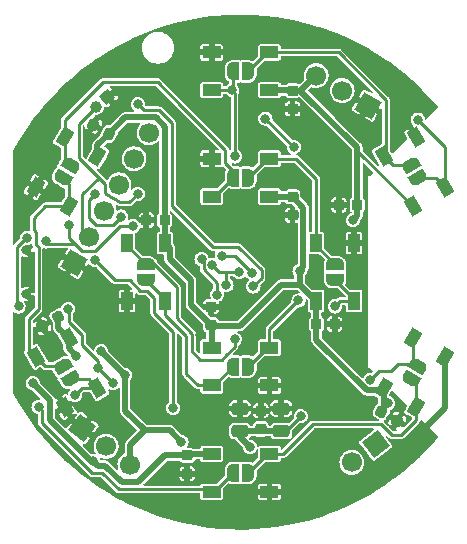
<source format=gbr>
%TF.GenerationSoftware,KiCad,Pcbnew,(6.0.5)*%
%TF.CreationDate,2022-05-23T16:41:30+02:00*%
%TF.ProjectId,qi-lamp-charger,71692d6c-616d-4702-9d63-686172676572,1.0.0*%
%TF.SameCoordinates,Original*%
%TF.FileFunction,Copper,L1,Top*%
%TF.FilePolarity,Positive*%
%FSLAX46Y46*%
G04 Gerber Fmt 4.6, Leading zero omitted, Abs format (unit mm)*
G04 Created by KiCad (PCBNEW (6.0.5)) date 2022-05-23 16:41:30*
%MOMM*%
%LPD*%
G01*
G04 APERTURE LIST*
G04 Aperture macros list*
%AMRoundRect*
0 Rectangle with rounded corners*
0 $1 Rounding radius*
0 $2 $3 $4 $5 $6 $7 $8 $9 X,Y pos of 4 corners*
0 Add a 4 corners polygon primitive as box body*
4,1,4,$2,$3,$4,$5,$6,$7,$8,$9,$2,$3,0*
0 Add four circle primitives for the rounded corners*
1,1,$1+$1,$2,$3*
1,1,$1+$1,$4,$5*
1,1,$1+$1,$6,$7*
1,1,$1+$1,$8,$9*
0 Add four rect primitives between the rounded corners*
20,1,$1+$1,$2,$3,$4,$5,0*
20,1,$1+$1,$4,$5,$6,$7,0*
20,1,$1+$1,$6,$7,$8,$9,0*
20,1,$1+$1,$8,$9,$2,$3,0*%
%AMHorizOval*
0 Thick line with rounded ends*
0 $1 width*
0 $2 $3 position (X,Y) of the first rounded end (center of the circle)*
0 $4 $5 position (X,Y) of the second rounded end (center of the circle)*
0 Add line between two ends*
20,1,$1,$2,$3,$4,$5,0*
0 Add two circle primitives to create the rounded ends*
1,1,$1,$2,$3*
1,1,$1,$4,$5*%
%AMRotRect*
0 Rectangle, with rotation*
0 The origin of the aperture is its center*
0 $1 length*
0 $2 width*
0 $3 Rotation angle, in degrees counterclockwise*
0 Add horizontal line*
21,1,$1,$2,0,0,$3*%
%AMFreePoly0*
4,1,22,0.500000,-0.750000,0.000000,-0.750000,0.000000,-0.745034,-0.079941,-0.743568,-0.215256,-0.701294,-0.333266,-0.622738,-0.424486,-0.514219,-0.481580,-0.384460,-0.499164,-0.250000,-0.500000,-0.250000,-0.500000,0.250000,-0.499164,0.250000,-0.499963,0.256109,-0.478152,0.396186,-0.417904,0.524511,-0.324060,0.630769,-0.204166,0.706417,-0.067858,0.745374,0.000001,0.744959,0.000000,0.750000,
0.500000,0.750000,0.500000,-0.750000,0.500000,-0.750000,$1*%
%AMFreePoly1*
4,1,20,0.000001,0.744959,0.073906,0.744508,0.209726,0.703889,0.328688,0.626782,0.421226,0.519385,0.479903,0.390333,0.500000,0.250000,0.500000,-0.250000,0.499851,-0.262216,0.476331,-0.402017,0.414519,-0.529596,0.319384,-0.634700,0.198574,-0.708876,0.061801,-0.746166,0.000000,-0.745034,0.000000,-0.750000,-0.500000,-0.750000,-0.500000,0.750000,0.000000,0.750000,0.000001,0.744959,
0.000001,0.744959,$1*%
G04 Aperture macros list end*
%TA.AperFunction,SMDPad,CuDef*%
%ADD10RoundRect,0.225000X0.319856X0.104006X-0.069856X0.329006X-0.319856X-0.104006X0.069856X-0.329006X0*%
%TD*%
%TA.AperFunction,SMDPad,CuDef*%
%ADD11RotRect,1.500000X1.000000X120.000000*%
%TD*%
%TA.AperFunction,SMDPad,CuDef*%
%ADD12R,1.000000X1.500000*%
%TD*%
%TA.AperFunction,SMDPad,CuDef*%
%ADD13RotRect,1.500000X1.000000X60.000000*%
%TD*%
%TA.AperFunction,SMDPad,CuDef*%
%ADD14RoundRect,0.225000X-0.225000X-0.250000X0.225000X-0.250000X0.225000X0.250000X-0.225000X0.250000X0*%
%TD*%
%TA.AperFunction,SMDPad,CuDef*%
%ADD15RoundRect,0.225000X0.250000X-0.225000X0.250000X0.225000X-0.250000X0.225000X-0.250000X-0.225000X0*%
%TD*%
%TA.AperFunction,SMDPad,CuDef*%
%ADD16R,1.500000X1.000000*%
%TD*%
%TA.AperFunction,SMDPad,CuDef*%
%ADD17FreePoly0,240.000000*%
%TD*%
%TA.AperFunction,SMDPad,CuDef*%
%ADD18FreePoly1,240.000000*%
%TD*%
%TA.AperFunction,SMDPad,CuDef*%
%ADD19FreePoly0,270.000000*%
%TD*%
%TA.AperFunction,SMDPad,CuDef*%
%ADD20FreePoly1,270.000000*%
%TD*%
%TA.AperFunction,SMDPad,CuDef*%
%ADD21FreePoly0,120.000000*%
%TD*%
%TA.AperFunction,SMDPad,CuDef*%
%ADD22FreePoly1,120.000000*%
%TD*%
%TA.AperFunction,SMDPad,CuDef*%
%ADD23RoundRect,0.225000X-0.250000X0.225000X-0.250000X-0.225000X0.250000X-0.225000X0.250000X0.225000X0*%
%TD*%
%TA.AperFunction,SMDPad,CuDef*%
%ADD24FreePoly0,300.000000*%
%TD*%
%TA.AperFunction,SMDPad,CuDef*%
%ADD25FreePoly1,300.000000*%
%TD*%
%TA.AperFunction,SMDPad,CuDef*%
%ADD26RoundRect,0.225000X0.225000X0.250000X-0.225000X0.250000X-0.225000X-0.250000X0.225000X-0.250000X0*%
%TD*%
%TA.AperFunction,SMDPad,CuDef*%
%ADD27FreePoly0,0.000000*%
%TD*%
%TA.AperFunction,SMDPad,CuDef*%
%ADD28FreePoly1,0.000000*%
%TD*%
%TA.AperFunction,SMDPad,CuDef*%
%ADD29FreePoly0,90.000000*%
%TD*%
%TA.AperFunction,SMDPad,CuDef*%
%ADD30FreePoly1,90.000000*%
%TD*%
%TA.AperFunction,SMDPad,CuDef*%
%ADD31RotRect,1.500000X1.000000X300.000000*%
%TD*%
%TA.AperFunction,SMDPad,CuDef*%
%ADD32RoundRect,0.250000X0.475000X-0.250000X0.475000X0.250000X-0.475000X0.250000X-0.475000X-0.250000X0*%
%TD*%
%TA.AperFunction,SMDPad,CuDef*%
%ADD33RotRect,1.500000X1.000000X240.000000*%
%TD*%
%TA.AperFunction,SMDPad,CuDef*%
%ADD34FreePoly0,60.000000*%
%TD*%
%TA.AperFunction,SMDPad,CuDef*%
%ADD35FreePoly1,60.000000*%
%TD*%
%TA.AperFunction,SMDPad,CuDef*%
%ADD36FreePoly0,180.000000*%
%TD*%
%TA.AperFunction,SMDPad,CuDef*%
%ADD37FreePoly1,180.000000*%
%TD*%
%TA.AperFunction,SMDPad,CuDef*%
%ADD38RoundRect,0.225000X0.069856X0.329006X-0.319856X0.104006X-0.069856X-0.329006X0.319856X-0.104006X0*%
%TD*%
%TA.AperFunction,ComponentPad*%
%ADD39RotRect,1.700000X1.700000X127.500000*%
%TD*%
%TA.AperFunction,ComponentPad*%
%ADD40HorizOval,1.700000X0.000000X0.000000X0.000000X0.000000X0*%
%TD*%
%TA.AperFunction,ComponentPad*%
%ADD41RotRect,1.000000X1.000000X130.000000*%
%TD*%
%TA.AperFunction,ComponentPad*%
%ADD42HorizOval,1.000000X0.000000X0.000000X0.000000X0.000000X0*%
%TD*%
%TA.AperFunction,ComponentPad*%
%ADD43RotRect,1.700000X1.700000X232.500000*%
%TD*%
%TA.AperFunction,ComponentPad*%
%ADD44HorizOval,1.700000X0.000000X0.000000X0.000000X0.000000X0*%
%TD*%
%TA.AperFunction,ComponentPad*%
%ADD45RotRect,1.700000X1.700000X60.000000*%
%TD*%
%TA.AperFunction,ComponentPad*%
%ADD46HorizOval,1.700000X0.000000X0.000000X0.000000X0.000000X0*%
%TD*%
%TA.AperFunction,ComponentPad*%
%ADD47C,0.800000*%
%TD*%
%TA.AperFunction,ComponentPad*%
%ADD48RotRect,1.700000X1.700000X330.000000*%
%TD*%
%TA.AperFunction,ComponentPad*%
%ADD49HorizOval,1.700000X0.000000X0.000000X0.000000X0.000000X0*%
%TD*%
%TA.AperFunction,ViaPad*%
%ADD50C,0.800000*%
%TD*%
%TA.AperFunction,Conductor*%
%ADD51C,0.500000*%
%TD*%
%TA.AperFunction,Conductor*%
%ADD52C,0.250000*%
%TD*%
G04 APERTURE END LIST*
D10*
%TO.P,C26,1*%
%TO.N,GND*%
X113271170Y-112587500D03*
%TO.P,C26,2*%
%TO.N,LED_V+*%
X111928830Y-111812500D03*
%TD*%
D11*
%TO.P,D2,1,VSS*%
%TO.N,GND*%
X114883073Y-88578238D03*
%TO.P,D2,2,DIN*%
%TO.N,Net-(D1-Pad4)*%
X112111791Y-90178238D03*
%TO.P,D2,3,VDD*%
%TO.N,LED_V+*%
X114561791Y-94421762D03*
%TO.P,D2,4,DOUT*%
%TO.N,Net-(D2-Pad4)*%
X117333073Y-92821762D03*
%TD*%
D12*
%TO.P,D8,1,VSS*%
%TO.N,GND*%
X109600000Y-97550001D03*
%TO.P,D8,2,DIN*%
%TO.N,Net-(D7-Pad4)*%
X106400000Y-97550001D03*
%TO.P,D8,3,VDD*%
%TO.N,LED_V+*%
X106400000Y-102450001D03*
%TO.P,D8,4,DOUT*%
%TO.N,Net-(D8-Pad4)*%
X109600000Y-102450001D03*
%TD*%
D13*
%TO.P,D3,1,VSS*%
%TO.N,GND*%
X117333073Y-107178238D03*
%TO.P,D3,2,DIN*%
%TO.N,Net-(D2-Pad4)*%
X114561791Y-105578238D03*
%TO.P,D3,3,VDD*%
%TO.N,LED_V+*%
X112111791Y-109821762D03*
%TO.P,D3,4,DOUT*%
%TO.N,Net-(D3-Pad4)*%
X114883073Y-111421762D03*
%TD*%
D14*
%TO.P,C25,1*%
%TO.N,GND*%
X108325000Y-94300000D03*
%TO.P,C25,2*%
%TO.N,LED_V+*%
X109875000Y-94300000D03*
%TD*%
D10*
%TO.P,C29,1*%
%TO.N,LED_V+*%
X88871170Y-88287500D03*
%TO.P,C29,2*%
%TO.N,GND*%
X87528830Y-87512500D03*
%TD*%
D15*
%TO.P,C27,1*%
%TO.N,GND*%
X95500000Y-117075000D03*
%TO.P,C27,2*%
%TO.N,LED_V+*%
X95500000Y-115525000D03*
%TD*%
D16*
%TO.P,D7,1,VSS*%
%TO.N,GND*%
X97550000Y-90400000D03*
%TO.P,D7,2,DIN*%
%TO.N,Net-(D6-Pad4)*%
X97550000Y-93600000D03*
%TO.P,D7,3,VDD*%
%TO.N,LED_V+*%
X102450000Y-93600000D03*
%TO.P,D7,4,DOUT*%
%TO.N,Net-(D7-Pad4)*%
X102450000Y-90400000D03*
%TD*%
D17*
%TO.P,JP3,1,A*%
%TO.N,Net-(D2-Pad4)*%
X115047432Y-107937083D03*
D18*
%TO.P,JP3,2,B*%
%TO.N,Net-(D3-Pad4)*%
X114397432Y-109062917D03*
%TD*%
D19*
%TO.P,JP8,1,A*%
%TO.N,Net-(D7-Pad4)*%
X108000000Y-99350001D03*
D20*
%TO.P,JP8,2,B*%
%TO.N,Net-(D8-Pad4)*%
X108000000Y-100650001D03*
%TD*%
D21*
%TO.P,JP5,1,A*%
%TO.N,Net-(D4-Pad4)*%
X85602568Y-109062917D03*
D22*
%TO.P,JP5,2,B*%
%TO.N,Net-(D5-Pad4)*%
X84952568Y-107937083D03*
%TD*%
D16*
%TO.P,D4,1,VSS*%
%TO.N,GND*%
X102450000Y-118600000D03*
%TO.P,D4,2,DIN*%
%TO.N,Net-(D3-Pad4)*%
X102450000Y-115400000D03*
%TO.P,D4,3,VDD*%
%TO.N,LED_V+*%
X97550000Y-115400000D03*
%TO.P,D4,4,DOUT*%
%TO.N,Net-(D4-Pad4)*%
X97550000Y-118600000D03*
%TD*%
D23*
%TO.P,C30,1*%
%TO.N,LED_V+*%
X104400000Y-93625000D03*
%TO.P,C30,2*%
%TO.N,GND*%
X104400000Y-95175000D03*
%TD*%
D24*
%TO.P,JP2,1,A*%
%TO.N,Net-(D1-Pad4)*%
X114397432Y-90937083D03*
D25*
%TO.P,JP2,2,B*%
%TO.N,Net-(D2-Pad4)*%
X115047432Y-92062917D03*
%TD*%
D26*
%TO.P,C31,1*%
%TO.N,GND*%
X107975000Y-104400000D03*
%TO.P,C31,2*%
%TO.N,LED_V+*%
X106425000Y-104400000D03*
%TD*%
D16*
%TO.P,D9,1,VSS*%
%TO.N,GND*%
X102450000Y-109600000D03*
%TO.P,D9,2,DIN*%
%TO.N,Net-(D8-Pad4)*%
X102450000Y-106400000D03*
%TO.P,D9,3,VDD*%
%TO.N,LED_V+*%
X97550000Y-106400000D03*
%TO.P,D9,4,DOUT*%
%TO.N,Net-(D10-Pad2)*%
X97550000Y-109600000D03*
%TD*%
D27*
%TO.P,JP7,1,A*%
%TO.N,Net-(D6-Pad4)*%
X99350000Y-92000000D03*
D28*
%TO.P,JP7,2,B*%
%TO.N,Net-(D7-Pad4)*%
X100650000Y-92000000D03*
%TD*%
D29*
%TO.P,JP10,1,A*%
%TO.N,Net-(D10-Pad2)*%
X92000000Y-100650000D03*
D30*
%TO.P,JP10,2,B*%
%TO.N,LED_DOUT*%
X92000000Y-99350000D03*
%TD*%
D31*
%TO.P,D5,1,VSS*%
%TO.N,GND*%
X85116927Y-111421762D03*
%TO.P,D5,2,DIN*%
%TO.N,Net-(D4-Pad4)*%
X87888209Y-109821762D03*
%TO.P,D5,3,VDD*%
%TO.N,LED_V+*%
X85438209Y-105578238D03*
%TO.P,D5,4,DOUT*%
%TO.N,Net-(D5-Pad4)*%
X82666927Y-107178238D03*
%TD*%
D32*
%TO.P,C21,1*%
%TO.N,Net-(C20-Pad1)*%
X99950002Y-113449997D03*
%TO.P,C21,2*%
%TO.N,GND*%
X99950002Y-111549997D03*
%TD*%
D16*
%TO.P,D1,1,VSS*%
%TO.N,GND*%
X97550000Y-81400000D03*
%TO.P,D1,2,DIN*%
%TO.N,LED_DIN*%
X97550000Y-84600000D03*
%TO.P,D1,3,VDD*%
%TO.N,LED_V+*%
X102450000Y-84600000D03*
%TO.P,D1,4,DOUT*%
%TO.N,Net-(D1-Pad4)*%
X102450000Y-81400000D03*
%TD*%
D23*
%TO.P,C24,1*%
%TO.N,LED_V+*%
X104400000Y-84625000D03*
%TO.P,C24,2*%
%TO.N,GND*%
X104400000Y-86175000D03*
%TD*%
D33*
%TO.P,D6,1,VSS*%
%TO.N,GND*%
X82666927Y-92821762D03*
%TO.P,D6,2,DIN*%
%TO.N,Net-(D5-Pad4)*%
X85438209Y-94421762D03*
%TO.P,D6,3,VDD*%
%TO.N,LED_V+*%
X87888209Y-90178238D03*
%TO.P,D6,4,DOUT*%
%TO.N,Net-(D6-Pad4)*%
X85116927Y-88578238D03*
%TD*%
D32*
%TO.P,C20,1*%
%TO.N,Net-(C20-Pad1)*%
X103450001Y-113449991D03*
%TO.P,C20,2*%
%TO.N,GND*%
X103450001Y-111549991D03*
%TD*%
D34*
%TO.P,JP6,1,A*%
%TO.N,Net-(D5-Pad4)*%
X84952568Y-92062917D03*
D35*
%TO.P,JP6,2,B*%
%TO.N,Net-(D6-Pad4)*%
X85602568Y-90937083D03*
%TD*%
D36*
%TO.P,JP4,1,A*%
%TO.N,Net-(D3-Pad4)*%
X100650000Y-117000000D03*
D37*
%TO.P,JP4,2,B*%
%TO.N,Net-(D4-Pad4)*%
X99350000Y-117000000D03*
%TD*%
D14*
%TO.P,C33,1*%
%TO.N,GND*%
X92025000Y-95600000D03*
%TO.P,C33,2*%
%TO.N,LED_V+*%
X93575000Y-95600000D03*
%TD*%
D23*
%TO.P,C32,1*%
%TO.N,GND*%
X97500000Y-102925000D03*
%TO.P,C32,2*%
%TO.N,LED_V+*%
X97500000Y-104475000D03*
%TD*%
D12*
%TO.P,D10,1,VSS*%
%TO.N,GND*%
X90400000Y-102450000D03*
%TO.P,D10,2,DIN*%
%TO.N,Net-(D10-Pad2)*%
X93600000Y-102450000D03*
%TO.P,D10,3,VDD*%
%TO.N,LED_V+*%
X93600000Y-97550000D03*
%TO.P,D10,4,DOUT*%
%TO.N,LED_DOUT*%
X90400000Y-97550000D03*
%TD*%
D38*
%TO.P,C28,1*%
%TO.N,LED_V+*%
X84571170Y-103812500D03*
%TO.P,C28,2*%
%TO.N,GND*%
X83228830Y-104587500D03*
%TD*%
D15*
%TO.P,C3,1*%
%TO.N,Net-(C20-Pad1)*%
X101700002Y-113274998D03*
%TO.P,C3,2*%
%TO.N,GND*%
X101700002Y-111724998D03*
%TD*%
D27*
%TO.P,JP1,1,A*%
%TO.N,LED_DIN*%
X99350000Y-83000000D03*
D28*
%TO.P,JP1,2,B*%
%TO.N,Net-(D1-Pad4)*%
X100650000Y-83000000D03*
%TD*%
D36*
%TO.P,JP9,1,A*%
%TO.N,Net-(D8-Pad4)*%
X100650000Y-108000000D03*
D37*
%TO.P,JP9,2,B*%
%TO.N,Net-(D10-Pad2)*%
X99350000Y-108000000D03*
%TD*%
D39*
%TO.P,J2,1,Pin_1*%
%TO.N,Net-(C14-Pad2)*%
X111433882Y-114566116D03*
D40*
%TO.P,J2,2,Pin_2*%
%TO.N,Net-(C1-Pad1)*%
X109418765Y-116112370D03*
%TD*%
D41*
%TO.P,TP1,1,1*%
%TO.N,GND*%
X88716987Y-85163398D03*
D42*
%TO.P,TP1,2,2*%
%TO.N,DTR*%
X87744111Y-85979738D03*
%TD*%
D43*
%TO.P,J1,1,Pin_1*%
%TO.N,GND*%
X86600000Y-113200000D03*
D44*
%TO.P,J1,2,Pin_2*%
%TO.N,NTC*%
X88615117Y-114746254D03*
%TO.P,J1,3,Pin_3*%
%TO.N,+BATT*%
X90630235Y-116292508D03*
%TD*%
D45*
%TO.P,J5,1,Pin_1*%
%TO.N,GND*%
X110800000Y-85900000D03*
D46*
%TO.P,J5,2,Pin_2*%
%TO.N,LED_DIN*%
X108600295Y-84630000D03*
%TO.P,J5,3,Pin_3*%
%TO.N,LED_V+*%
X106400591Y-83360000D03*
%TD*%
D47*
%TO.P,SW1,3*%
%TO.N,GND*%
X81850000Y-98150000D03*
X81850000Y-101850000D03*
%TD*%
D48*
%TO.P,J4,1,Pin_1*%
%TO.N,GND*%
X85900000Y-99200000D03*
D49*
%TO.P,J4,2,Pin_2*%
%TO.N,DTR*%
X87170000Y-97000295D03*
%TO.P,J4,3,Pin_3*%
%TO.N,unconnected-(J4-Pad3)*%
X88440000Y-94800591D03*
%TO.P,J4,4,Pin_4*%
%TO.N,ESP_RXD*%
X89710000Y-92600886D03*
%TO.P,J4,5,Pin_5*%
%TO.N,ESP_TXD*%
X90980000Y-90401182D03*
%TO.P,J4,6,Pin_6*%
%TO.N,RTS*%
X92250000Y-88201477D03*
%TD*%
D50*
%TO.N,Net-(C20-Pad1)*%
X100799999Y-114799998D03*
X105100000Y-112200000D03*
%TO.N,GND*%
X93900000Y-112500000D03*
X93100000Y-108500000D03*
X95400000Y-90300000D03*
X91500000Y-97800000D03*
X104475020Y-97000000D03*
X105305937Y-103313357D03*
X113500000Y-111400000D03*
X106200000Y-100000000D03*
X90900000Y-95000000D03*
X100500000Y-109500000D03*
X107300000Y-94300000D03*
X95300000Y-111600000D03*
X108000000Y-89100000D03*
X99300000Y-95900000D03*
X103300000Y-86200000D03*
X86800000Y-111100000D03*
X98000000Y-112600000D03*
X109200000Y-104400000D03*
X98900000Y-103300000D03*
X81600000Y-92200000D03*
X103986643Y-101994063D03*
X89000000Y-104000000D03*
X102600000Y-100600000D03*
X95800000Y-81400000D03*
X92400000Y-93200000D03*
X81800000Y-111100000D03*
X98000000Y-113900000D03*
X92600000Y-84900000D03*
X111100000Y-110900000D03*
X108200000Y-117400000D03*
X100500000Y-105900000D03*
X81987500Y-100000000D03*
X109600000Y-99000000D03*
X91500000Y-102500000D03*
X91400000Y-105200000D03*
X84475500Y-98400000D03*
X115500000Y-113300000D03*
X87400000Y-103600000D03*
X114000000Y-87000000D03*
X98700000Y-85700000D03*
X92100000Y-112000000D03*
X95700000Y-97000000D03*
X96600000Y-105300000D03*
X84600000Y-86200000D03*
X97500000Y-96600000D03*
X100700000Y-90500000D03*
X90700000Y-87788220D03*
X109300000Y-113700000D03*
X97600000Y-116900000D03*
X94000000Y-83500000D03*
X83700000Y-102500000D03*
X105600000Y-111000000D03*
%TO.N,+BATT*%
X90224999Y-108700000D03*
X95000000Y-114400000D03*
X88200000Y-106700000D03*
%TO.N,+VSW*%
X104500000Y-89400000D03*
X81900000Y-97100000D03*
X81200000Y-102900000D03*
X102100000Y-87000000D03*
%TO.N,Net-(D2-Pad4)*%
X114996154Y-87081750D03*
X111000000Y-109100000D03*
%TO.N,Net-(D4-Pad4)*%
X86000000Y-110400000D03*
X82900000Y-111400000D03*
%TO.N,LED_V+*%
X82400000Y-109400000D03*
X112500000Y-111100000D03*
X109500000Y-95600000D03*
X105000000Y-99900000D03*
X86100000Y-107100000D03*
X87500000Y-116000000D03*
%TO.N,LED_DIN*%
X99300000Y-84600000D03*
X99500000Y-90200000D03*
%TO.N,Net-(D8-Pad4)*%
X104900000Y-102400000D03*
X108000000Y-102900000D03*
%TO.N,LED_DOUT*%
X99500000Y-105700000D03*
%TO.N,DTR*%
X91300000Y-93375500D03*
%TO.N,RTS*%
X101000000Y-100100000D03*
X98400000Y-98600000D03*
%TO.N,~{Qi_CHG{slash}LED}*%
X87700000Y-93400000D03*
X89900000Y-95300000D03*
%TO.N,Qi_TS{slash}CTRL*%
X98800000Y-101100000D03*
X97600000Y-99400000D03*
X99887701Y-100012299D03*
%TO.N,KEEP_ALIVE*%
X89200000Y-109400000D03*
X85400000Y-103100000D03*
X87900000Y-108100000D03*
%TO.N,~{BTN}*%
X98000000Y-101900000D03*
X83500000Y-97400000D03*
X85500000Y-96000000D03*
X96700000Y-98900000D03*
X90900000Y-96100000D03*
%TO.N,BAT_ADC*%
X91300000Y-85800000D03*
X101087701Y-101212299D03*
%TO.N,Net-(R15-Pad2)*%
X94300000Y-111500000D03*
X87700000Y-99000000D03*
%TD*%
D51*
%TO.N,Net-(C20-Pad1)*%
X101749999Y-113324995D02*
X101700002Y-113274998D01*
X103450001Y-113449991D02*
X101874995Y-113449991D01*
X99950002Y-113950001D02*
X99950002Y-113449997D01*
X101874995Y-113449991D02*
X101700002Y-113274998D01*
X101525003Y-113449997D02*
X101700002Y-113274998D01*
X99950002Y-113449997D02*
X101525003Y-113449997D01*
D52*
X103450001Y-113449991D02*
X103850009Y-113449991D01*
D51*
X100799999Y-114799998D02*
X99950002Y-113950001D01*
D52*
X103850009Y-113449991D02*
X105100000Y-112200000D01*
%TO.N,GND*%
X98625000Y-103025000D02*
X98900000Y-103300000D01*
X96600000Y-105200000D02*
X96600000Y-105300000D01*
X97600000Y-103025000D02*
X98625000Y-103025000D01*
X104400000Y-86175000D02*
X103325000Y-86175000D01*
X91500000Y-102500000D02*
X90450000Y-102500000D01*
X87400000Y-103600000D02*
X85900000Y-102100000D01*
X92400000Y-93500000D02*
X90900000Y-95000000D01*
X95500000Y-90400000D02*
X95400000Y-90300000D01*
X96500000Y-100235718D02*
X96500000Y-102600000D01*
X91400000Y-105200000D02*
X93100000Y-106900000D01*
X104400000Y-95175000D02*
X104400000Y-96924980D01*
X81850000Y-101850000D02*
X82300000Y-102300000D01*
X85900000Y-102100000D02*
X84100000Y-102100000D01*
X93900000Y-83400000D02*
X87400000Y-83400000D01*
X90450000Y-102500000D02*
X90400000Y-102450000D01*
X95100000Y-103700000D02*
X96600000Y-105200000D01*
X94000000Y-83500000D02*
X93900000Y-83400000D01*
X93100000Y-106900000D02*
X93100000Y-108500000D01*
X97500000Y-96600000D02*
X98600000Y-96600000D01*
X81400000Y-103900000D02*
X81400000Y-110700000D01*
X108325000Y-94300000D02*
X107300000Y-94300000D01*
X91500000Y-95600000D02*
X90900000Y-95000000D01*
X81400000Y-110700000D02*
X81800000Y-111100000D01*
X93100000Y-111000000D02*
X92100000Y-112000000D01*
X109600000Y-97550001D02*
X109600000Y-99000000D01*
D51*
X102450000Y-118600000D02*
X105300000Y-118600000D01*
D52*
X82300000Y-103000000D02*
X81400000Y-103900000D01*
X103325000Y-86175000D02*
X103300000Y-86200000D01*
D51*
X117333073Y-111466927D02*
X115500000Y-113300000D01*
D52*
X84600000Y-86200000D02*
X87400000Y-83400000D01*
D51*
X97425000Y-117075000D02*
X97600000Y-116900000D01*
X106500000Y-117400000D02*
X108200000Y-117400000D01*
D52*
X84100000Y-102100000D02*
X83700000Y-102500000D01*
X97550000Y-81400000D02*
X95800000Y-81400000D01*
X95100000Y-101000000D02*
X95100000Y-103700000D01*
X87800000Y-104000000D02*
X87400000Y-103600000D01*
X97550000Y-90400000D02*
X95500000Y-90400000D01*
X96500000Y-102600000D02*
X96925000Y-103025000D01*
X92025000Y-97275000D02*
X92025000Y-95600000D01*
X92025000Y-95600000D02*
X91500000Y-95600000D01*
X81600000Y-92200000D02*
X81600000Y-89200000D01*
X95700000Y-97000000D02*
X95700000Y-99398624D01*
X81900000Y-92200000D02*
X82521762Y-92821762D01*
D51*
X117333073Y-107178238D02*
X117333073Y-111466927D01*
D52*
X81600000Y-92200000D02*
X81900000Y-92200000D01*
X91400000Y-105200000D02*
X90200000Y-105200000D01*
X104400000Y-96924980D02*
X104475020Y-97000000D01*
X82300000Y-102300000D02*
X82300000Y-103000000D01*
X107300000Y-90800000D02*
X107300000Y-94300000D01*
X89000000Y-104000000D02*
X87800000Y-104000000D01*
X95400000Y-90300000D02*
X95400000Y-87700000D01*
X91500000Y-97800000D02*
X92025000Y-97275000D01*
X100700000Y-87300000D02*
X100700000Y-90500000D01*
X96925000Y-103025000D02*
X97600000Y-103025000D01*
X91900000Y-97800000D02*
X95100000Y-101000000D01*
X92400000Y-93200000D02*
X92400000Y-93500000D01*
X93100000Y-108500000D02*
X93100000Y-111000000D01*
D51*
X105300000Y-118600000D02*
X106500000Y-117400000D01*
X95500000Y-117075000D02*
X97425000Y-117075000D01*
D52*
X81600000Y-89200000D02*
X84600000Y-86200000D01*
X101800000Y-86200000D02*
X100700000Y-87300000D01*
X95700688Y-99399312D02*
X95700688Y-99436406D01*
X98600000Y-96600000D02*
X99300000Y-95900000D01*
X103300000Y-86200000D02*
X103300000Y-86800000D01*
X95700000Y-99398624D02*
X95700688Y-99399312D01*
X95400000Y-87700000D02*
X92600000Y-84900000D01*
X87100000Y-87941330D02*
X87100000Y-88600000D01*
X82521762Y-92821762D02*
X82666927Y-92821762D01*
X92600000Y-84900000D02*
X88980385Y-84900000D01*
X91500000Y-97800000D02*
X91900000Y-97800000D01*
X88980385Y-84900000D02*
X88716987Y-85163398D01*
X95700688Y-99436406D02*
X96500000Y-100235718D01*
X90200000Y-105200000D02*
X89000000Y-104000000D01*
X91500000Y-105100000D02*
X91500000Y-102500000D01*
X91400000Y-105200000D02*
X91500000Y-105100000D01*
X103300000Y-86200000D02*
X101800000Y-86200000D01*
X103300000Y-86800000D02*
X107300000Y-90800000D01*
X87528830Y-87512500D02*
X87100000Y-87941330D01*
D51*
%TO.N,+BATT*%
X90224999Y-108700000D02*
X90224999Y-111724999D01*
X90224999Y-111724999D02*
X91900000Y-113400000D01*
X90630235Y-114669765D02*
X90630235Y-116292508D01*
X94000000Y-113400000D02*
X91900000Y-113400000D01*
X91900000Y-113400000D02*
X90630235Y-114669765D01*
X88200000Y-106700000D02*
X90200000Y-108700000D01*
X90200000Y-108700000D02*
X90224999Y-108700000D01*
X95000000Y-114400000D02*
X94000000Y-113400000D01*
D52*
%TO.N,+VSW*%
X81100000Y-97875386D02*
X81100000Y-102800000D01*
X81875386Y-97100000D02*
X81100000Y-97875386D01*
X102100000Y-87000000D02*
X104500000Y-89400000D01*
X81900000Y-97100000D02*
X81875386Y-97100000D01*
X81100000Y-102800000D02*
X81200000Y-102900000D01*
%TO.N,Net-(D1-Pad4)*%
X112285642Y-90004387D02*
X112111791Y-90178238D01*
X112870636Y-90937083D02*
X114397432Y-90937083D01*
X102450000Y-81400000D02*
X108300000Y-81400000D01*
X112285642Y-85385642D02*
X112285642Y-90004387D01*
X112111791Y-90178238D02*
X112870636Y-90937083D01*
X102250000Y-81400000D02*
X100650000Y-83000000D01*
X102450000Y-81400000D02*
X102250000Y-81400000D01*
X108300000Y-81400000D02*
X112285642Y-85385642D01*
%TO.N,Net-(D2-Pad4)*%
X114910349Y-107800000D02*
X113300000Y-107800000D01*
X114561791Y-107451442D02*
X115047432Y-107937083D01*
X113300000Y-107800000D02*
X112700000Y-108400000D01*
X115047432Y-92062917D02*
X116574228Y-92062917D01*
X114561791Y-105578238D02*
X114561791Y-107451442D01*
X117333073Y-89418669D02*
X117333073Y-92821762D01*
X114996154Y-87081750D02*
X117333073Y-89418669D01*
X111700000Y-108400000D02*
X111000000Y-109100000D01*
X112700000Y-108400000D02*
X111700000Y-108400000D01*
X115047432Y-107937083D02*
X114910349Y-107800000D01*
X116574228Y-92062917D02*
X117333073Y-92821762D01*
%TO.N,Net-(D3-Pad4)*%
X113600000Y-113800000D02*
X112800000Y-113800000D01*
X114883073Y-109548558D02*
X114397432Y-109062917D01*
X114883073Y-111421762D02*
X114883073Y-109548558D01*
X102250000Y-115400000D02*
X100650000Y-117000000D01*
X112800000Y-113800000D02*
X111900000Y-112900000D01*
X114883073Y-112516927D02*
X113600000Y-113800000D01*
X106100000Y-112900000D02*
X103600000Y-115400000D01*
X114883073Y-111421762D02*
X114883073Y-112516927D01*
X111900000Y-112900000D02*
X106100000Y-112900000D01*
X103600000Y-115400000D02*
X102450000Y-115400000D01*
X102450000Y-115400000D02*
X102250000Y-115400000D01*
%TO.N,Net-(D4-Pad4)*%
X87400000Y-117000000D02*
X88300000Y-117000000D01*
X97550000Y-118600000D02*
X97750000Y-118600000D01*
X87888209Y-109821762D02*
X86578238Y-109821762D01*
X88300000Y-117000000D02*
X89700000Y-118400000D01*
X83200000Y-111700000D02*
X83200000Y-112800000D01*
X87129364Y-109062917D02*
X87888209Y-109821762D01*
X86578238Y-109821762D02*
X86000000Y-110400000D01*
X97350000Y-118400000D02*
X97550000Y-118600000D01*
X85602568Y-109062917D02*
X87129364Y-109062917D01*
X83200000Y-112800000D02*
X87400000Y-117000000D01*
X82900000Y-111400000D02*
X83200000Y-111700000D01*
X89700000Y-118400000D02*
X97350000Y-118400000D01*
X97750000Y-118600000D02*
X99350000Y-117000000D01*
%TO.N,Net-(D5-Pad4)*%
X84952568Y-92062917D02*
X85438209Y-92548558D01*
X82900000Y-103150000D02*
X82900000Y-97900000D01*
X82500000Y-95400000D02*
X83478238Y-94421762D01*
X82075489Y-103974511D02*
X82900000Y-103150000D01*
X83425772Y-107937083D02*
X82666927Y-107178238D01*
X82700000Y-96600000D02*
X82500000Y-96400000D01*
X82700000Y-97700000D02*
X82700000Y-96600000D01*
X83478238Y-94421762D02*
X85438209Y-94421762D01*
X82666927Y-107178238D02*
X82075489Y-106586800D01*
X85438209Y-92548558D02*
X85438209Y-94421762D01*
X84952568Y-107937083D02*
X83425772Y-107937083D01*
X82900000Y-97900000D02*
X82700000Y-97700000D01*
X82500000Y-96400000D02*
X82500000Y-95400000D01*
X82075489Y-106586800D02*
X82075489Y-103974511D01*
%TO.N,Net-(D6-Pad4)*%
X85116927Y-88578238D02*
X85116927Y-87138472D01*
X98700000Y-89650978D02*
X95049022Y-86000000D01*
X97750000Y-93600000D02*
X99350000Y-92000000D01*
X92971569Y-83922547D02*
X95049022Y-86000000D01*
X85116927Y-88578238D02*
X85116927Y-90451442D01*
X98700000Y-90800000D02*
X98700000Y-89650978D01*
X99350000Y-92000000D02*
X99350000Y-91450000D01*
X97550000Y-93600000D02*
X97750000Y-93600000D01*
X85116927Y-90451442D02*
X85602568Y-90937083D01*
X99350000Y-91450000D02*
X98700000Y-90800000D01*
X88332852Y-83922547D02*
X92971569Y-83922547D01*
X85116927Y-87138472D02*
X88332852Y-83922547D01*
%TO.N,Net-(D7-Pad4)*%
X106400000Y-97750001D02*
X108000000Y-99350001D01*
X102250000Y-90400000D02*
X100650000Y-92000000D01*
X106400000Y-97550001D02*
X106400000Y-97750001D01*
X104700000Y-90400000D02*
X106400000Y-92100000D01*
X102450000Y-90400000D02*
X102250000Y-90400000D01*
X102450000Y-90400000D02*
X104700000Y-90400000D01*
X106400000Y-92100000D02*
X106400000Y-97550001D01*
D51*
%TO.N,LED_V+*%
X84571170Y-103812500D02*
X84571170Y-104711199D01*
X109500000Y-95600000D02*
X109875000Y-95225000D01*
X105324520Y-94549520D02*
X104400000Y-93625000D01*
X106400000Y-104375000D02*
X106425000Y-104400000D01*
X112111791Y-109821762D02*
X111933553Y-110000000D01*
X110698609Y-110000000D02*
X106425000Y-105726391D01*
X99925000Y-104575000D02*
X103449999Y-101050001D01*
X95625000Y-115400000D02*
X95500000Y-115525000D01*
X83859394Y-110859394D02*
X82400000Y-109400000D01*
X93600000Y-95625000D02*
X93575000Y-95600000D01*
X93600000Y-97550000D02*
X93600000Y-95625000D01*
X106400000Y-102450001D02*
X106400000Y-104375000D01*
X89950000Y-117800000D02*
X91300000Y-117800000D01*
X84571170Y-104711199D02*
X85438209Y-105578238D01*
X106400000Y-83300000D02*
X105075000Y-84625000D01*
X105075000Y-84625000D02*
X104400000Y-84625000D01*
X83859394Y-112559394D02*
X83859394Y-110859394D01*
D52*
X114561791Y-94421762D02*
X109875000Y-89734971D01*
D51*
X112488209Y-111111791D02*
X112111791Y-111111791D01*
X87888209Y-89270461D02*
X88871170Y-88287500D01*
X112111791Y-111111791D02*
X112111791Y-111629539D01*
X87900000Y-116400000D02*
X88550000Y-116400000D01*
X97550000Y-115400000D02*
X95625000Y-115400000D01*
X111933553Y-110000000D02*
X110698609Y-110000000D01*
X112500000Y-111100000D02*
X112488209Y-111111791D01*
X112111791Y-109821762D02*
X112111791Y-111111791D01*
X87888209Y-90178238D02*
X87888209Y-89270461D01*
X105000000Y-101050001D02*
X106400000Y-102450001D01*
X94000000Y-97950000D02*
X94000000Y-98900000D01*
X97550000Y-104625000D02*
X97600000Y-104575000D01*
X95800000Y-100700000D02*
X95800000Y-102775000D01*
X87500000Y-116000000D02*
X87900000Y-116400000D01*
X109875000Y-95225000D02*
X109875000Y-94300000D01*
X97600000Y-104575000D02*
X99925000Y-104575000D01*
X105000000Y-99900000D02*
X105000000Y-101050001D01*
X105324520Y-99575480D02*
X105324520Y-94549520D01*
X97550000Y-106400000D02*
X97550000Y-104625000D01*
X102450000Y-93600000D02*
X104375000Y-93600000D01*
X87500000Y-116000000D02*
X87300000Y-116000000D01*
X93575000Y-115525000D02*
X95500000Y-115525000D01*
X92800000Y-86900000D02*
X93575000Y-87675000D01*
X95800000Y-102775000D02*
X97600000Y-104575000D01*
X94000000Y-98900000D02*
X95800000Y-100700000D01*
X91300000Y-117800000D02*
X93575000Y-115525000D01*
X86100000Y-107100000D02*
X85438209Y-106438209D01*
X88550000Y-116400000D02*
X89950000Y-117800000D01*
X87300000Y-116000000D02*
X83859394Y-112559394D01*
X112111791Y-111629539D02*
X111928830Y-111812500D01*
X90258670Y-86900000D02*
X92800000Y-86900000D01*
X85438209Y-106438209D02*
X85438209Y-105578238D01*
X102450000Y-84600000D02*
X104375000Y-84600000D01*
D52*
X109875000Y-89734971D02*
X109875000Y-89425000D01*
D51*
X103449999Y-101050001D02*
X105000000Y-101050001D01*
X93575000Y-87675000D02*
X93575000Y-95600000D01*
X88871170Y-88287500D02*
X90258670Y-86900000D01*
X106425000Y-105726391D02*
X106425000Y-104400000D01*
X104375000Y-84600000D02*
X104400000Y-84625000D01*
X105000000Y-99900000D02*
X105324520Y-99575480D01*
X109875000Y-89425000D02*
X105075000Y-84625000D01*
X93600000Y-97550000D02*
X94000000Y-97950000D01*
X109875000Y-94300000D02*
X109875000Y-89425000D01*
D52*
%TO.N,LED_DIN*%
X99350000Y-84550000D02*
X99300000Y-84600000D01*
X97550000Y-84600000D02*
X99300000Y-84600000D01*
X99500000Y-90200000D02*
X99500000Y-84800000D01*
X99500000Y-84800000D02*
X99300000Y-84600000D01*
X99350000Y-83000000D02*
X99350000Y-84550000D01*
%TO.N,Net-(D8-Pad4)*%
X109600000Y-102450001D02*
X109600000Y-102250001D01*
X102450000Y-104850000D02*
X102450000Y-106400000D01*
X108449999Y-102450001D02*
X108000000Y-102900000D01*
X102250000Y-106400000D02*
X100650000Y-108000000D01*
X109600000Y-102450001D02*
X108449999Y-102450001D01*
X102450000Y-106400000D02*
X102250000Y-106400000D01*
X109600000Y-102250001D02*
X108000000Y-100650001D01*
X104900000Y-102400000D02*
X102450000Y-104850000D01*
%TO.N,Net-(D10-Pad2)*%
X93600000Y-102450000D02*
X93600000Y-103600000D01*
X93600000Y-102250000D02*
X92000000Y-100650000D01*
X97750000Y-109600000D02*
X99350000Y-108000000D01*
X93600000Y-102450000D02*
X93600000Y-102250000D01*
X95400000Y-105400000D02*
X95400000Y-108600000D01*
X95400000Y-108600000D02*
X96400000Y-109600000D01*
X96400000Y-109600000D02*
X97550000Y-109600000D01*
X93600000Y-103600000D02*
X95400000Y-105400000D01*
X97550000Y-109600000D02*
X97750000Y-109600000D01*
%TO.N,LED_DOUT*%
X95875489Y-106675489D02*
X96600000Y-107400000D01*
X92000000Y-99350000D02*
X92650000Y-99350000D01*
X92650000Y-99350000D02*
X94600000Y-101300000D01*
X98400000Y-107400000D02*
X98800000Y-107000000D01*
X90400000Y-97550000D02*
X90400000Y-97750000D01*
X95875489Y-105200000D02*
X95875489Y-106675489D01*
X96600000Y-107400000D02*
X98400000Y-107400000D01*
X99500000Y-106300000D02*
X99500000Y-105700000D01*
X94600000Y-101300000D02*
X94600000Y-103924511D01*
X98800000Y-107000000D02*
X99500000Y-106300000D01*
X94600000Y-103924511D02*
X95875489Y-105200000D01*
X90400000Y-97750000D02*
X92000000Y-99350000D01*
%TO.N,DTR*%
X87170000Y-97000295D02*
X86600000Y-96430295D01*
X90575500Y-94100000D02*
X89800000Y-94100000D01*
X91300000Y-93375500D02*
X90575500Y-94100000D01*
X86300000Y-87423849D02*
X87744111Y-85979738D01*
X88500000Y-93200000D02*
X88500000Y-93318182D01*
X88500000Y-93200000D02*
X88500000Y-92500000D01*
X86600000Y-96430295D02*
X86600000Y-93400000D01*
X88500000Y-92500000D02*
X86300000Y-90300000D01*
X86600000Y-93400000D02*
X88000000Y-92000000D01*
X88500000Y-93318182D02*
X88590909Y-93409091D01*
X89800000Y-94100000D02*
X88590909Y-93409091D01*
X86300000Y-90300000D02*
X86300000Y-87423849D01*
%TO.N,RTS*%
X101000000Y-100100000D02*
X99500000Y-98600000D01*
X99500000Y-98600000D02*
X98400000Y-98600000D01*
%TO.N,~{Qi_CHG{slash}LED}*%
X87200000Y-95400000D02*
X87800000Y-96000000D01*
X89200000Y-96000000D02*
X89900000Y-95300000D01*
X87200000Y-93900000D02*
X87200000Y-95400000D01*
X87800000Y-96000000D02*
X89200000Y-96000000D01*
X87700000Y-93400000D02*
X87200000Y-93900000D01*
%TO.N,Qi_TS{slash}CTRL*%
X98812299Y-100012299D02*
X98212299Y-100012299D01*
X98212299Y-100012299D02*
X97600000Y-99400000D01*
X98800000Y-100024598D02*
X98812299Y-100012299D01*
X98800000Y-101100000D02*
X98800000Y-100024598D01*
X99887701Y-100012299D02*
X98812299Y-100012299D01*
%TO.N,KEEP_ALIVE*%
X85400000Y-103100000D02*
X85500000Y-103200000D01*
X85500000Y-103200000D02*
X85500000Y-104200000D01*
X85500000Y-104200000D02*
X86600000Y-105300000D01*
X87900000Y-108100000D02*
X89200000Y-109400000D01*
X86600000Y-106200000D02*
X87900000Y-107500000D01*
X86600000Y-105300000D02*
X86600000Y-106200000D01*
X87900000Y-107500000D02*
X87900000Y-108100000D01*
%TO.N,~{BTN}*%
X87700000Y-98200000D02*
X89800000Y-96100000D01*
X96875489Y-99075489D02*
X96875489Y-99775489D01*
X86000000Y-97600000D02*
X86600000Y-98200000D01*
X86600000Y-98200000D02*
X87700000Y-98200000D01*
X86000000Y-97600000D02*
X85500000Y-97100000D01*
X96700000Y-98900000D02*
X96875489Y-99075489D01*
X89800000Y-96100000D02*
X90900000Y-96100000D01*
X98000000Y-100900000D02*
X98000000Y-101900000D01*
X96875489Y-99775489D02*
X98000000Y-100900000D01*
X83500000Y-97400000D02*
X83700000Y-97600000D01*
X85500000Y-97100000D02*
X85500000Y-96000000D01*
X83700000Y-97600000D02*
X86000000Y-97600000D01*
%TO.N,BAT_ADC*%
X101775489Y-99850875D02*
X99824614Y-97900000D01*
X94200000Y-87393753D02*
X93106247Y-86300000D01*
X98724614Y-97900000D02*
X98700103Y-97875489D01*
X99824614Y-97900000D02*
X98724614Y-97900000D01*
X98700103Y-97875489D02*
X97675489Y-97875489D01*
X101087701Y-101212299D02*
X101775489Y-100524511D01*
X97675489Y-97875489D02*
X94200000Y-94400000D01*
X94200000Y-94400000D02*
X94200000Y-87393753D01*
X101775489Y-100524511D02*
X101775489Y-99850875D01*
X93106247Y-86300000D02*
X91800000Y-86300000D01*
X91800000Y-86300000D02*
X91300000Y-85800000D01*
%TO.N,Net-(R15-Pad2)*%
X94300000Y-105100000D02*
X94300000Y-111500000D01*
X92700000Y-102200000D02*
X92700000Y-103500000D01*
X92700000Y-103500000D02*
X94300000Y-105100000D01*
X91500000Y-101600000D02*
X92100000Y-101600000D01*
X90600000Y-100700000D02*
X91500000Y-101600000D01*
X87700000Y-99000000D02*
X89400000Y-100700000D01*
X89400000Y-100700000D02*
X90600000Y-100700000D01*
X92100000Y-101600000D02*
X92700000Y-102200000D01*
%TD*%
%TA.AperFunction,Conductor*%
%TO.N,GND*%
G36*
X82350494Y-97588315D02*
G01*
X82373867Y-97633215D01*
X82374500Y-97642874D01*
X82374500Y-97682559D01*
X82374218Y-97689009D01*
X82370736Y-97728807D01*
X82376324Y-97749660D01*
X82381078Y-97767401D01*
X82382476Y-97773706D01*
X82387754Y-97803639D01*
X82389412Y-97813045D01*
X82392647Y-97818647D01*
X82394361Y-97823358D01*
X82396649Y-97828882D01*
X82398771Y-97833431D01*
X82400446Y-97839684D01*
X82404159Y-97844986D01*
X82411543Y-97855532D01*
X82424643Y-97904426D01*
X82403251Y-97950302D01*
X82212779Y-98140774D01*
X82208284Y-98150413D01*
X82209865Y-98156312D01*
X82403547Y-98349994D01*
X82412890Y-98354351D01*
X82416816Y-98349459D01*
X82432133Y-98312480D01*
X82466331Y-98275160D01*
X82516517Y-98268553D01*
X82559208Y-98295751D01*
X82574500Y-98340799D01*
X82574500Y-101659201D01*
X82557187Y-101706767D01*
X82513350Y-101732077D01*
X82463500Y-101723287D01*
X82432133Y-101687520D01*
X82417766Y-101652835D01*
X82410801Y-101645234D01*
X82405302Y-101648251D01*
X82212779Y-101840774D01*
X82208284Y-101850413D01*
X82209865Y-101856312D01*
X82403547Y-102049994D01*
X82412890Y-102054351D01*
X82416816Y-102049459D01*
X82432133Y-102012480D01*
X82466331Y-101975160D01*
X82516517Y-101968553D01*
X82559208Y-101995751D01*
X82574500Y-102040799D01*
X82574500Y-102984522D01*
X82557187Y-103032088D01*
X82552826Y-103036848D01*
X81857657Y-103732017D01*
X81852898Y-103736378D01*
X81822295Y-103762056D01*
X81819057Y-103767665D01*
X81802320Y-103796655D01*
X81798851Y-103802100D01*
X81779648Y-103829524D01*
X81775935Y-103834827D01*
X81774260Y-103841079D01*
X81772138Y-103845629D01*
X81769850Y-103851153D01*
X81768136Y-103855864D01*
X81764901Y-103861466D01*
X81763778Y-103867837D01*
X81763777Y-103867839D01*
X81757965Y-103900805D01*
X81756568Y-103907107D01*
X81746225Y-103945704D01*
X81746789Y-103952152D01*
X81746789Y-103952153D01*
X81749707Y-103985502D01*
X81749989Y-103991952D01*
X81749989Y-106569359D01*
X81749709Y-106575788D01*
X81749264Y-106580874D01*
X81724338Y-106630060D01*
X81696731Y-106654271D01*
X81693509Y-106660805D01*
X81667845Y-106712848D01*
X81661453Y-106725809D01*
X81656235Y-106805402D01*
X81675402Y-106861867D01*
X82445150Y-108195109D01*
X82484466Y-108239941D01*
X82556005Y-108275219D01*
X82635598Y-108280436D01*
X82642496Y-108278094D01*
X82642499Y-108278094D01*
X82688628Y-108262435D01*
X82688631Y-108262434D01*
X82692062Y-108261269D01*
X83021732Y-108070934D01*
X83071581Y-108062144D01*
X83111057Y-108082694D01*
X83183278Y-108154915D01*
X83187639Y-108159674D01*
X83213317Y-108190277D01*
X83247921Y-108210255D01*
X83253361Y-108213721D01*
X83272391Y-108227046D01*
X83286088Y-108236637D01*
X83292340Y-108238312D01*
X83296890Y-108240434D01*
X83302414Y-108242722D01*
X83307125Y-108244436D01*
X83312727Y-108247671D01*
X83319098Y-108248794D01*
X83319100Y-108248795D01*
X83337035Y-108251957D01*
X83352069Y-108254608D01*
X83358368Y-108256004D01*
X83396965Y-108266347D01*
X83403413Y-108265783D01*
X83403414Y-108265783D01*
X83436763Y-108262865D01*
X83443213Y-108262583D01*
X84004239Y-108262583D01*
X84051805Y-108279896D01*
X84073090Y-108309462D01*
X84088408Y-108348349D01*
X84159261Y-108472819D01*
X84160726Y-108474709D01*
X84162989Y-108478349D01*
X84220763Y-108578416D01*
X84373233Y-108842501D01*
X84376009Y-108847310D01*
X84404767Y-108880102D01*
X84422217Y-108900000D01*
X84428601Y-108907280D01*
X84435137Y-108910503D01*
X84435138Y-108910504D01*
X84461669Y-108923587D01*
X84496673Y-108960152D01*
X84502781Y-108994797D01*
X84500846Y-109024311D01*
X84500847Y-109024316D01*
X84500370Y-109031587D01*
X84526009Y-109107118D01*
X84702163Y-109412225D01*
X84771563Y-109532430D01*
X84771762Y-109532777D01*
X84809262Y-109598654D01*
X84844785Y-109644450D01*
X84947723Y-109744031D01*
X84994675Y-109778019D01*
X84996999Y-109779241D01*
X84997001Y-109779243D01*
X85048742Y-109806465D01*
X85121426Y-109844706D01*
X85176030Y-109864150D01*
X85178604Y-109864671D01*
X85178610Y-109864673D01*
X85237687Y-109876638D01*
X85316403Y-109892581D01*
X85319035Y-109892733D01*
X85319037Y-109892733D01*
X85331082Y-109893427D01*
X85374268Y-109895917D01*
X85376884Y-109895695D01*
X85376889Y-109895695D01*
X85480703Y-109886886D01*
X85529562Y-109900115D01*
X85558487Y-109941656D01*
X85553944Y-109992070D01*
X85545669Y-110005666D01*
X85475464Y-110097159D01*
X85414956Y-110243238D01*
X85414324Y-110248040D01*
X85414323Y-110248043D01*
X85406822Y-110305020D01*
X85383448Y-110349920D01*
X85336683Y-110369291D01*
X85300372Y-110357838D01*
X85299077Y-110360464D01*
X85234256Y-110328497D01*
X85220446Y-110324796D01*
X85155594Y-110320546D01*
X85141423Y-110322411D01*
X85095434Y-110338023D01*
X85088857Y-110341003D01*
X84869732Y-110467515D01*
X84862896Y-110475661D01*
X84862896Y-110481768D01*
X85201910Y-111068957D01*
X85210056Y-111075793D01*
X85216163Y-111075793D01*
X85560304Y-110877103D01*
X85610154Y-110868313D01*
X85642351Y-110882481D01*
X85697159Y-110924536D01*
X85843238Y-110985044D01*
X85848040Y-110985676D01*
X85848043Y-110985677D01*
X85995192Y-111005049D01*
X86000000Y-111005682D01*
X86004808Y-111005049D01*
X86151957Y-110985677D01*
X86151960Y-110985676D01*
X86156762Y-110985044D01*
X86302841Y-110924536D01*
X86306685Y-110921586D01*
X86306689Y-110921584D01*
X86424431Y-110831237D01*
X86428282Y-110828282D01*
X86448727Y-110801638D01*
X86521584Y-110706689D01*
X86521586Y-110706685D01*
X86524536Y-110702841D01*
X86585044Y-110556762D01*
X86590841Y-110512733D01*
X86605049Y-110404808D01*
X86605682Y-110400000D01*
X86593535Y-110307734D01*
X86604491Y-110258316D01*
X86614576Y-110245750D01*
X86691390Y-110168936D01*
X86737266Y-110147544D01*
X86743716Y-110147262D01*
X87224545Y-110147262D01*
X87272111Y-110164575D01*
X87288631Y-110184262D01*
X87666432Y-110838633D01*
X87705748Y-110883465D01*
X87777287Y-110918743D01*
X87856880Y-110923960D01*
X87863778Y-110921618D01*
X87863781Y-110921618D01*
X87909910Y-110905959D01*
X87909913Y-110905958D01*
X87913344Y-110904793D01*
X87959773Y-110877987D01*
X88810426Y-110386863D01*
X88810430Y-110386860D01*
X88813574Y-110385045D01*
X88858405Y-110345729D01*
X88881059Y-110299790D01*
X88890460Y-110280727D01*
X88890460Y-110280726D01*
X88893683Y-110274191D01*
X88894246Y-110265611D01*
X88897664Y-110213462D01*
X88898901Y-110194598D01*
X88879734Y-110138133D01*
X88821174Y-110036704D01*
X88812384Y-109986854D01*
X88837694Y-109943017D01*
X88885260Y-109925704D01*
X88913577Y-109931337D01*
X89043238Y-109985044D01*
X89048040Y-109985676D01*
X89048043Y-109985677D01*
X89195192Y-110005049D01*
X89200000Y-110005682D01*
X89204808Y-110005049D01*
X89351957Y-109985677D01*
X89351960Y-109985676D01*
X89356762Y-109985044D01*
X89502841Y-109924536D01*
X89506685Y-109921586D01*
X89506689Y-109921584D01*
X89624431Y-109831237D01*
X89628282Y-109828282D01*
X89641792Y-109810675D01*
X89684483Y-109783479D01*
X89734669Y-109790086D01*
X89768866Y-109827407D01*
X89774499Y-109855725D01*
X89774499Y-111693848D01*
X89773986Y-111702545D01*
X89769635Y-111739309D01*
X89770629Y-111744751D01*
X89770629Y-111744754D01*
X89780317Y-111797799D01*
X89780699Y-111800092D01*
X89788728Y-111853495D01*
X89789550Y-111858961D01*
X89791873Y-111863797D01*
X89791955Y-111864135D01*
X89792046Y-111864399D01*
X89792772Y-111866636D01*
X89792867Y-111866945D01*
X89793011Y-111867295D01*
X89793974Y-111872572D01*
X89819434Y-111921584D01*
X89821381Y-111925333D01*
X89822420Y-111927412D01*
X89841508Y-111967162D01*
X89848190Y-111981078D01*
X89851836Y-111985022D01*
X89852378Y-111985930D01*
X89854474Y-111989041D01*
X89856420Y-111992787D01*
X89860724Y-111997827D01*
X89898694Y-112035797D01*
X89900708Y-112037892D01*
X89940145Y-112080555D01*
X89944927Y-112083333D01*
X89948294Y-112086030D01*
X89954353Y-112091456D01*
X91210571Y-113347674D01*
X91231963Y-113393550D01*
X91218862Y-113442445D01*
X91210571Y-113452326D01*
X90333709Y-114329188D01*
X90327196Y-114334975D01*
X90302469Y-114354468D01*
X90302467Y-114354470D01*
X90298125Y-114357893D01*
X90294981Y-114362442D01*
X90294980Y-114362443D01*
X90264309Y-114406821D01*
X90262957Y-114408713D01*
X90230887Y-114452131D01*
X90230885Y-114452135D01*
X90227601Y-114456581D01*
X90225823Y-114461647D01*
X90225638Y-114461950D01*
X90225511Y-114462210D01*
X90224461Y-114464271D01*
X90224299Y-114464576D01*
X90224155Y-114464920D01*
X90221104Y-114469334D01*
X90219435Y-114474612D01*
X90203172Y-114526033D01*
X90202437Y-114528236D01*
X90190022Y-114563590D01*
X90182716Y-114584396D01*
X90182506Y-114589759D01*
X90182248Y-114590778D01*
X90181529Y-114594468D01*
X90180255Y-114598495D01*
X90179735Y-114605102D01*
X90179735Y-114658804D01*
X90179678Y-114661709D01*
X90177397Y-114719759D01*
X90178813Y-114725101D01*
X90179288Y-114729401D01*
X90179735Y-114737519D01*
X90179735Y-115297763D01*
X90162422Y-115345329D01*
X90140019Y-115363342D01*
X90055444Y-115407557D01*
X90055441Y-115407559D01*
X90052237Y-115409234D01*
X90049419Y-115411500D01*
X90049417Y-115411501D01*
X89894501Y-115536056D01*
X89894498Y-115536059D01*
X89891682Y-115538323D01*
X89889356Y-115541095D01*
X89889354Y-115541097D01*
X89761586Y-115693364D01*
X89761583Y-115693368D01*
X89759259Y-115696138D01*
X89660011Y-115876670D01*
X89653234Y-115898035D01*
X89599353Y-116067890D01*
X89597719Y-116073040D01*
X89597316Y-116076631D01*
X89597316Y-116076632D01*
X89594687Y-116100072D01*
X89574755Y-116277770D01*
X89575058Y-116281379D01*
X89575058Y-116281381D01*
X89588664Y-116443408D01*
X89591994Y-116483061D01*
X89592992Y-116486541D01*
X89642507Y-116659222D01*
X89638976Y-116709718D01*
X89603813Y-116746130D01*
X89553472Y-116751421D01*
X89519048Y-116731945D01*
X88890577Y-116103474D01*
X88884790Y-116096961D01*
X88865297Y-116072234D01*
X88865295Y-116072232D01*
X88861872Y-116067890D01*
X88852096Y-116061133D01*
X88812944Y-116034074D01*
X88811052Y-116032722D01*
X88767634Y-116000652D01*
X88767630Y-116000650D01*
X88763184Y-115997366D01*
X88758118Y-115995588D01*
X88757815Y-115995403D01*
X88757555Y-115995276D01*
X88755494Y-115994226D01*
X88755189Y-115994064D01*
X88754845Y-115993920D01*
X88750431Y-115990869D01*
X88693732Y-115972937D01*
X88691529Y-115972202D01*
X88640592Y-115954315D01*
X88640591Y-115954315D01*
X88635369Y-115952481D01*
X88630006Y-115952271D01*
X88628987Y-115952013D01*
X88625297Y-115951294D01*
X88621270Y-115950020D01*
X88614663Y-115949500D01*
X88560961Y-115949500D01*
X88558055Y-115949443D01*
X88505530Y-115947379D01*
X88500006Y-115947162D01*
X88494664Y-115948578D01*
X88490364Y-115949053D01*
X88482246Y-115949500D01*
X88163930Y-115949500D01*
X88116364Y-115932187D01*
X88090563Y-115885159D01*
X88089446Y-115876670D01*
X88089028Y-115873502D01*
X88085677Y-115848043D01*
X88085676Y-115848040D01*
X88085044Y-115843238D01*
X88064320Y-115793206D01*
X88062112Y-115742635D01*
X88092927Y-115702476D01*
X88142346Y-115691520D01*
X88168789Y-115700291D01*
X88189356Y-115711786D01*
X88189360Y-115711788D01*
X88192515Y-115713551D01*
X88195951Y-115714668D01*
X88195957Y-115714670D01*
X88282026Y-115742635D01*
X88388446Y-115777213D01*
X88452293Y-115784826D01*
X88589411Y-115801176D01*
X88589414Y-115801176D01*
X88593011Y-115801605D01*
X88702167Y-115793206D01*
X88794806Y-115786078D01*
X88794808Y-115786078D01*
X88798417Y-115785800D01*
X88926592Y-115750013D01*
X88993361Y-115731371D01*
X88993362Y-115731371D01*
X88996842Y-115730399D01*
X89000069Y-115728769D01*
X89177493Y-115639146D01*
X89177496Y-115639144D01*
X89180727Y-115637512D01*
X89343068Y-115510678D01*
X89421596Y-115419702D01*
X89475318Y-115357464D01*
X89475320Y-115357462D01*
X89477681Y-115354726D01*
X89479464Y-115351587D01*
X89479467Y-115351583D01*
X89538289Y-115248036D01*
X89579440Y-115175598D01*
X89590954Y-115140988D01*
X89643325Y-114983553D01*
X89644468Y-114980117D01*
X89646944Y-114960522D01*
X89670030Y-114777773D01*
X89670030Y-114777767D01*
X89670288Y-114775728D01*
X89670700Y-114746254D01*
X89667257Y-114711133D01*
X89650950Y-114544824D01*
X89650597Y-114541224D01*
X89591052Y-114344003D01*
X89525650Y-114220999D01*
X89496034Y-114165298D01*
X89496033Y-114165296D01*
X89494335Y-114162103D01*
X89364128Y-114002454D01*
X89270554Y-113925043D01*
X89208187Y-113873448D01*
X89208186Y-113873447D01*
X89205392Y-113871136D01*
X89199247Y-113867813D01*
X89027355Y-113774872D01*
X89024172Y-113773151D01*
X89020722Y-113772083D01*
X89020717Y-113772081D01*
X88896113Y-113733510D01*
X88827371Y-113712231D01*
X88622486Y-113690697D01*
X88618882Y-113691025D01*
X88618881Y-113691025D01*
X88618332Y-113691075D01*
X88417320Y-113709368D01*
X88368364Y-113723776D01*
X88223160Y-113766512D01*
X88223156Y-113766514D01*
X88219689Y-113767534D01*
X88123750Y-113817690D01*
X88040326Y-113861303D01*
X88040323Y-113861305D01*
X88037119Y-113862980D01*
X88034301Y-113865246D01*
X88034299Y-113865247D01*
X87879383Y-113989802D01*
X87879380Y-113989805D01*
X87876564Y-113992069D01*
X87874238Y-113994841D01*
X87874236Y-113994843D01*
X87746468Y-114147110D01*
X87746465Y-114147114D01*
X87744141Y-114149884D01*
X87644893Y-114330416D01*
X87643799Y-114333865D01*
X87585233Y-114518490D01*
X87582601Y-114526786D01*
X87582198Y-114530377D01*
X87582198Y-114530378D01*
X87580578Y-114544824D01*
X87559637Y-114731516D01*
X87559940Y-114735125D01*
X87559940Y-114735127D01*
X87576573Y-114933199D01*
X87576876Y-114936807D01*
X87633661Y-115134840D01*
X87687482Y-115239564D01*
X87721827Y-115306393D01*
X87728171Y-115356613D01*
X87700750Y-115399161D01*
X87652395Y-115414130D01*
X87646351Y-115413585D01*
X87504808Y-115394951D01*
X87500000Y-115394318D01*
X87387213Y-115409167D01*
X87337795Y-115398211D01*
X87325229Y-115388126D01*
X86652394Y-114715291D01*
X86631002Y-114669415D01*
X86644103Y-114620520D01*
X86685567Y-114591486D01*
X86709560Y-114589123D01*
X86776248Y-114593494D01*
X86790422Y-114591628D01*
X86851960Y-114570739D01*
X86864342Y-114563590D01*
X86900847Y-114531575D01*
X86905798Y-114526289D01*
X87272887Y-114047889D01*
X87276087Y-114037743D01*
X87273751Y-114032105D01*
X86584966Y-113503582D01*
X86249471Y-113246148D01*
X86128918Y-113153644D01*
X86955274Y-113153644D01*
X86957611Y-113159286D01*
X87574859Y-113632918D01*
X87585005Y-113636118D01*
X87590643Y-113633782D01*
X87960244Y-113152110D01*
X87964068Y-113145960D01*
X87985545Y-113102409D01*
X87989243Y-113088606D01*
X87993494Y-113023752D01*
X87991628Y-113009578D01*
X87970739Y-112948040D01*
X87963590Y-112935658D01*
X87931575Y-112899153D01*
X87926289Y-112894202D01*
X87447889Y-112527113D01*
X87437743Y-112523913D01*
X87432105Y-112526249D01*
X86958473Y-113143499D01*
X86955274Y-113153644D01*
X86128918Y-113153644D01*
X85625141Y-112767082D01*
X85614997Y-112763883D01*
X85609355Y-112766220D01*
X85267347Y-113211932D01*
X85224655Y-113239130D01*
X85174470Y-113232523D01*
X85156313Y-113219210D01*
X84331568Y-112394465D01*
X84310176Y-112348589D01*
X84309894Y-112342139D01*
X84309894Y-111995998D01*
X84640172Y-111995998D01*
X84893740Y-112435192D01*
X84897955Y-112441073D01*
X84929970Y-112477579D01*
X84941316Y-112486285D01*
X84999598Y-112515027D01*
X85013408Y-112518728D01*
X85078260Y-112522978D01*
X85092431Y-112521113D01*
X85138420Y-112505501D01*
X85144997Y-112502521D01*
X85364122Y-112376009D01*
X85370958Y-112367863D01*
X85370958Y-112361756D01*
X85031944Y-111774567D01*
X85023798Y-111767731D01*
X85017691Y-111767731D01*
X84647008Y-111981745D01*
X84640172Y-111989891D01*
X84640172Y-111995998D01*
X84309894Y-111995998D01*
X84309894Y-111624793D01*
X84327207Y-111577227D01*
X84371044Y-111551917D01*
X84383894Y-111550793D01*
X84393439Y-111550793D01*
X84445045Y-111520998D01*
X85462896Y-111520998D01*
X85801910Y-112108187D01*
X85810056Y-112115023D01*
X85816163Y-112115023D01*
X86019802Y-111997452D01*
X86069652Y-111988662D01*
X86113489Y-112013972D01*
X86130802Y-112061538D01*
X86115510Y-112106586D01*
X85927113Y-112352111D01*
X85923913Y-112362257D01*
X85926249Y-112367895D01*
X86543499Y-112841527D01*
X86553644Y-112844726D01*
X86559286Y-112842389D01*
X87032918Y-112225141D01*
X87036118Y-112214995D01*
X87033782Y-112209357D01*
X86552110Y-111839756D01*
X86545960Y-111835932D01*
X86502409Y-111814455D01*
X86488606Y-111810757D01*
X86423752Y-111806506D01*
X86409578Y-111808372D01*
X86348040Y-111829261D01*
X86335658Y-111836410D01*
X86299153Y-111868425D01*
X86294202Y-111873711D01*
X86253819Y-111926339D01*
X86211127Y-111953537D01*
X86160942Y-111946930D01*
X86126744Y-111909610D01*
X86124423Y-111874224D01*
X86121910Y-111874059D01*
X86126636Y-111801936D01*
X86124770Y-111787762D01*
X86109162Y-111741782D01*
X86106177Y-111735193D01*
X85854668Y-111299567D01*
X85846522Y-111292731D01*
X85840415Y-111292731D01*
X85469732Y-111506745D01*
X85462896Y-111514891D01*
X85462896Y-111520998D01*
X84445045Y-111520998D01*
X84764122Y-111336779D01*
X84770958Y-111328633D01*
X84770958Y-111322526D01*
X84431944Y-110735337D01*
X84423798Y-110728501D01*
X84417691Y-110728501D01*
X84393349Y-110742555D01*
X84343499Y-110751345D01*
X84299662Y-110726036D01*
X84291360Y-110711334D01*
X84290420Y-110711822D01*
X84290420Y-110711821D01*
X84262970Y-110658976D01*
X84261989Y-110657014D01*
X84236203Y-110603315D01*
X84232559Y-110599374D01*
X84232020Y-110598471D01*
X84229922Y-110595357D01*
X84227974Y-110591606D01*
X84225235Y-110588399D01*
X84225232Y-110588395D01*
X84224604Y-110587661D01*
X84223669Y-110586566D01*
X84185699Y-110548596D01*
X84183685Y-110546501D01*
X84148001Y-110507898D01*
X84144248Y-110503838D01*
X84139466Y-110501060D01*
X84136099Y-110498363D01*
X84130040Y-110492937D01*
X83018680Y-109381577D01*
X82997639Y-109338910D01*
X82985677Y-109248043D01*
X82985676Y-109248040D01*
X82985044Y-109243238D01*
X82924536Y-109097159D01*
X82921586Y-109093315D01*
X82921584Y-109093311D01*
X82831237Y-108975569D01*
X82828282Y-108971718D01*
X82814977Y-108961509D01*
X82706689Y-108878416D01*
X82706685Y-108878414D01*
X82702841Y-108875464D01*
X82556762Y-108814956D01*
X82551960Y-108814324D01*
X82551957Y-108814323D01*
X82404808Y-108794951D01*
X82400000Y-108794318D01*
X82395192Y-108794951D01*
X82248043Y-108814323D01*
X82248040Y-108814324D01*
X82243238Y-108814956D01*
X82097159Y-108875464D01*
X82093315Y-108878414D01*
X82093311Y-108878416D01*
X81985023Y-108961509D01*
X81971718Y-108971718D01*
X81968763Y-108975569D01*
X81878416Y-109093311D01*
X81878414Y-109093315D01*
X81875464Y-109097159D01*
X81814956Y-109243238D01*
X81814324Y-109248040D01*
X81814323Y-109248043D01*
X81799082Y-109363815D01*
X81794318Y-109400000D01*
X81794951Y-109404808D01*
X81813668Y-109546975D01*
X81814956Y-109556762D01*
X81875464Y-109702841D01*
X81878414Y-109706685D01*
X81878416Y-109706689D01*
X81958208Y-109810676D01*
X81971718Y-109828282D01*
X81975569Y-109831237D01*
X82093311Y-109921584D01*
X82093315Y-109921586D01*
X82097159Y-109924536D01*
X82243238Y-109985044D01*
X82248040Y-109985676D01*
X82248043Y-109985677D01*
X82305109Y-109993189D01*
X82338911Y-109997639D01*
X82381577Y-110018680D01*
X83042065Y-110679168D01*
X83063457Y-110725044D01*
X83050356Y-110773939D01*
X83008892Y-110802973D01*
X82980082Y-110804861D01*
X82900000Y-110794318D01*
X82895192Y-110794951D01*
X82748043Y-110814323D01*
X82748040Y-110814324D01*
X82743238Y-110814956D01*
X82597159Y-110875464D01*
X82593315Y-110878414D01*
X82593311Y-110878416D01*
X82533207Y-110924536D01*
X82471718Y-110971718D01*
X82468763Y-110975569D01*
X82378416Y-111093311D01*
X82378414Y-111093315D01*
X82375464Y-111097159D01*
X82314956Y-111243238D01*
X82314324Y-111248040D01*
X82314323Y-111248043D01*
X82303015Y-111333940D01*
X82294318Y-111400000D01*
X82294951Y-111404808D01*
X82311596Y-111531237D01*
X82314956Y-111556762D01*
X82375464Y-111702841D01*
X82378414Y-111706685D01*
X82378416Y-111706689D01*
X82458271Y-111810757D01*
X82471718Y-111828282D01*
X82475569Y-111831237D01*
X82593311Y-111921584D01*
X82593315Y-111921586D01*
X82597159Y-111924536D01*
X82743238Y-111985044D01*
X82748040Y-111985676D01*
X82748043Y-111985677D01*
X82782315Y-111990189D01*
X82810160Y-111993854D01*
X82855058Y-112017227D01*
X82874500Y-112067221D01*
X82874500Y-112782559D01*
X82874218Y-112789009D01*
X82872815Y-112805049D01*
X82870736Y-112828807D01*
X82872412Y-112835060D01*
X82881078Y-112867401D01*
X82882476Y-112873706D01*
X82886963Y-112899153D01*
X82889412Y-112913045D01*
X82892647Y-112918647D01*
X82894361Y-112923358D01*
X82896649Y-112928882D01*
X82898771Y-112933432D01*
X82900446Y-112939684D01*
X82904158Y-112944986D01*
X82904159Y-112944987D01*
X82923362Y-112972411D01*
X82926828Y-112977851D01*
X82946806Y-113012455D01*
X82951766Y-113016617D01*
X82951767Y-113016618D01*
X82977415Y-113038140D01*
X82982175Y-113042501D01*
X87157506Y-117217832D01*
X87161867Y-117222591D01*
X87187545Y-117253194D01*
X87222149Y-117273172D01*
X87227589Y-117276638D01*
X87255013Y-117295841D01*
X87260316Y-117299554D01*
X87266568Y-117301229D01*
X87271118Y-117303351D01*
X87276642Y-117305639D01*
X87281353Y-117307353D01*
X87286955Y-117310588D01*
X87293326Y-117311711D01*
X87293328Y-117311712D01*
X87316729Y-117315838D01*
X87326297Y-117317525D01*
X87332596Y-117318921D01*
X87371193Y-117329264D01*
X87377641Y-117328700D01*
X87377642Y-117328700D01*
X87410991Y-117325782D01*
X87417441Y-117325500D01*
X88134522Y-117325500D01*
X88182088Y-117342813D01*
X88186848Y-117347174D01*
X89457506Y-118617832D01*
X89461867Y-118622591D01*
X89487545Y-118653194D01*
X89522149Y-118673172D01*
X89527589Y-118676638D01*
X89560316Y-118699554D01*
X89566568Y-118701229D01*
X89571118Y-118703351D01*
X89576642Y-118705639D01*
X89581353Y-118707353D01*
X89586955Y-118710588D01*
X89593326Y-118711711D01*
X89593328Y-118711712D01*
X89616729Y-118715838D01*
X89626297Y-118717525D01*
X89632596Y-118718921D01*
X89671193Y-118729264D01*
X89677641Y-118728700D01*
X89677642Y-118728700D01*
X89710991Y-118725782D01*
X89717441Y-118725500D01*
X96525500Y-118725500D01*
X96573066Y-118742813D01*
X96598376Y-118786650D01*
X96599500Y-118799500D01*
X96599500Y-119119748D01*
X96611133Y-119178231D01*
X96655448Y-119244552D01*
X96721769Y-119288867D01*
X96759449Y-119296362D01*
X96776682Y-119299790D01*
X96776683Y-119299790D01*
X96780252Y-119300500D01*
X98319748Y-119300500D01*
X98323317Y-119299790D01*
X98323318Y-119299790D01*
X98340551Y-119296362D01*
X98378231Y-119288867D01*
X98444552Y-119244552D01*
X98488867Y-119178231D01*
X98500500Y-119119748D01*
X98500500Y-119116058D01*
X101500000Y-119116058D01*
X101500710Y-119123268D01*
X101510182Y-119170890D01*
X101515652Y-119184094D01*
X101551759Y-119238132D01*
X101561868Y-119248241D01*
X101615906Y-119284348D01*
X101629110Y-119289818D01*
X101676732Y-119299290D01*
X101683942Y-119300000D01*
X102186952Y-119300000D01*
X102196948Y-119296362D01*
X102200000Y-119291075D01*
X102200000Y-119286952D01*
X102700000Y-119286952D01*
X102703638Y-119296948D01*
X102708925Y-119300000D01*
X103216058Y-119300000D01*
X103223268Y-119299290D01*
X103270890Y-119289818D01*
X103284094Y-119284348D01*
X103338132Y-119248241D01*
X103348241Y-119238132D01*
X103384348Y-119184094D01*
X103389818Y-119170890D01*
X103399290Y-119123268D01*
X103400000Y-119116058D01*
X103400000Y-118863048D01*
X103396362Y-118853052D01*
X103391075Y-118850000D01*
X102713048Y-118850000D01*
X102703052Y-118853638D01*
X102700000Y-118858925D01*
X102700000Y-119286952D01*
X102200000Y-119286952D01*
X102200000Y-118863048D01*
X102196362Y-118853052D01*
X102191075Y-118850000D01*
X101513048Y-118850000D01*
X101503052Y-118853638D01*
X101500000Y-118858925D01*
X101500000Y-119116058D01*
X98500500Y-119116058D01*
X98500500Y-118340478D01*
X98501783Y-118336952D01*
X101500000Y-118336952D01*
X101503638Y-118346948D01*
X101508925Y-118350000D01*
X102186952Y-118350000D01*
X102196948Y-118346362D01*
X102200000Y-118341075D01*
X102200000Y-118336952D01*
X102700000Y-118336952D01*
X102703638Y-118346948D01*
X102708925Y-118350000D01*
X103386952Y-118350000D01*
X103396948Y-118346362D01*
X103400000Y-118341075D01*
X103400000Y-118083942D01*
X103399290Y-118076732D01*
X103389818Y-118029110D01*
X103384348Y-118015906D01*
X103348241Y-117961868D01*
X103338132Y-117951759D01*
X103284094Y-117915652D01*
X103270890Y-117910182D01*
X103223268Y-117900710D01*
X103216058Y-117900000D01*
X102713048Y-117900000D01*
X102703052Y-117903638D01*
X102700000Y-117908925D01*
X102700000Y-118336952D01*
X102200000Y-118336952D01*
X102200000Y-117913048D01*
X102196362Y-117903052D01*
X102191075Y-117900000D01*
X101683942Y-117900000D01*
X101676732Y-117900710D01*
X101629110Y-117910182D01*
X101615906Y-117915652D01*
X101561868Y-117951759D01*
X101551759Y-117961868D01*
X101515652Y-118015906D01*
X101510182Y-118029110D01*
X101500710Y-118076732D01*
X101500000Y-118083942D01*
X101500000Y-118336952D01*
X98501783Y-118336952D01*
X98517813Y-118292912D01*
X98522174Y-118288152D01*
X98925919Y-117884407D01*
X98971795Y-117863015D01*
X99018494Y-117874636D01*
X99026927Y-117880102D01*
X99029313Y-117881204D01*
X99029314Y-117881205D01*
X99036244Y-117884407D01*
X99079545Y-117904414D01*
X99082068Y-117905169D01*
X99082072Y-117905170D01*
X99214241Y-117944696D01*
X99214244Y-117944697D01*
X99216763Y-117945450D01*
X99219365Y-117945839D01*
X99219370Y-117945840D01*
X99256562Y-117951398D01*
X99274086Y-117954017D01*
X99332037Y-117954371D01*
X99414676Y-117954876D01*
X99414677Y-117954876D01*
X99417307Y-117954892D01*
X99419679Y-117954567D01*
X99423968Y-117954428D01*
X99850000Y-117954428D01*
X99853569Y-117953718D01*
X99853570Y-117953718D01*
X99881441Y-117948174D01*
X99928231Y-117938867D01*
X99958887Y-117918383D01*
X100008056Y-117906351D01*
X100041113Y-117918383D01*
X100071769Y-117938867D01*
X100118559Y-117948174D01*
X100146430Y-117953718D01*
X100146431Y-117953718D01*
X100150000Y-117954428D01*
X100641071Y-117954428D01*
X100641523Y-117954429D01*
X100714682Y-117954876D01*
X100714683Y-117954876D01*
X100717307Y-117954892D01*
X100774732Y-117947026D01*
X100884509Y-117915652D01*
X100909905Y-117908394D01*
X100909908Y-117908393D01*
X100912441Y-117907669D01*
X100914841Y-117906596D01*
X100914845Y-117906594D01*
X100941764Y-117894552D01*
X100965351Y-117884001D01*
X100967576Y-117882597D01*
X100967580Y-117882595D01*
X101084252Y-117808980D01*
X101086479Y-117807575D01*
X101130620Y-117770008D01*
X101173582Y-117721362D01*
X101223685Y-117664631D01*
X101223687Y-117664628D01*
X101225428Y-117662657D01*
X101226871Y-117660460D01*
X101226875Y-117660455D01*
X101255800Y-117616419D01*
X101257248Y-117614215D01*
X101318117Y-117484570D01*
X101335064Y-117429139D01*
X101350180Y-117332054D01*
X101356694Y-117290219D01*
X101356695Y-117290212D01*
X101357098Y-117287621D01*
X101357806Y-117229665D01*
X101357029Y-117223717D01*
X101355053Y-117208612D01*
X101354428Y-117199017D01*
X101354428Y-116810495D01*
X101355309Y-116799110D01*
X101356694Y-116790216D01*
X101357098Y-116787621D01*
X101357155Y-116782928D01*
X101357344Y-116782428D01*
X101357349Y-116782368D01*
X101357366Y-116782369D01*
X101375043Y-116735578D01*
X101378823Y-116731503D01*
X101988152Y-116122174D01*
X102034028Y-116100782D01*
X102040478Y-116100500D01*
X103219748Y-116100500D01*
X103223317Y-116099790D01*
X103223318Y-116099790D01*
X103234167Y-116097632D01*
X108363285Y-116097632D01*
X108363588Y-116101241D01*
X108363588Y-116101243D01*
X108378110Y-116274172D01*
X108380524Y-116302923D01*
X108437309Y-116500956D01*
X108438961Y-116504170D01*
X108438962Y-116504173D01*
X108510988Y-116644321D01*
X108531477Y-116684188D01*
X108659442Y-116845640D01*
X108662195Y-116847983D01*
X108662198Y-116847986D01*
X108694438Y-116875424D01*
X108816329Y-116979161D01*
X108863031Y-117005262D01*
X108993004Y-117077902D01*
X108993008Y-117077904D01*
X108996163Y-117079667D01*
X108999599Y-117080784D01*
X108999605Y-117080786D01*
X109124021Y-117121211D01*
X109192094Y-117143329D01*
X109255941Y-117150942D01*
X109393059Y-117167292D01*
X109393062Y-117167292D01*
X109396659Y-117167721D01*
X109506114Y-117159299D01*
X109598454Y-117152194D01*
X109598456Y-117152194D01*
X109602065Y-117151916D01*
X109800490Y-117096515D01*
X109831628Y-117080786D01*
X109981141Y-117005262D01*
X109981144Y-117005260D01*
X109984375Y-117003628D01*
X110146716Y-116876794D01*
X110191423Y-116825000D01*
X110278966Y-116723580D01*
X110278968Y-116723578D01*
X110281329Y-116720842D01*
X110283112Y-116717703D01*
X110283115Y-116717699D01*
X110354435Y-116592152D01*
X110383088Y-116541714D01*
X110394541Y-116507287D01*
X110446973Y-116349669D01*
X110448116Y-116346233D01*
X110450922Y-116324027D01*
X110473678Y-116143889D01*
X110473678Y-116143883D01*
X110473936Y-116141844D01*
X110474348Y-116112370D01*
X110473670Y-116105448D01*
X110454598Y-115910940D01*
X110454245Y-115907340D01*
X110394700Y-115710119D01*
X110308877Y-115548708D01*
X110299682Y-115531414D01*
X110299681Y-115531412D01*
X110297983Y-115528219D01*
X110167776Y-115368570D01*
X110022076Y-115248036D01*
X110011835Y-115239564D01*
X110011834Y-115239563D01*
X110009040Y-115237252D01*
X109998149Y-115231363D01*
X109831003Y-115140988D01*
X109827820Y-115139267D01*
X109824370Y-115138199D01*
X109824365Y-115138197D01*
X109681502Y-115093974D01*
X109631019Y-115078347D01*
X109426134Y-115056813D01*
X109422530Y-115057141D01*
X109422529Y-115057141D01*
X109323551Y-115066148D01*
X109220968Y-115075484D01*
X109204540Y-115080319D01*
X109026808Y-115132628D01*
X109026804Y-115132630D01*
X109023337Y-115133650D01*
X108937087Y-115178741D01*
X108843974Y-115227419D01*
X108843971Y-115227421D01*
X108840767Y-115229096D01*
X108837949Y-115231362D01*
X108837947Y-115231363D01*
X108683031Y-115355918D01*
X108683028Y-115355921D01*
X108680212Y-115358185D01*
X108677886Y-115360957D01*
X108677884Y-115360959D01*
X108550116Y-115513226D01*
X108550113Y-115513230D01*
X108547789Y-115516000D01*
X108448541Y-115696532D01*
X108443142Y-115713551D01*
X108388101Y-115887064D01*
X108386249Y-115892902D01*
X108385846Y-115896493D01*
X108385846Y-115896494D01*
X108384226Y-115910940D01*
X108363285Y-116097632D01*
X103234167Y-116097632D01*
X103237540Y-116096961D01*
X103278231Y-116088867D01*
X103285490Y-116084017D01*
X103338491Y-116048602D01*
X103344552Y-116044552D01*
X103352457Y-116032722D01*
X103384816Y-115984294D01*
X103384816Y-115984293D01*
X103388867Y-115978231D01*
X103400500Y-115919748D01*
X103400500Y-115799500D01*
X103417813Y-115751934D01*
X103461650Y-115726624D01*
X103474500Y-115725500D01*
X103582559Y-115725500D01*
X103589009Y-115725782D01*
X103622358Y-115728700D01*
X103622359Y-115728700D01*
X103628807Y-115729264D01*
X103667404Y-115718921D01*
X103673703Y-115717525D01*
X103689894Y-115714670D01*
X103706672Y-115711712D01*
X103706674Y-115711711D01*
X103713045Y-115710588D01*
X103718647Y-115707353D01*
X103723358Y-115705639D01*
X103728882Y-115703351D01*
X103733432Y-115701229D01*
X103739684Y-115699554D01*
X103748524Y-115693364D01*
X103772411Y-115676638D01*
X103777851Y-115673172D01*
X103812455Y-115653194D01*
X103825614Y-115637512D01*
X103838140Y-115622585D01*
X103842501Y-115617825D01*
X106213152Y-113247174D01*
X106259028Y-113225782D01*
X106265478Y-113225500D01*
X111237376Y-113225500D01*
X111284942Y-113242813D01*
X111310252Y-113286650D01*
X111301462Y-113336500D01*
X111282425Y-113358207D01*
X110104361Y-114262167D01*
X110101963Y-114264902D01*
X110069851Y-114301518D01*
X110069850Y-114301520D01*
X110065045Y-114306999D01*
X110039406Y-114382530D01*
X110044622Y-114462123D01*
X110070995Y-114515602D01*
X110073211Y-114518490D01*
X110259686Y-114761509D01*
X111129933Y-115895637D01*
X111143278Y-115907340D01*
X111169284Y-115930147D01*
X111169286Y-115930148D01*
X111174765Y-115934953D01*
X111250296Y-115960592D01*
X111292702Y-115957813D01*
X111322616Y-115955853D01*
X111322618Y-115955853D01*
X111329889Y-115955376D01*
X111376912Y-115932187D01*
X111380106Y-115930612D01*
X111380109Y-115930610D01*
X111383368Y-115929003D01*
X111647114Y-115726624D01*
X112332499Y-115200709D01*
X112763403Y-114870065D01*
X112790248Y-114839454D01*
X112797913Y-114830714D01*
X112797914Y-114830712D01*
X112802719Y-114825233D01*
X112828358Y-114749702D01*
X112823142Y-114670109D01*
X112807681Y-114638758D01*
X112798378Y-114619892D01*
X112798376Y-114619889D01*
X112796769Y-114616630D01*
X112777584Y-114591628D01*
X112298374Y-113967108D01*
X112283152Y-113918832D01*
X112302524Y-113872066D01*
X112347423Y-113848693D01*
X112396842Y-113859649D01*
X112409404Y-113869731D01*
X112557511Y-114017838D01*
X112561872Y-114022598D01*
X112583384Y-114048236D01*
X112583387Y-114048238D01*
X112587545Y-114053194D01*
X112593147Y-114056428D01*
X112593149Y-114056430D01*
X112622144Y-114073170D01*
X112627588Y-114076638D01*
X112660316Y-114099554D01*
X112666570Y-114101230D01*
X112671087Y-114103336D01*
X112676662Y-114105646D01*
X112681350Y-114107352D01*
X112686955Y-114110588D01*
X112693327Y-114111712D01*
X112693328Y-114111712D01*
X112726304Y-114117527D01*
X112732604Y-114118924D01*
X112756855Y-114125421D01*
X112771193Y-114129263D01*
X112810982Y-114125782D01*
X112817432Y-114125500D01*
X113582559Y-114125500D01*
X113589009Y-114125782D01*
X113622358Y-114128700D01*
X113622359Y-114128700D01*
X113628807Y-114129264D01*
X113667404Y-114118921D01*
X113673703Y-114117525D01*
X113683271Y-114115838D01*
X113706672Y-114111712D01*
X113706674Y-114111711D01*
X113713045Y-114110588D01*
X113718647Y-114107353D01*
X113723358Y-114105639D01*
X113728882Y-114103351D01*
X113733432Y-114101229D01*
X113739684Y-114099554D01*
X113772411Y-114076638D01*
X113777851Y-114073172D01*
X113812455Y-114053194D01*
X113825421Y-114037743D01*
X113838135Y-114022591D01*
X113842495Y-114017832D01*
X115100911Y-112759416D01*
X115105671Y-112755055D01*
X115131309Y-112733543D01*
X115131311Y-112733540D01*
X115136267Y-112729382D01*
X115140014Y-112722893D01*
X115156243Y-112694783D01*
X115159711Y-112689339D01*
X115178915Y-112661912D01*
X115182627Y-112656611D01*
X115184303Y-112650357D01*
X115186409Y-112645840D01*
X115188719Y-112640265D01*
X115190425Y-112635577D01*
X115193661Y-112629972D01*
X115198868Y-112600446D01*
X115200600Y-112590623D01*
X115201997Y-112584322D01*
X115207353Y-112564332D01*
X115236386Y-112522867D01*
X115285280Y-112509766D01*
X115331158Y-112531158D01*
X116699611Y-113899611D01*
X116721003Y-113945487D01*
X116707902Y-113994382D01*
X116704092Y-113999360D01*
X116437471Y-114318738D01*
X116435424Y-114321088D01*
X116244089Y-114531575D01*
X115819389Y-114998788D01*
X115817242Y-115001052D01*
X115173197Y-115652183D01*
X115170959Y-115654352D01*
X115109400Y-115711552D01*
X114500052Y-116277751D01*
X114497723Y-116279826D01*
X113801123Y-116874410D01*
X113798709Y-116876384D01*
X113716603Y-116940687D01*
X113077669Y-117441080D01*
X113075173Y-117442951D01*
X112916115Y-117557042D01*
X112330969Y-117976760D01*
X112328431Y-117978501D01*
X112167522Y-118083942D01*
X111562376Y-118480481D01*
X111559731Y-118482135D01*
X111233715Y-118676638D01*
X110773233Y-118951363D01*
X110770551Y-118952888D01*
X109964927Y-119388578D01*
X109962192Y-119389984D01*
X109138936Y-119791326D01*
X109136104Y-119792633D01*
X108296702Y-120158905D01*
X108293817Y-120160092D01*
X107439734Y-120490658D01*
X107436802Y-120491723D01*
X107047269Y-120623899D01*
X106569508Y-120786012D01*
X106566547Y-120786948D01*
X105687623Y-121044422D01*
X105684613Y-121045235D01*
X104795648Y-121265429D01*
X104792606Y-121266115D01*
X103895119Y-121448655D01*
X103892084Y-121449206D01*
X102987704Y-121593757D01*
X102984649Y-121594181D01*
X102168757Y-121689528D01*
X102074975Y-121700488D01*
X102071870Y-121700785D01*
X101158528Y-121768660D01*
X101155413Y-121768825D01*
X100240051Y-121798144D01*
X100236932Y-121798178D01*
X99666556Y-121792396D01*
X99321146Y-121788894D01*
X99318036Y-121788797D01*
X98933334Y-121768660D01*
X98403426Y-121740922D01*
X98400315Y-121740693D01*
X98215687Y-121723202D01*
X97488559Y-121654316D01*
X97485503Y-121653961D01*
X96757861Y-121553933D01*
X96578157Y-121529229D01*
X96575076Y-121528739D01*
X95673814Y-121365881D01*
X95670757Y-121365261D01*
X94777211Y-121164573D01*
X94774182Y-121163826D01*
X94412983Y-121066545D01*
X93889799Y-120925635D01*
X93886860Y-120924776D01*
X93201067Y-120708687D01*
X93013341Y-120649535D01*
X93010386Y-120648535D01*
X92775102Y-120563341D01*
X92149249Y-120336726D01*
X92146379Y-120335619D01*
X91308714Y-119991720D01*
X91299110Y-119987777D01*
X91296250Y-119986531D01*
X90464469Y-119603325D01*
X90461664Y-119601961D01*
X90045576Y-119388568D01*
X89646716Y-119184010D01*
X89643980Y-119182533D01*
X89237903Y-118952160D01*
X88847416Y-118730632D01*
X88844735Y-118729036D01*
X88448049Y-118481330D01*
X88067873Y-118243933D01*
X88065287Y-118242241D01*
X87511395Y-117863015D01*
X87309594Y-117724850D01*
X87307058Y-117723034D01*
X86573840Y-117174253D01*
X86571382Y-117172331D01*
X85861950Y-116593139D01*
X85859576Y-116591116D01*
X85392183Y-116175500D01*
X85175188Y-115982543D01*
X85172902Y-115980423D01*
X85085287Y-115895637D01*
X84514751Y-115343526D01*
X84512557Y-115341311D01*
X83881856Y-114677267D01*
X83879756Y-114674961D01*
X83583070Y-114334975D01*
X83277583Y-113984903D01*
X83275587Y-113982516D01*
X83263246Y-113967108D01*
X82703022Y-113267678D01*
X82701132Y-113265213D01*
X82687139Y-113246148D01*
X82360141Y-112800642D01*
X82159240Y-112526931D01*
X82157447Y-112524378D01*
X81647128Y-111763877D01*
X81645445Y-111761251D01*
X81167637Y-110979928D01*
X81166066Y-110977233D01*
X80742145Y-110213462D01*
X80733800Y-110189386D01*
X80726975Y-110147262D01*
X80701453Y-109989742D01*
X80700500Y-109977908D01*
X80700500Y-103423691D01*
X80717813Y-103376125D01*
X80761650Y-103350815D01*
X80811500Y-103359605D01*
X80819548Y-103364983D01*
X80893311Y-103421584D01*
X80893315Y-103421586D01*
X80897159Y-103424536D01*
X81043238Y-103485044D01*
X81048040Y-103485676D01*
X81048043Y-103485677D01*
X81195192Y-103505049D01*
X81200000Y-103505682D01*
X81204808Y-103505049D01*
X81351957Y-103485677D01*
X81351960Y-103485676D01*
X81356762Y-103485044D01*
X81502841Y-103424536D01*
X81506685Y-103421586D01*
X81506689Y-103421584D01*
X81624431Y-103331237D01*
X81628282Y-103328282D01*
X81659067Y-103288162D01*
X81721584Y-103206689D01*
X81721586Y-103206685D01*
X81724536Y-103202841D01*
X81785044Y-103056762D01*
X81786221Y-103047828D01*
X81805049Y-102904808D01*
X81805682Y-102900000D01*
X81793799Y-102809741D01*
X81785677Y-102748043D01*
X81785676Y-102748040D01*
X81785044Y-102743238D01*
X81724536Y-102597159D01*
X81698004Y-102562582D01*
X81682782Y-102514306D01*
X81702153Y-102467540D01*
X81747053Y-102444167D01*
X81766371Y-102444167D01*
X81845192Y-102454544D01*
X81854808Y-102454544D01*
X82001823Y-102435189D01*
X82011112Y-102432700D01*
X82047164Y-102417767D01*
X82054766Y-102410801D01*
X82051749Y-102405302D01*
X81548773Y-101902326D01*
X81527381Y-101856450D01*
X81540482Y-101807555D01*
X81548773Y-101797674D01*
X82049994Y-101296453D01*
X82054351Y-101287110D01*
X82049458Y-101283183D01*
X82011112Y-101267300D01*
X82001823Y-101264811D01*
X81854808Y-101245456D01*
X81845192Y-101245456D01*
X81698177Y-101264811D01*
X81688888Y-101267300D01*
X81551896Y-101324044D01*
X81539364Y-101331279D01*
X81538608Y-101329970D01*
X81496278Y-101343321D01*
X81449511Y-101323954D01*
X81426134Y-101279056D01*
X81425500Y-101269391D01*
X81425500Y-98730610D01*
X81442813Y-98683044D01*
X81486650Y-98657734D01*
X81536500Y-98666524D01*
X81542488Y-98670525D01*
X81551895Y-98675956D01*
X81688888Y-98732700D01*
X81698177Y-98735189D01*
X81845192Y-98754544D01*
X81854808Y-98754544D01*
X82001823Y-98735189D01*
X82011112Y-98732700D01*
X82047164Y-98717767D01*
X82054766Y-98710801D01*
X82051749Y-98705302D01*
X81548773Y-98202326D01*
X81527381Y-98156450D01*
X81540482Y-98107555D01*
X81548773Y-98097674D01*
X81929183Y-97717264D01*
X81971850Y-97696223D01*
X82051957Y-97685677D01*
X82051960Y-97685676D01*
X82056762Y-97685044D01*
X82202841Y-97624536D01*
X82255453Y-97584166D01*
X82303728Y-97568944D01*
X82350494Y-97588315D01*
G37*
%TD.AperFunction*%
%TA.AperFunction,Conductor*%
G36*
X85342791Y-97942813D02*
G01*
X85368101Y-97986650D01*
X85359311Y-98036500D01*
X85122197Y-98447194D01*
X85120350Y-98457670D01*
X85123403Y-98462957D01*
X85808494Y-98858494D01*
X86923027Y-99501970D01*
X86933503Y-99503817D01*
X86938790Y-99500764D01*
X87050542Y-99307203D01*
X87089318Y-99274666D01*
X87139937Y-99274666D01*
X87174446Y-99303622D01*
X87175464Y-99302841D01*
X87250017Y-99400000D01*
X87271718Y-99428282D01*
X87275569Y-99431237D01*
X87393311Y-99521584D01*
X87393315Y-99521586D01*
X87397159Y-99524536D01*
X87543238Y-99585044D01*
X87548040Y-99585676D01*
X87548043Y-99585677D01*
X87695192Y-99605049D01*
X87700000Y-99605682D01*
X87792266Y-99593535D01*
X87841684Y-99604491D01*
X87854250Y-99614576D01*
X89157506Y-100917832D01*
X89161867Y-100922591D01*
X89187545Y-100953194D01*
X89222149Y-100973172D01*
X89227589Y-100976638D01*
X89240828Y-100985908D01*
X89260316Y-100999554D01*
X89266568Y-101001229D01*
X89271118Y-101003351D01*
X89276642Y-101005639D01*
X89281353Y-101007353D01*
X89286955Y-101010588D01*
X89293326Y-101011711D01*
X89293328Y-101011712D01*
X89316729Y-101015838D01*
X89326297Y-101017525D01*
X89332596Y-101018921D01*
X89371193Y-101029264D01*
X89377641Y-101028700D01*
X89377642Y-101028700D01*
X89410991Y-101025782D01*
X89417441Y-101025500D01*
X90434522Y-101025500D01*
X90482088Y-101042813D01*
X90486848Y-101047174D01*
X90813347Y-101373674D01*
X90834739Y-101419551D01*
X90821638Y-101468445D01*
X90780173Y-101497479D01*
X90761021Y-101500000D01*
X90663048Y-101500000D01*
X90653052Y-101503638D01*
X90650000Y-101508925D01*
X90650000Y-102186952D01*
X90653638Y-102196948D01*
X90658925Y-102200000D01*
X91086952Y-102200000D01*
X91096948Y-102196362D01*
X91100000Y-102191075D01*
X91100000Y-101838979D01*
X91117313Y-101791413D01*
X91161150Y-101766103D01*
X91211000Y-101774893D01*
X91226326Y-101786653D01*
X91257511Y-101817838D01*
X91261872Y-101822598D01*
X91283384Y-101848236D01*
X91283387Y-101848238D01*
X91287545Y-101853194D01*
X91293147Y-101856428D01*
X91293149Y-101856430D01*
X91322144Y-101873170D01*
X91327588Y-101876638D01*
X91360316Y-101899554D01*
X91366570Y-101901230D01*
X91371087Y-101903336D01*
X91376662Y-101905646D01*
X91381350Y-101907352D01*
X91386955Y-101910588D01*
X91393327Y-101911712D01*
X91393328Y-101911712D01*
X91426304Y-101917527D01*
X91432604Y-101918924D01*
X91456854Y-101925421D01*
X91471193Y-101929263D01*
X91510982Y-101925782D01*
X91517432Y-101925500D01*
X91934522Y-101925500D01*
X91982088Y-101942813D01*
X91986848Y-101947174D01*
X92352826Y-102313152D01*
X92374218Y-102359028D01*
X92374500Y-102365478D01*
X92374500Y-103482559D01*
X92374218Y-103489009D01*
X92372815Y-103505049D01*
X92370736Y-103528807D01*
X92380085Y-103563695D01*
X92381078Y-103567401D01*
X92382475Y-103573703D01*
X92389412Y-103613045D01*
X92392647Y-103618647D01*
X92394361Y-103623358D01*
X92396649Y-103628882D01*
X92398771Y-103633432D01*
X92400446Y-103639684D01*
X92404158Y-103644986D01*
X92404159Y-103644987D01*
X92423362Y-103672411D01*
X92426828Y-103677851D01*
X92446806Y-103712455D01*
X92451766Y-103716617D01*
X92451767Y-103716618D01*
X92477415Y-103738140D01*
X92482175Y-103742501D01*
X93952826Y-105213152D01*
X93974218Y-105259028D01*
X93974500Y-105265478D01*
X93974500Y-110956359D01*
X93957187Y-111003925D01*
X93945550Y-111015065D01*
X93871718Y-111071718D01*
X93868763Y-111075569D01*
X93778416Y-111193311D01*
X93778414Y-111193315D01*
X93775464Y-111197159D01*
X93714956Y-111343238D01*
X93714324Y-111348040D01*
X93714323Y-111348043D01*
X93698011Y-111471946D01*
X93694318Y-111500000D01*
X93694951Y-111504808D01*
X93710325Y-111621584D01*
X93714956Y-111656762D01*
X93775464Y-111802841D01*
X93778414Y-111806685D01*
X93778416Y-111806689D01*
X93866578Y-111921584D01*
X93871718Y-111928282D01*
X93875569Y-111931237D01*
X93993311Y-112021584D01*
X93993315Y-112021586D01*
X93997159Y-112024536D01*
X94143238Y-112085044D01*
X94148040Y-112085676D01*
X94148043Y-112085677D01*
X94295192Y-112105049D01*
X94300000Y-112105682D01*
X94304808Y-112105049D01*
X94451957Y-112085677D01*
X94451960Y-112085676D01*
X94456762Y-112085044D01*
X94602841Y-112024536D01*
X94606685Y-112021586D01*
X94606689Y-112021584D01*
X94724431Y-111931237D01*
X94728282Y-111928282D01*
X94733422Y-111921584D01*
X94786796Y-111852026D01*
X99025003Y-111852026D01*
X99025167Y-111855499D01*
X99027556Y-111880781D01*
X99029474Y-111889527D01*
X99070983Y-112007726D01*
X99076100Y-112017392D01*
X99149924Y-112117340D01*
X99157659Y-112125075D01*
X99257607Y-112198899D01*
X99267273Y-112204016D01*
X99385477Y-112245526D01*
X99394212Y-112247443D01*
X99419503Y-112249834D01*
X99422971Y-112249997D01*
X99686954Y-112249997D01*
X99696950Y-112246359D01*
X99700002Y-112241072D01*
X99700002Y-112236948D01*
X100200002Y-112236948D01*
X100203640Y-112246944D01*
X100208927Y-112249996D01*
X100477031Y-112249996D01*
X100480504Y-112249832D01*
X100505786Y-112247443D01*
X100514532Y-112245525D01*
X100632731Y-112204016D01*
X100642397Y-112198899D01*
X100742345Y-112125075D01*
X100750080Y-112117340D01*
X100823904Y-112017392D01*
X100829021Y-112007726D01*
X100837523Y-111983517D01*
X101025237Y-111983517D01*
X101025458Y-111986322D01*
X101039853Y-112077213D01*
X101043410Y-112088159D01*
X101099238Y-112197729D01*
X101106003Y-112207040D01*
X101192960Y-112293997D01*
X101202271Y-112300762D01*
X101311840Y-112356590D01*
X101322788Y-112360148D01*
X101413678Y-112374543D01*
X101419460Y-112374998D01*
X101436954Y-112374998D01*
X101446950Y-112371360D01*
X101450002Y-112366073D01*
X101450002Y-112361949D01*
X101950002Y-112361949D01*
X101953640Y-112371945D01*
X101958927Y-112374997D01*
X101980543Y-112374997D01*
X101986326Y-112374542D01*
X102077217Y-112360147D01*
X102088163Y-112356590D01*
X102197733Y-112300762D01*
X102207044Y-112293997D01*
X102294001Y-112207040D01*
X102300766Y-112197729D01*
X102356594Y-112088160D01*
X102360152Y-112077212D01*
X102374495Y-111986652D01*
X102371364Y-111978050D01*
X102366077Y-111974998D01*
X101963050Y-111974998D01*
X101953054Y-111978636D01*
X101950002Y-111983923D01*
X101950002Y-112361949D01*
X101450002Y-112361949D01*
X101450002Y-111988046D01*
X101446364Y-111978050D01*
X101441077Y-111974998D01*
X101038051Y-111974998D01*
X101028055Y-111978636D01*
X101025237Y-111983517D01*
X100837523Y-111983517D01*
X100870531Y-111889522D01*
X100872448Y-111880787D01*
X100874839Y-111855496D01*
X100875002Y-111852028D01*
X100875002Y-111852020D01*
X102525002Y-111852020D01*
X102525166Y-111855493D01*
X102527555Y-111880775D01*
X102529473Y-111889521D01*
X102570982Y-112007720D01*
X102576099Y-112017386D01*
X102649923Y-112117334D01*
X102657658Y-112125069D01*
X102757606Y-112198893D01*
X102767272Y-112204010D01*
X102885476Y-112245520D01*
X102894211Y-112247437D01*
X102919502Y-112249828D01*
X102922970Y-112249991D01*
X103186953Y-112249991D01*
X103196949Y-112246353D01*
X103200001Y-112241066D01*
X103200001Y-112236942D01*
X103700001Y-112236942D01*
X103703639Y-112246938D01*
X103708926Y-112249990D01*
X103977030Y-112249990D01*
X103980503Y-112249826D01*
X104005785Y-112247437D01*
X104014531Y-112245519D01*
X104132730Y-112204010D01*
X104142396Y-112198893D01*
X104242344Y-112125069D01*
X104250079Y-112117334D01*
X104323903Y-112017386D01*
X104329020Y-112007720D01*
X104370530Y-111889516D01*
X104372447Y-111880781D01*
X104374838Y-111855490D01*
X104375001Y-111852022D01*
X104375001Y-111813039D01*
X104371363Y-111803043D01*
X104366076Y-111799991D01*
X103713049Y-111799991D01*
X103703053Y-111803629D01*
X103700001Y-111808916D01*
X103700001Y-112236942D01*
X103200001Y-112236942D01*
X103200001Y-111813039D01*
X103196363Y-111803043D01*
X103191076Y-111799991D01*
X102538050Y-111799991D01*
X102528054Y-111803629D01*
X102525002Y-111808916D01*
X102525002Y-111852020D01*
X100875002Y-111852020D01*
X100875002Y-111813045D01*
X100871364Y-111803049D01*
X100866077Y-111799997D01*
X100213050Y-111799997D01*
X100203054Y-111803635D01*
X100200002Y-111808922D01*
X100200002Y-112236948D01*
X99700002Y-112236948D01*
X99700002Y-111813045D01*
X99696364Y-111803049D01*
X99691077Y-111799997D01*
X99038051Y-111799997D01*
X99028055Y-111803635D01*
X99025003Y-111808922D01*
X99025003Y-111852026D01*
X94786796Y-111852026D01*
X94821584Y-111806689D01*
X94821586Y-111806685D01*
X94824536Y-111802841D01*
X94885044Y-111656762D01*
X94889676Y-111621584D01*
X94905049Y-111504808D01*
X94905682Y-111500000D01*
X94901989Y-111471946D01*
X94900857Y-111463344D01*
X101025509Y-111463344D01*
X101028640Y-111471946D01*
X101033927Y-111474998D01*
X101436954Y-111474998D01*
X101446950Y-111471360D01*
X101450002Y-111466073D01*
X101450002Y-111461950D01*
X101950002Y-111461950D01*
X101953640Y-111471946D01*
X101958927Y-111474998D01*
X102361953Y-111474998D01*
X102371949Y-111471360D01*
X102374767Y-111466479D01*
X102374546Y-111463674D01*
X102360151Y-111372783D01*
X102356594Y-111361837D01*
X102318434Y-111286943D01*
X102525001Y-111286943D01*
X102528639Y-111296939D01*
X102533926Y-111299991D01*
X103186953Y-111299991D01*
X103196949Y-111296353D01*
X103200001Y-111291066D01*
X103200001Y-111286943D01*
X103700001Y-111286943D01*
X103703639Y-111296939D01*
X103708926Y-111299991D01*
X104361952Y-111299991D01*
X104371948Y-111296353D01*
X104375000Y-111291066D01*
X104375000Y-111247963D01*
X104374836Y-111244489D01*
X104372447Y-111219207D01*
X104370529Y-111210461D01*
X104329020Y-111092262D01*
X104323903Y-111082596D01*
X104250079Y-110982648D01*
X104242344Y-110974913D01*
X104142396Y-110901089D01*
X104132730Y-110895972D01*
X104014526Y-110854462D01*
X104005791Y-110852545D01*
X103980500Y-110850154D01*
X103977032Y-110849991D01*
X103713049Y-110849991D01*
X103703053Y-110853629D01*
X103700001Y-110858916D01*
X103700001Y-111286943D01*
X103200001Y-111286943D01*
X103200001Y-110863040D01*
X103196363Y-110853044D01*
X103191076Y-110849992D01*
X102922973Y-110849992D01*
X102919499Y-110850156D01*
X102894217Y-110852545D01*
X102885471Y-110854463D01*
X102767272Y-110895972D01*
X102757606Y-110901089D01*
X102657658Y-110974913D01*
X102649923Y-110982648D01*
X102576099Y-111082596D01*
X102570982Y-111092262D01*
X102529472Y-111210466D01*
X102527555Y-111219201D01*
X102525164Y-111244492D01*
X102525001Y-111247960D01*
X102525001Y-111286943D01*
X102318434Y-111286943D01*
X102300766Y-111252267D01*
X102294001Y-111242956D01*
X102207044Y-111155999D01*
X102197733Y-111149234D01*
X102088164Y-111093406D01*
X102077216Y-111089848D01*
X101986326Y-111075453D01*
X101980544Y-111074998D01*
X101963050Y-111074998D01*
X101953054Y-111078636D01*
X101950002Y-111083923D01*
X101950002Y-111461950D01*
X101450002Y-111461950D01*
X101450002Y-111088047D01*
X101446364Y-111078051D01*
X101441077Y-111074999D01*
X101419461Y-111074999D01*
X101413678Y-111075454D01*
X101322787Y-111089849D01*
X101311841Y-111093406D01*
X101202271Y-111149234D01*
X101192960Y-111155999D01*
X101106003Y-111242956D01*
X101099238Y-111252267D01*
X101043410Y-111361836D01*
X101039852Y-111372784D01*
X101025509Y-111463344D01*
X94900857Y-111463344D01*
X94885677Y-111348043D01*
X94885676Y-111348040D01*
X94885044Y-111343238D01*
X94861728Y-111286949D01*
X99025002Y-111286949D01*
X99028640Y-111296945D01*
X99033927Y-111299997D01*
X99686954Y-111299997D01*
X99696950Y-111296359D01*
X99700002Y-111291072D01*
X99700002Y-111286949D01*
X100200002Y-111286949D01*
X100203640Y-111296945D01*
X100208927Y-111299997D01*
X100861953Y-111299997D01*
X100871949Y-111296359D01*
X100875001Y-111291072D01*
X100875001Y-111247969D01*
X100874837Y-111244495D01*
X100872448Y-111219213D01*
X100870530Y-111210467D01*
X100829021Y-111092268D01*
X100823904Y-111082602D01*
X100750080Y-110982654D01*
X100742345Y-110974919D01*
X100642397Y-110901095D01*
X100632731Y-110895978D01*
X100514527Y-110854468D01*
X100505792Y-110852551D01*
X100480501Y-110850160D01*
X100477033Y-110849997D01*
X100213050Y-110849997D01*
X100203054Y-110853635D01*
X100200002Y-110858922D01*
X100200002Y-111286949D01*
X99700002Y-111286949D01*
X99700002Y-110863046D01*
X99696364Y-110853050D01*
X99691077Y-110849998D01*
X99422974Y-110849998D01*
X99419500Y-110850162D01*
X99394218Y-110852551D01*
X99385472Y-110854469D01*
X99267273Y-110895978D01*
X99257607Y-110901095D01*
X99157659Y-110974919D01*
X99149924Y-110982654D01*
X99076100Y-111082602D01*
X99070983Y-111092268D01*
X99029473Y-111210472D01*
X99027556Y-111219207D01*
X99025165Y-111244498D01*
X99025002Y-111247966D01*
X99025002Y-111286949D01*
X94861728Y-111286949D01*
X94824536Y-111197159D01*
X94821586Y-111193315D01*
X94821584Y-111193311D01*
X94731237Y-111075569D01*
X94728282Y-111071718D01*
X94654451Y-111015066D01*
X94627254Y-110972376D01*
X94625500Y-110956359D01*
X94625500Y-105264479D01*
X94642813Y-105216913D01*
X94686650Y-105191603D01*
X94736500Y-105200393D01*
X94751826Y-105212153D01*
X95052826Y-105513153D01*
X95074218Y-105559029D01*
X95074500Y-105565479D01*
X95074500Y-108582559D01*
X95074218Y-108589009D01*
X95072013Y-108614215D01*
X95070736Y-108628807D01*
X95072412Y-108635060D01*
X95081078Y-108667401D01*
X95082476Y-108673706D01*
X95088114Y-108705682D01*
X95089412Y-108713045D01*
X95092647Y-108718647D01*
X95094361Y-108723358D01*
X95096649Y-108728882D01*
X95098771Y-108733432D01*
X95100446Y-108739684D01*
X95104158Y-108744986D01*
X95104159Y-108744987D01*
X95123362Y-108772411D01*
X95126828Y-108777851D01*
X95146806Y-108812455D01*
X95151766Y-108816617D01*
X95151767Y-108816618D01*
X95177415Y-108838140D01*
X95182175Y-108842501D01*
X96157506Y-109817832D01*
X96161867Y-109822591D01*
X96187545Y-109853194D01*
X96222149Y-109873172D01*
X96227589Y-109876638D01*
X96255013Y-109895841D01*
X96260316Y-109899554D01*
X96266568Y-109901229D01*
X96271118Y-109903351D01*
X96276642Y-109905639D01*
X96281353Y-109907353D01*
X96286955Y-109910588D01*
X96293326Y-109911711D01*
X96293328Y-109911712D01*
X96316729Y-109915838D01*
X96326297Y-109917525D01*
X96332596Y-109918921D01*
X96371193Y-109929264D01*
X96377641Y-109928700D01*
X96377643Y-109928700D01*
X96410995Y-109925782D01*
X96417444Y-109925500D01*
X96525500Y-109925500D01*
X96573066Y-109942813D01*
X96598376Y-109986650D01*
X96599500Y-109999500D01*
X96599500Y-110119748D01*
X96611133Y-110178231D01*
X96615184Y-110184293D01*
X96615184Y-110184294D01*
X96627119Y-110202155D01*
X96655448Y-110244552D01*
X96661509Y-110248602D01*
X96695859Y-110271554D01*
X96721769Y-110288867D01*
X96762395Y-110296948D01*
X96776682Y-110299790D01*
X96776683Y-110299790D01*
X96780252Y-110300500D01*
X98319748Y-110300500D01*
X98323317Y-110299790D01*
X98323318Y-110299790D01*
X98337605Y-110296948D01*
X98378231Y-110288867D01*
X98404142Y-110271554D01*
X98438491Y-110248602D01*
X98444552Y-110244552D01*
X98472881Y-110202155D01*
X98484816Y-110184294D01*
X98484816Y-110184293D01*
X98488867Y-110178231D01*
X98500500Y-110119748D01*
X98500500Y-110116058D01*
X101500000Y-110116058D01*
X101500710Y-110123268D01*
X101510182Y-110170890D01*
X101515652Y-110184094D01*
X101551759Y-110238132D01*
X101561868Y-110248241D01*
X101615906Y-110284348D01*
X101629110Y-110289818D01*
X101676732Y-110299290D01*
X101683942Y-110300000D01*
X102186952Y-110300000D01*
X102196948Y-110296362D01*
X102200000Y-110291075D01*
X102200000Y-110286952D01*
X102700000Y-110286952D01*
X102703638Y-110296948D01*
X102708925Y-110300000D01*
X103216058Y-110300000D01*
X103223268Y-110299290D01*
X103270890Y-110289818D01*
X103284094Y-110284348D01*
X103338132Y-110248241D01*
X103348241Y-110238132D01*
X103384348Y-110184094D01*
X103389818Y-110170890D01*
X103399290Y-110123268D01*
X103400000Y-110116058D01*
X103400000Y-109863048D01*
X103396362Y-109853052D01*
X103391075Y-109850000D01*
X102713048Y-109850000D01*
X102703052Y-109853638D01*
X102700000Y-109858925D01*
X102700000Y-110286952D01*
X102200000Y-110286952D01*
X102200000Y-109863048D01*
X102196362Y-109853052D01*
X102191075Y-109850000D01*
X101513048Y-109850000D01*
X101503052Y-109853638D01*
X101500000Y-109858925D01*
X101500000Y-110116058D01*
X98500500Y-110116058D01*
X98500500Y-109340478D01*
X98501783Y-109336952D01*
X101500000Y-109336952D01*
X101503638Y-109346948D01*
X101508925Y-109350000D01*
X102186952Y-109350000D01*
X102196948Y-109346362D01*
X102200000Y-109341075D01*
X102200000Y-109336952D01*
X102700000Y-109336952D01*
X102703638Y-109346948D01*
X102708925Y-109350000D01*
X103386952Y-109350000D01*
X103396948Y-109346362D01*
X103400000Y-109341075D01*
X103400000Y-109083942D01*
X103399290Y-109076732D01*
X103389818Y-109029110D01*
X103384348Y-109015906D01*
X103348241Y-108961868D01*
X103338132Y-108951759D01*
X103284094Y-108915652D01*
X103270890Y-108910182D01*
X103223268Y-108900710D01*
X103216058Y-108900000D01*
X102713048Y-108900000D01*
X102703052Y-108903638D01*
X102700000Y-108908925D01*
X102700000Y-109336952D01*
X102200000Y-109336952D01*
X102200000Y-108913048D01*
X102196362Y-108903052D01*
X102191075Y-108900000D01*
X101683942Y-108900000D01*
X101676732Y-108900710D01*
X101629110Y-108910182D01*
X101615906Y-108915652D01*
X101561868Y-108951759D01*
X101551759Y-108961868D01*
X101515652Y-109015906D01*
X101510182Y-109029110D01*
X101500710Y-109076732D01*
X101500000Y-109083942D01*
X101500000Y-109336952D01*
X98501783Y-109336952D01*
X98517813Y-109292912D01*
X98522174Y-109288152D01*
X98925919Y-108884407D01*
X98971795Y-108863015D01*
X99018494Y-108874636D01*
X99026927Y-108880102D01*
X99029313Y-108881204D01*
X99029314Y-108881205D01*
X99036244Y-108884407D01*
X99079545Y-108904414D01*
X99082068Y-108905169D01*
X99082072Y-108905170D01*
X99214241Y-108944696D01*
X99214244Y-108944697D01*
X99216763Y-108945450D01*
X99219365Y-108945839D01*
X99219370Y-108945840D01*
X99256562Y-108951398D01*
X99274086Y-108954017D01*
X99332037Y-108954371D01*
X99414676Y-108954876D01*
X99414677Y-108954876D01*
X99417307Y-108954892D01*
X99419679Y-108954567D01*
X99423968Y-108954428D01*
X99850000Y-108954428D01*
X99853569Y-108953718D01*
X99853570Y-108953718D01*
X99867998Y-108950848D01*
X99928231Y-108938867D01*
X99958887Y-108918383D01*
X100008056Y-108906351D01*
X100041113Y-108918383D01*
X100071769Y-108938867D01*
X100132002Y-108950848D01*
X100146430Y-108953718D01*
X100146431Y-108953718D01*
X100150000Y-108954428D01*
X100641071Y-108954428D01*
X100641523Y-108954429D01*
X100714682Y-108954876D01*
X100714683Y-108954876D01*
X100717307Y-108954892D01*
X100774732Y-108947026D01*
X100874953Y-108918383D01*
X100909905Y-108908394D01*
X100909908Y-108908393D01*
X100912441Y-108907669D01*
X100914841Y-108906596D01*
X100914845Y-108906594D01*
X100941764Y-108894552D01*
X100965351Y-108884001D01*
X100967576Y-108882597D01*
X100967580Y-108882595D01*
X101075784Y-108814323D01*
X101086479Y-108807575D01*
X101130620Y-108770008D01*
X101147226Y-108751205D01*
X101223685Y-108664631D01*
X101223687Y-108664628D01*
X101225428Y-108662657D01*
X101226871Y-108660460D01*
X101226875Y-108660455D01*
X101251900Y-108622357D01*
X101257248Y-108614215D01*
X101318117Y-108484570D01*
X101335064Y-108429139D01*
X101348023Y-108345908D01*
X101356694Y-108290219D01*
X101356695Y-108290212D01*
X101357098Y-108287621D01*
X101357484Y-108256005D01*
X101357774Y-108232307D01*
X101357774Y-108232303D01*
X101357806Y-108229665D01*
X101357029Y-108223717D01*
X101355053Y-108208612D01*
X101354428Y-108199017D01*
X101354428Y-107810495D01*
X101355309Y-107799110D01*
X101356694Y-107790216D01*
X101357098Y-107787621D01*
X101357155Y-107782928D01*
X101357344Y-107782428D01*
X101357349Y-107782368D01*
X101357366Y-107782369D01*
X101375043Y-107735578D01*
X101378823Y-107731503D01*
X101988152Y-107122174D01*
X102034028Y-107100782D01*
X102040478Y-107100500D01*
X103219748Y-107100500D01*
X103223317Y-107099790D01*
X103223318Y-107099790D01*
X103233705Y-107097724D01*
X103278231Y-107088867D01*
X103289082Y-107081617D01*
X103338491Y-107048602D01*
X103344552Y-107044552D01*
X103388867Y-106978231D01*
X103400500Y-106919748D01*
X103400500Y-105880252D01*
X103398069Y-105868028D01*
X103396542Y-105860353D01*
X103388867Y-105821769D01*
X103344552Y-105755448D01*
X103278231Y-105711133D01*
X103233705Y-105702276D01*
X103223318Y-105700210D01*
X103223317Y-105700210D01*
X103219748Y-105699500D01*
X102849500Y-105699500D01*
X102801934Y-105682187D01*
X102776624Y-105638350D01*
X102775500Y-105625500D01*
X102775500Y-105015478D01*
X102792813Y-104967912D01*
X102797174Y-104963152D01*
X104745751Y-103014576D01*
X104791627Y-102993184D01*
X104807733Y-102993535D01*
X104900000Y-103005682D01*
X104904808Y-103005049D01*
X105051957Y-102985677D01*
X105051960Y-102985676D01*
X105056762Y-102985044D01*
X105202841Y-102924536D01*
X105206685Y-102921586D01*
X105206689Y-102921584D01*
X105324431Y-102831237D01*
X105328282Y-102828282D01*
X105348727Y-102801638D01*
X105421584Y-102706689D01*
X105421586Y-102706685D01*
X105424536Y-102702841D01*
X105485044Y-102556762D01*
X105487030Y-102541683D01*
X105505049Y-102404808D01*
X105505682Y-102400000D01*
X105502720Y-102377502D01*
X105513676Y-102328083D01*
X105553835Y-102297268D01*
X105604405Y-102299476D01*
X105628413Y-102315517D01*
X105677826Y-102364930D01*
X105699218Y-102410806D01*
X105699500Y-102417256D01*
X105699500Y-103219749D01*
X105711133Y-103278232D01*
X105715184Y-103284294D01*
X105715184Y-103284295D01*
X105751398Y-103338492D01*
X105755448Y-103344553D01*
X105761509Y-103348603D01*
X105788472Y-103366619D01*
X105821769Y-103388868D01*
X105859444Y-103396362D01*
X105876682Y-103399791D01*
X105876683Y-103399791D01*
X105880252Y-103400501D01*
X105882987Y-103400501D01*
X105928394Y-103422282D01*
X105949284Y-103468389D01*
X105949500Y-103474033D01*
X105949500Y-103768100D01*
X105932187Y-103815666D01*
X105927826Y-103820426D01*
X105851472Y-103896780D01*
X105848828Y-103901970D01*
X105848826Y-103901972D01*
X105802979Y-103991952D01*
X105790281Y-104016874D01*
X105789370Y-104022626D01*
X105789369Y-104022629D01*
X105782631Y-104065174D01*
X105774500Y-104116512D01*
X105774500Y-104683488D01*
X105774955Y-104686361D01*
X105789369Y-104777371D01*
X105789370Y-104777374D01*
X105790281Y-104783126D01*
X105792926Y-104788317D01*
X105792927Y-104788320D01*
X105848826Y-104898028D01*
X105848828Y-104898030D01*
X105851472Y-104903220D01*
X105946780Y-104998528D01*
X105946386Y-104998922D01*
X105972303Y-105037347D01*
X105974500Y-105055247D01*
X105974500Y-105695240D01*
X105973987Y-105703937D01*
X105969636Y-105740701D01*
X105970630Y-105746143D01*
X105970630Y-105746146D01*
X105980318Y-105799191D01*
X105980700Y-105801484D01*
X105988729Y-105854887D01*
X105989551Y-105860353D01*
X105991874Y-105865189D01*
X105991956Y-105865527D01*
X105992047Y-105865791D01*
X105992773Y-105868028D01*
X105992868Y-105868337D01*
X105993012Y-105868687D01*
X105993975Y-105873964D01*
X105996525Y-105878873D01*
X106021382Y-105926725D01*
X106022417Y-105928796D01*
X106048191Y-105982470D01*
X106051837Y-105986414D01*
X106052379Y-105987322D01*
X106054475Y-105990433D01*
X106056421Y-105994179D01*
X106060725Y-105999219D01*
X106098695Y-106037189D01*
X106100709Y-106039284D01*
X106140146Y-106081947D01*
X106144928Y-106084725D01*
X106148295Y-106087422D01*
X106154354Y-106092848D01*
X110358032Y-110296526D01*
X110363819Y-110303039D01*
X110386737Y-110332110D01*
X110435688Y-110365942D01*
X110437531Y-110367259D01*
X110485426Y-110402635D01*
X110490490Y-110404413D01*
X110490792Y-110404597D01*
X110491038Y-110404717D01*
X110493109Y-110405773D01*
X110493409Y-110405932D01*
X110493766Y-110406081D01*
X110498178Y-110409131D01*
X110503449Y-110410798D01*
X110503457Y-110410802D01*
X110554880Y-110427065D01*
X110557085Y-110427800D01*
X110584351Y-110437375D01*
X110613240Y-110447520D01*
X110618608Y-110447731D01*
X110619634Y-110447990D01*
X110623311Y-110448707D01*
X110627339Y-110449980D01*
X110633946Y-110450500D01*
X110687638Y-110450500D01*
X110690543Y-110450557D01*
X110743079Y-110452621D01*
X110748603Y-110452838D01*
X110753945Y-110451421D01*
X110758244Y-110450947D01*
X110766363Y-110450500D01*
X111279969Y-110450500D01*
X111316968Y-110460414D01*
X111483849Y-110556762D01*
X111624291Y-110637846D01*
X111656828Y-110676622D01*
X111661291Y-110701932D01*
X111661291Y-111051684D01*
X111659380Y-111068391D01*
X111657606Y-111076046D01*
X111657606Y-111076047D01*
X111656844Y-111075870D01*
X111637792Y-111117687D01*
X111625313Y-111127884D01*
X111570710Y-111163344D01*
X111507224Y-111241742D01*
X111223736Y-111732758D01*
X111187584Y-111826937D01*
X111187279Y-111832752D01*
X111187279Y-111832753D01*
X111184762Y-111880781D01*
X111180530Y-111961537D01*
X111182037Y-111967161D01*
X111182037Y-111967162D01*
X111200132Y-112034694D01*
X111215415Y-112091730D01*
X111240841Y-112130883D01*
X111285653Y-112199888D01*
X111285655Y-112199890D01*
X111288824Y-112204770D01*
X111293346Y-112208432D01*
X111293347Y-112208433D01*
X111313980Y-112225141D01*
X111367223Y-112268256D01*
X111610259Y-112408573D01*
X111658481Y-112436414D01*
X111691018Y-112475191D01*
X111691018Y-112525810D01*
X111658481Y-112564586D01*
X111621481Y-112574500D01*
X106117441Y-112574500D01*
X106110991Y-112574218D01*
X106077642Y-112571300D01*
X106077641Y-112571300D01*
X106071193Y-112570736D01*
X106032599Y-112581078D01*
X106026297Y-112582475D01*
X106016729Y-112584162D01*
X105993328Y-112588288D01*
X105993326Y-112588289D01*
X105986955Y-112589412D01*
X105981353Y-112592647D01*
X105976642Y-112594361D01*
X105971118Y-112596649D01*
X105966568Y-112598771D01*
X105960316Y-112600446D01*
X105955014Y-112604158D01*
X105955013Y-112604159D01*
X105927589Y-112623362D01*
X105922149Y-112626828D01*
X105887545Y-112646806D01*
X105883383Y-112651766D01*
X105883382Y-112651767D01*
X105861860Y-112677415D01*
X105857499Y-112682175D01*
X103526826Y-115012848D01*
X103480950Y-115034240D01*
X103432055Y-115021139D01*
X103403021Y-114979675D01*
X103400500Y-114960522D01*
X103400500Y-114880252D01*
X103398915Y-114872281D01*
X103395749Y-114856368D01*
X103388867Y-114821769D01*
X103344552Y-114755448D01*
X103335953Y-114749702D01*
X103284294Y-114715184D01*
X103284293Y-114715184D01*
X103278231Y-114711133D01*
X103233705Y-114702276D01*
X103223318Y-114700210D01*
X103223317Y-114700210D01*
X103219748Y-114699500D01*
X101680252Y-114699500D01*
X101676683Y-114700210D01*
X101676682Y-114700210D01*
X101666295Y-114702276D01*
X101621769Y-114711133D01*
X101615707Y-114715184D01*
X101615706Y-114715184D01*
X101564047Y-114749702D01*
X101555448Y-114755448D01*
X101534665Y-114786552D01*
X101493844Y-114816483D01*
X101443334Y-114813172D01*
X101406768Y-114778168D01*
X101399770Y-114755098D01*
X101385676Y-114648041D01*
X101385675Y-114648038D01*
X101385043Y-114643236D01*
X101324535Y-114497157D01*
X101321585Y-114493313D01*
X101321583Y-114493309D01*
X101231236Y-114375567D01*
X101228281Y-114371716D01*
X101216196Y-114362443D01*
X101106688Y-114278414D01*
X101106684Y-114278412D01*
X101102840Y-114275462D01*
X100956761Y-114214954D01*
X100951959Y-114214322D01*
X100951956Y-114214321D01*
X100889355Y-114206080D01*
X100861088Y-114202359D01*
X100818422Y-114181318D01*
X100754856Y-114117752D01*
X100733464Y-114071876D01*
X100747658Y-114021463D01*
X100814821Y-113930532D01*
X100857007Y-113902557D01*
X100874344Y-113900497D01*
X101281015Y-113900497D01*
X101305769Y-113906440D01*
X101306148Y-113905273D01*
X101311685Y-113907072D01*
X101316876Y-113909717D01*
X101416514Y-113925498D01*
X101983490Y-113925498D01*
X101986363Y-113925043D01*
X102077373Y-113910629D01*
X102077376Y-113910628D01*
X102083128Y-113909717D01*
X102088321Y-113907071D01*
X102093854Y-113905273D01*
X102094232Y-113906436D01*
X102119000Y-113900491D01*
X102525659Y-113900491D01*
X102573225Y-113917804D01*
X102585182Y-113930525D01*
X102652851Y-114022141D01*
X102657300Y-114025427D01*
X102754417Y-114097159D01*
X102761817Y-114102625D01*
X102889632Y-114147510D01*
X102894115Y-114147934D01*
X102894116Y-114147934D01*
X102919439Y-114150328D01*
X102919446Y-114150328D01*
X102921167Y-114150491D01*
X103978835Y-114150491D01*
X103980556Y-114150328D01*
X103980563Y-114150328D01*
X104005886Y-114147934D01*
X104005887Y-114147934D01*
X104010370Y-114147510D01*
X104138185Y-114102625D01*
X104145586Y-114097159D01*
X104242702Y-114025427D01*
X104247151Y-114022141D01*
X104314815Y-113930532D01*
X104324350Y-113917623D01*
X104324351Y-113917621D01*
X104327635Y-113913175D01*
X104372520Y-113785360D01*
X104372944Y-113780876D01*
X104375338Y-113755553D01*
X104375338Y-113755546D01*
X104375501Y-113753825D01*
X104375501Y-113415477D01*
X104392814Y-113367911D01*
X104397175Y-113363151D01*
X104945751Y-112814576D01*
X104991628Y-112793184D01*
X105007733Y-112793535D01*
X105100000Y-112805682D01*
X105104808Y-112805049D01*
X105251957Y-112785677D01*
X105251960Y-112785676D01*
X105256762Y-112785044D01*
X105402841Y-112724536D01*
X105406685Y-112721586D01*
X105406689Y-112721584D01*
X105524431Y-112631237D01*
X105528282Y-112628282D01*
X105549641Y-112600446D01*
X105621584Y-112506689D01*
X105621586Y-112506685D01*
X105624536Y-112502841D01*
X105685044Y-112356762D01*
X105686970Y-112342139D01*
X105705049Y-112204808D01*
X105705682Y-112200000D01*
X105690631Y-112085677D01*
X105685677Y-112048043D01*
X105685676Y-112048040D01*
X105685044Y-112043238D01*
X105624536Y-111897159D01*
X105621586Y-111893315D01*
X105621584Y-111893311D01*
X105531237Y-111775569D01*
X105528282Y-111771718D01*
X105484513Y-111738133D01*
X105406689Y-111678416D01*
X105406685Y-111678414D01*
X105402841Y-111675464D01*
X105256762Y-111614956D01*
X105251960Y-111614324D01*
X105251957Y-111614323D01*
X105104808Y-111594951D01*
X105100000Y-111594318D01*
X105095192Y-111594951D01*
X104948043Y-111614323D01*
X104948040Y-111614324D01*
X104943238Y-111614956D01*
X104797159Y-111675464D01*
X104793315Y-111678414D01*
X104793311Y-111678416D01*
X104715487Y-111738133D01*
X104671718Y-111771718D01*
X104668763Y-111775569D01*
X104578416Y-111893311D01*
X104578414Y-111893315D01*
X104575464Y-111897159D01*
X104514956Y-112043238D01*
X104514324Y-112048040D01*
X104514323Y-112048043D01*
X104509369Y-112085677D01*
X104494318Y-112200000D01*
X104503064Y-112266429D01*
X104506465Y-112292264D01*
X104495509Y-112341683D01*
X104485424Y-112354249D01*
X104100153Y-112739521D01*
X104054277Y-112760913D01*
X104023310Y-112757016D01*
X104014619Y-112753964D01*
X104014618Y-112753964D01*
X104010370Y-112752472D01*
X104005887Y-112752048D01*
X104005886Y-112752048D01*
X103980563Y-112749654D01*
X103980556Y-112749654D01*
X103978835Y-112749491D01*
X102921167Y-112749491D01*
X102919446Y-112749654D01*
X102919439Y-112749654D01*
X102894116Y-112752048D01*
X102894115Y-112752048D01*
X102889632Y-112752472D01*
X102761817Y-112797357D01*
X102757371Y-112800641D01*
X102757369Y-112800642D01*
X102702016Y-112841527D01*
X102652851Y-112877841D01*
X102598067Y-112952013D01*
X102585183Y-112969456D01*
X102542997Y-112997431D01*
X102525659Y-112999491D01*
X102436008Y-112999491D01*
X102388442Y-112982178D01*
X102362919Y-112937065D01*
X102360633Y-112922628D01*
X102360632Y-112922626D01*
X102359721Y-112916872D01*
X102350693Y-112899153D01*
X102301176Y-112801970D01*
X102301174Y-112801968D01*
X102298530Y-112796778D01*
X102203222Y-112701470D01*
X102198032Y-112698826D01*
X102198030Y-112698824D01*
X102088322Y-112642925D01*
X102088319Y-112642924D01*
X102083128Y-112640279D01*
X102077376Y-112639368D01*
X102077373Y-112639367D01*
X101986363Y-112624953D01*
X101983490Y-112624498D01*
X101416514Y-112624498D01*
X101413641Y-112624953D01*
X101322631Y-112639367D01*
X101322628Y-112639368D01*
X101316876Y-112640279D01*
X101311685Y-112642924D01*
X101311682Y-112642925D01*
X101201974Y-112698824D01*
X101201972Y-112698826D01*
X101196782Y-112701470D01*
X101101474Y-112796778D01*
X101098830Y-112801968D01*
X101098828Y-112801970D01*
X101049311Y-112899153D01*
X101040283Y-112916872D01*
X101039372Y-112922626D01*
X101039371Y-112922628D01*
X101037084Y-112937071D01*
X101012545Y-112981344D01*
X100963995Y-112999497D01*
X100874344Y-112999497D01*
X100826778Y-112982184D01*
X100814820Y-112969462D01*
X100800216Y-112949689D01*
X100747152Y-112877847D01*
X100697979Y-112841527D01*
X100642634Y-112800648D01*
X100642632Y-112800647D01*
X100638186Y-112797363D01*
X100510371Y-112752478D01*
X100505888Y-112752054D01*
X100505887Y-112752054D01*
X100480564Y-112749660D01*
X100480557Y-112749660D01*
X100478836Y-112749497D01*
X99421168Y-112749497D01*
X99419447Y-112749660D01*
X99419440Y-112749660D01*
X99394117Y-112752054D01*
X99394116Y-112752054D01*
X99389633Y-112752478D01*
X99261818Y-112797363D01*
X99257372Y-112800647D01*
X99257370Y-112800648D01*
X99202025Y-112841527D01*
X99152852Y-112877847D01*
X99149566Y-112882296D01*
X99078984Y-112977856D01*
X99072368Y-112986813D01*
X99027483Y-113114628D01*
X99027059Y-113119111D01*
X99027059Y-113119112D01*
X99024754Y-113143499D01*
X99024502Y-113146163D01*
X99024502Y-113753831D01*
X99024665Y-113755552D01*
X99024665Y-113755559D01*
X99027059Y-113780882D01*
X99027483Y-113785366D01*
X99072368Y-113913181D01*
X99075652Y-113917627D01*
X99075653Y-113917629D01*
X99097671Y-113947438D01*
X99152852Y-114022147D01*
X99157301Y-114025433D01*
X99254410Y-114097159D01*
X99261818Y-114102631D01*
X99389633Y-114147516D01*
X99394116Y-114147940D01*
X99394117Y-114147940D01*
X99419440Y-114150334D01*
X99419447Y-114150334D01*
X99421168Y-114150497D01*
X99499947Y-114150497D01*
X99547513Y-114167810D01*
X99566655Y-114192466D01*
X99570795Y-114201089D01*
X99570800Y-114201096D01*
X99573193Y-114206080D01*
X99576839Y-114210024D01*
X99577381Y-114210932D01*
X99579477Y-114214043D01*
X99581423Y-114217789D01*
X99585727Y-114222829D01*
X99623697Y-114260799D01*
X99625711Y-114262894D01*
X99665148Y-114305557D01*
X99669930Y-114308335D01*
X99673297Y-114311032D01*
X99679356Y-114316458D01*
X100181319Y-114818421D01*
X100202360Y-114861087D01*
X100204185Y-114874955D01*
X100213971Y-114949284D01*
X100214955Y-114956760D01*
X100275463Y-115102839D01*
X100278413Y-115106683D01*
X100278415Y-115106687D01*
X100333704Y-115178741D01*
X100371717Y-115228280D01*
X100375568Y-115231235D01*
X100493310Y-115321582D01*
X100493314Y-115321584D01*
X100497158Y-115324534D01*
X100643237Y-115385042D01*
X100648039Y-115385674D01*
X100648042Y-115385675D01*
X100795191Y-115405047D01*
X100799999Y-115405680D01*
X100804807Y-115405047D01*
X100951956Y-115385675D01*
X100951959Y-115385674D01*
X100956761Y-115385042D01*
X101102840Y-115324534D01*
X101106684Y-115321584D01*
X101106688Y-115321582D01*
X101224430Y-115231235D01*
X101228281Y-115228280D01*
X101266294Y-115178741D01*
X101321583Y-115106687D01*
X101321585Y-115106683D01*
X101324535Y-115102839D01*
X101357133Y-115024141D01*
X101391331Y-114986821D01*
X101441517Y-114980214D01*
X101484208Y-115007412D01*
X101499500Y-115052460D01*
X101499500Y-115659522D01*
X101482187Y-115707088D01*
X101477826Y-115711848D01*
X101074665Y-116115009D01*
X101028789Y-116136401D01*
X100985908Y-116125453D01*
X100985228Y-116126651D01*
X100982941Y-116125353D01*
X100980746Y-116123892D01*
X100978367Y-116122757D01*
X100978363Y-116122755D01*
X100933261Y-116101243D01*
X100928431Y-116098939D01*
X100925921Y-116098155D01*
X100925919Y-116098154D01*
X100794244Y-116057016D01*
X100791725Y-116056229D01*
X100789120Y-116055807D01*
X100737111Y-116047383D01*
X100737107Y-116047383D01*
X100734510Y-116046962D01*
X100653507Y-116045477D01*
X100593939Y-116044385D01*
X100593937Y-116044385D01*
X100591311Y-116044337D01*
X100585946Y-116045005D01*
X100576802Y-116045572D01*
X100150000Y-116045572D01*
X100146431Y-116046282D01*
X100146430Y-116046282D01*
X100143253Y-116046914D01*
X100071769Y-116061133D01*
X100065707Y-116065184D01*
X100065706Y-116065184D01*
X100041113Y-116081617D01*
X99991944Y-116093649D01*
X99958887Y-116081617D01*
X99934294Y-116065184D01*
X99934293Y-116065184D01*
X99928231Y-116061133D01*
X99856747Y-116046914D01*
X99853570Y-116046282D01*
X99853569Y-116046282D01*
X99850000Y-116045572D01*
X99359383Y-116045572D01*
X99358027Y-116045560D01*
X99293947Y-116044385D01*
X99293942Y-116044385D01*
X99291311Y-116044337D01*
X99233792Y-116051502D01*
X99231261Y-116052192D01*
X99231256Y-116052193D01*
X99114531Y-116084017D01*
X99095612Y-116089175D01*
X99093202Y-116090218D01*
X99093199Y-116090219D01*
X99070431Y-116100072D01*
X99042419Y-116112194D01*
X98920367Y-116187134D01*
X98875772Y-116224157D01*
X98874006Y-116226108D01*
X98789093Y-116319918D01*
X98779658Y-116330341D01*
X98747245Y-116378395D01*
X98684798Y-116507287D01*
X98667176Y-116562504D01*
X98666739Y-116565102D01*
X98647246Y-116680968D01*
X98643414Y-116703742D01*
X98640596Y-116735157D01*
X98640445Y-116747499D01*
X98642495Y-116778981D01*
X98642697Y-116780390D01*
X98644825Y-116795251D01*
X98645572Y-116805741D01*
X98645572Y-117184736D01*
X98644548Y-117197003D01*
X98643414Y-117203742D01*
X98643287Y-117205155D01*
X98643287Y-117205157D01*
X98641622Y-117223717D01*
X98620244Y-117269430D01*
X98011848Y-117877826D01*
X97965972Y-117899218D01*
X97959522Y-117899500D01*
X96780252Y-117899500D01*
X96776683Y-117900210D01*
X96776682Y-117900210D01*
X96766295Y-117902276D01*
X96721769Y-117911133D01*
X96715707Y-117915184D01*
X96715706Y-117915184D01*
X96671539Y-117944696D01*
X96655448Y-117955448D01*
X96651398Y-117961509D01*
X96640608Y-117977658D01*
X96611133Y-118021769D01*
X96609724Y-118028850D01*
X96575553Y-118066139D01*
X96541385Y-118074500D01*
X91841255Y-118074500D01*
X91793689Y-118057187D01*
X91768379Y-118013350D01*
X91777169Y-117963500D01*
X91788929Y-117948174D01*
X92403584Y-117333519D01*
X94825235Y-117333519D01*
X94825456Y-117336324D01*
X94839851Y-117427215D01*
X94843408Y-117438161D01*
X94899236Y-117547731D01*
X94906001Y-117557042D01*
X94992958Y-117643999D01*
X95002269Y-117650764D01*
X95111838Y-117706592D01*
X95122786Y-117710150D01*
X95213676Y-117724545D01*
X95219458Y-117725000D01*
X95236952Y-117725000D01*
X95246948Y-117721362D01*
X95250000Y-117716075D01*
X95250000Y-117711951D01*
X95750000Y-117711951D01*
X95753638Y-117721947D01*
X95758925Y-117724999D01*
X95780541Y-117724999D01*
X95786324Y-117724544D01*
X95877215Y-117710149D01*
X95888161Y-117706592D01*
X95997731Y-117650764D01*
X96007042Y-117643999D01*
X96093999Y-117557042D01*
X96100764Y-117547731D01*
X96156592Y-117438162D01*
X96160150Y-117427214D01*
X96174493Y-117336654D01*
X96171362Y-117328052D01*
X96166075Y-117325000D01*
X95763048Y-117325000D01*
X95753052Y-117328638D01*
X95750000Y-117333925D01*
X95750000Y-117711951D01*
X95250000Y-117711951D01*
X95250000Y-117338048D01*
X95246362Y-117328052D01*
X95241075Y-117325000D01*
X94838049Y-117325000D01*
X94828053Y-117328638D01*
X94825235Y-117333519D01*
X92403584Y-117333519D01*
X92923757Y-116813346D01*
X94825507Y-116813346D01*
X94828638Y-116821948D01*
X94833925Y-116825000D01*
X95236952Y-116825000D01*
X95246948Y-116821362D01*
X95250000Y-116816075D01*
X95250000Y-116811952D01*
X95750000Y-116811952D01*
X95753638Y-116821948D01*
X95758925Y-116825000D01*
X96161951Y-116825000D01*
X96171947Y-116821362D01*
X96174765Y-116816481D01*
X96174544Y-116813676D01*
X96160149Y-116722785D01*
X96156592Y-116711839D01*
X96100764Y-116602269D01*
X96093999Y-116592958D01*
X96007042Y-116506001D01*
X95997731Y-116499236D01*
X95888162Y-116443408D01*
X95877214Y-116439850D01*
X95786324Y-116425455D01*
X95780542Y-116425000D01*
X95763048Y-116425000D01*
X95753052Y-116428638D01*
X95750000Y-116433925D01*
X95750000Y-116811952D01*
X95250000Y-116811952D01*
X95250000Y-116438049D01*
X95246362Y-116428053D01*
X95241075Y-116425001D01*
X95219459Y-116425001D01*
X95213676Y-116425456D01*
X95122785Y-116439851D01*
X95111839Y-116443408D01*
X95002269Y-116499236D01*
X94992958Y-116506001D01*
X94906001Y-116592958D01*
X94899236Y-116602269D01*
X94843408Y-116711838D01*
X94839850Y-116722786D01*
X94825507Y-116813346D01*
X92923757Y-116813346D01*
X93739929Y-115997174D01*
X93785805Y-115975782D01*
X93792255Y-115975500D01*
X94844753Y-115975500D01*
X94892319Y-115992813D01*
X94900807Y-116001914D01*
X94901472Y-116003220D01*
X94996780Y-116098528D01*
X95001970Y-116101172D01*
X95001972Y-116101174D01*
X95111680Y-116157073D01*
X95111683Y-116157074D01*
X95116874Y-116159719D01*
X95122626Y-116160630D01*
X95122629Y-116160631D01*
X95213639Y-116175045D01*
X95216512Y-116175500D01*
X95783488Y-116175500D01*
X95786361Y-116175045D01*
X95877371Y-116160631D01*
X95877374Y-116160630D01*
X95883126Y-116159719D01*
X95888317Y-116157074D01*
X95888320Y-116157073D01*
X95998028Y-116101174D01*
X95998030Y-116101172D01*
X96003220Y-116098528D01*
X96098528Y-116003220D01*
X96155757Y-115890903D01*
X96192775Y-115856383D01*
X96221689Y-115850500D01*
X96525968Y-115850500D01*
X96573534Y-115867813D01*
X96598844Y-115911650D01*
X96599500Y-115916430D01*
X96599500Y-115919748D01*
X96611133Y-115978231D01*
X96615184Y-115984293D01*
X96615184Y-115984294D01*
X96647543Y-116032722D01*
X96655448Y-116044552D01*
X96661509Y-116048602D01*
X96714511Y-116084017D01*
X96721769Y-116088867D01*
X96762460Y-116096961D01*
X96776682Y-116099790D01*
X96776683Y-116099790D01*
X96780252Y-116100500D01*
X98319748Y-116100500D01*
X98323317Y-116099790D01*
X98323318Y-116099790D01*
X98337540Y-116096961D01*
X98378231Y-116088867D01*
X98385490Y-116084017D01*
X98438491Y-116048602D01*
X98444552Y-116044552D01*
X98452457Y-116032722D01*
X98484816Y-115984294D01*
X98484816Y-115984293D01*
X98488867Y-115978231D01*
X98500500Y-115919748D01*
X98500500Y-114880252D01*
X98498915Y-114872281D01*
X98495749Y-114856368D01*
X98488867Y-114821769D01*
X98444552Y-114755448D01*
X98435953Y-114749702D01*
X98384294Y-114715184D01*
X98384293Y-114715184D01*
X98378231Y-114711133D01*
X98333705Y-114702276D01*
X98323318Y-114700210D01*
X98323317Y-114700210D01*
X98319748Y-114699500D01*
X96780252Y-114699500D01*
X96776683Y-114700210D01*
X96776682Y-114700210D01*
X96766295Y-114702276D01*
X96721769Y-114711133D01*
X96715707Y-114715184D01*
X96715706Y-114715184D01*
X96664047Y-114749702D01*
X96655448Y-114755448D01*
X96611133Y-114821769D01*
X96604251Y-114856368D01*
X96601086Y-114872281D01*
X96599500Y-114880252D01*
X96599500Y-114882987D01*
X96577719Y-114928394D01*
X96531612Y-114949284D01*
X96525968Y-114949500D01*
X96017117Y-114949500D01*
X95983522Y-114941435D01*
X95888316Y-114892925D01*
X95888314Y-114892924D01*
X95883126Y-114890281D01*
X95783488Y-114874500D01*
X95542874Y-114874500D01*
X95495308Y-114857187D01*
X95469998Y-114813350D01*
X95478788Y-114763500D01*
X95484166Y-114755452D01*
X95497927Y-114737519D01*
X95524536Y-114702841D01*
X95585044Y-114556762D01*
X95587546Y-114537763D01*
X95605049Y-114404808D01*
X95605682Y-114400000D01*
X95596975Y-114333865D01*
X95585677Y-114248043D01*
X95585676Y-114248040D01*
X95585044Y-114243238D01*
X95524536Y-114097159D01*
X95521586Y-114093315D01*
X95521584Y-114093311D01*
X95431237Y-113975569D01*
X95428282Y-113971718D01*
X95394097Y-113945487D01*
X95306689Y-113878416D01*
X95306685Y-113878414D01*
X95302841Y-113875464D01*
X95156762Y-113814956D01*
X95151960Y-113814324D01*
X95151957Y-113814323D01*
X95092733Y-113806526D01*
X95061090Y-113802361D01*
X95018424Y-113781320D01*
X94340576Y-113103473D01*
X94334789Y-113096960D01*
X94315297Y-113072234D01*
X94315295Y-113072232D01*
X94311872Y-113067890D01*
X94303958Y-113062420D01*
X94262944Y-113034074D01*
X94261052Y-113032722D01*
X94217634Y-113000652D01*
X94217630Y-113000650D01*
X94213184Y-112997366D01*
X94208118Y-112995588D01*
X94207815Y-112995403D01*
X94207555Y-112995276D01*
X94205494Y-112994226D01*
X94205189Y-112994064D01*
X94204845Y-112993920D01*
X94200431Y-112990869D01*
X94159285Y-112977856D01*
X94143732Y-112972937D01*
X94141529Y-112972202D01*
X94090592Y-112954315D01*
X94090591Y-112954315D01*
X94085369Y-112952481D01*
X94080006Y-112952271D01*
X94078987Y-112952013D01*
X94075297Y-112951294D01*
X94071270Y-112950020D01*
X94064663Y-112949500D01*
X94010961Y-112949500D01*
X94008055Y-112949443D01*
X93955530Y-112947379D01*
X93950006Y-112947162D01*
X93944664Y-112948578D01*
X93940364Y-112949053D01*
X93932246Y-112949500D01*
X92117255Y-112949500D01*
X92069689Y-112932187D01*
X92064929Y-112927826D01*
X90697173Y-111560070D01*
X90675781Y-111514194D01*
X90675499Y-111507744D01*
X90675499Y-109124446D01*
X90690791Y-109079398D01*
X90746583Y-109006689D01*
X90746585Y-109006686D01*
X90749535Y-109002841D01*
X90810043Y-108856762D01*
X90811288Y-108847310D01*
X90830048Y-108704808D01*
X90830681Y-108700000D01*
X90825475Y-108660455D01*
X90810676Y-108548043D01*
X90810675Y-108548040D01*
X90810043Y-108543238D01*
X90749535Y-108397159D01*
X90746585Y-108393315D01*
X90746583Y-108393311D01*
X90656236Y-108275569D01*
X90653281Y-108271718D01*
X90633790Y-108256762D01*
X90531688Y-108178416D01*
X90531684Y-108178414D01*
X90527840Y-108175464D01*
X90381761Y-108114956D01*
X90376959Y-108114324D01*
X90376956Y-108114323D01*
X90303120Y-108104603D01*
X90257299Y-108098571D01*
X90214633Y-108077530D01*
X88818680Y-106681577D01*
X88797639Y-106638910D01*
X88794486Y-106614955D01*
X88789904Y-106580155D01*
X88785677Y-106548043D01*
X88785676Y-106548040D01*
X88785044Y-106543238D01*
X88724536Y-106397159D01*
X88721586Y-106393315D01*
X88721584Y-106393311D01*
X88631237Y-106275569D01*
X88628282Y-106271718D01*
X88598141Y-106248590D01*
X88506689Y-106178416D01*
X88506685Y-106178414D01*
X88502841Y-106175464D01*
X88356762Y-106114956D01*
X88351960Y-106114324D01*
X88351957Y-106114323D01*
X88204808Y-106094951D01*
X88200000Y-106094318D01*
X88195192Y-106094951D01*
X88048043Y-106114323D01*
X88048040Y-106114324D01*
X88043238Y-106114956D01*
X87897159Y-106175464D01*
X87893315Y-106178414D01*
X87893311Y-106178416D01*
X87801859Y-106248590D01*
X87771718Y-106271718D01*
X87768763Y-106275569D01*
X87678416Y-106393311D01*
X87678414Y-106393315D01*
X87675464Y-106397159D01*
X87614956Y-106543238D01*
X87614324Y-106548040D01*
X87614323Y-106548043D01*
X87611517Y-106569359D01*
X87610002Y-106580872D01*
X87609950Y-106581264D01*
X87586577Y-106626163D01*
X87539811Y-106645535D01*
X87491535Y-106630313D01*
X87484257Y-106623931D01*
X86947174Y-106086848D01*
X86925782Y-106040972D01*
X86925500Y-106034522D01*
X86925500Y-105317441D01*
X86925782Y-105310991D01*
X86928700Y-105277642D01*
X86928700Y-105277641D01*
X86929264Y-105271193D01*
X86918921Y-105232596D01*
X86917524Y-105226294D01*
X86911712Y-105193328D01*
X86911711Y-105193326D01*
X86910588Y-105186955D01*
X86907353Y-105181353D01*
X86905639Y-105176642D01*
X86903351Y-105171118D01*
X86901229Y-105166568D01*
X86899554Y-105160316D01*
X86895841Y-105155013D01*
X86876638Y-105127589D01*
X86873169Y-105122144D01*
X86870373Y-105117300D01*
X86853194Y-105087545D01*
X86841409Y-105077656D01*
X86822585Y-105061860D01*
X86817825Y-105057499D01*
X85847174Y-104086848D01*
X85825782Y-104040972D01*
X85825500Y-104034522D01*
X85825500Y-103557027D01*
X85840792Y-103511979D01*
X85921584Y-103406689D01*
X85921586Y-103406685D01*
X85924536Y-103402841D01*
X85985044Y-103256762D01*
X85987848Y-103235469D01*
X85990403Y-103216058D01*
X89700000Y-103216058D01*
X89700710Y-103223268D01*
X89710182Y-103270890D01*
X89715652Y-103284094D01*
X89751759Y-103338132D01*
X89761868Y-103348241D01*
X89815906Y-103384348D01*
X89829110Y-103389818D01*
X89876732Y-103399290D01*
X89883942Y-103400000D01*
X90136952Y-103400000D01*
X90146948Y-103396362D01*
X90150000Y-103391075D01*
X90150000Y-103386952D01*
X90650000Y-103386952D01*
X90653638Y-103396948D01*
X90658925Y-103400000D01*
X90916058Y-103400000D01*
X90923268Y-103399290D01*
X90970890Y-103389818D01*
X90984094Y-103384348D01*
X91038132Y-103348241D01*
X91048241Y-103338132D01*
X91084348Y-103284094D01*
X91089818Y-103270890D01*
X91099290Y-103223268D01*
X91100000Y-103216058D01*
X91100000Y-102713048D01*
X91096362Y-102703052D01*
X91091075Y-102700000D01*
X90663048Y-102700000D01*
X90653052Y-102703638D01*
X90650000Y-102708925D01*
X90650000Y-103386952D01*
X90150000Y-103386952D01*
X90150000Y-102713048D01*
X90146362Y-102703052D01*
X90141075Y-102700000D01*
X89713048Y-102700000D01*
X89703052Y-102703638D01*
X89700000Y-102708925D01*
X89700000Y-103216058D01*
X85990403Y-103216058D01*
X86005049Y-103104808D01*
X86005682Y-103100000D01*
X85999963Y-103056557D01*
X85985677Y-102948043D01*
X85985676Y-102948040D01*
X85985044Y-102943238D01*
X85924536Y-102797159D01*
X85921586Y-102793315D01*
X85921584Y-102793311D01*
X85831237Y-102675569D01*
X85828282Y-102671718D01*
X85821457Y-102666481D01*
X85706689Y-102578416D01*
X85706685Y-102578414D01*
X85702841Y-102575464D01*
X85556762Y-102514956D01*
X85551960Y-102514324D01*
X85551957Y-102514323D01*
X85404808Y-102494951D01*
X85400000Y-102494318D01*
X85395192Y-102494951D01*
X85248043Y-102514323D01*
X85248040Y-102514324D01*
X85243238Y-102514956D01*
X85097159Y-102575464D01*
X85093315Y-102578414D01*
X85093311Y-102578416D01*
X84978543Y-102666481D01*
X84971718Y-102671718D01*
X84968763Y-102675569D01*
X84878416Y-102793311D01*
X84878414Y-102793315D01*
X84875464Y-102797159D01*
X84814956Y-102943238D01*
X84814324Y-102948040D01*
X84814323Y-102948043D01*
X84807359Y-103000943D01*
X84783986Y-103045843D01*
X84737220Y-103065214D01*
X84714843Y-103062763D01*
X84686057Y-103055050D01*
X84601418Y-103059486D01*
X84557273Y-103061799D01*
X84557272Y-103061799D01*
X84551457Y-103062104D01*
X84457277Y-103098256D01*
X84009563Y-103356744D01*
X83999389Y-103364983D01*
X83947886Y-103406689D01*
X83931164Y-103420230D01*
X83927995Y-103425110D01*
X83927993Y-103425112D01*
X83906505Y-103458201D01*
X83857755Y-103533270D01*
X83856248Y-103538894D01*
X83827821Y-103644987D01*
X83822870Y-103663463D01*
X83824148Y-103687848D01*
X83828217Y-103765483D01*
X83829924Y-103798063D01*
X83866076Y-103892242D01*
X84013131Y-104146948D01*
X84110756Y-104316040D01*
X84120670Y-104353040D01*
X84120670Y-104659046D01*
X84103357Y-104706612D01*
X84099713Y-104708716D01*
X84119699Y-104746825D01*
X84126488Y-104783999D01*
X84126870Y-104786292D01*
X84134692Y-104838320D01*
X84135721Y-104845161D01*
X84138044Y-104849997D01*
X84138126Y-104850335D01*
X84138217Y-104850599D01*
X84138943Y-104852836D01*
X84139038Y-104853145D01*
X84139182Y-104853495D01*
X84140145Y-104858772D01*
X84142695Y-104863681D01*
X84167552Y-104911533D01*
X84168587Y-104913604D01*
X84194361Y-104967278D01*
X84198007Y-104971222D01*
X84198549Y-104972130D01*
X84200645Y-104975241D01*
X84202591Y-104978987D01*
X84206895Y-104984027D01*
X84244865Y-105021997D01*
X84246879Y-105024092D01*
X84286316Y-105066755D01*
X84291098Y-105069533D01*
X84294465Y-105072230D01*
X84300524Y-105077656D01*
X84414929Y-105192061D01*
X84432676Y-105220600D01*
X84446684Y-105261867D01*
X84975855Y-106178416D01*
X84977795Y-106181777D01*
X84987709Y-106218777D01*
X84987709Y-106407058D01*
X84987196Y-106415755D01*
X84982845Y-106452519D01*
X84983839Y-106457961D01*
X84983839Y-106457964D01*
X84993527Y-106511009D01*
X84993909Y-106513302D01*
X84998023Y-106540663D01*
X85002760Y-106572171D01*
X85005083Y-106577007D01*
X85005165Y-106577345D01*
X85005256Y-106577609D01*
X85005982Y-106579846D01*
X85006077Y-106580155D01*
X85006221Y-106580505D01*
X85007184Y-106585782D01*
X85009734Y-106590691D01*
X85034591Y-106638543D01*
X85035626Y-106640614D01*
X85061400Y-106694288D01*
X85065046Y-106698232D01*
X85065588Y-106699140D01*
X85067684Y-106702251D01*
X85069630Y-106705997D01*
X85073934Y-106711037D01*
X85111904Y-106749007D01*
X85113918Y-106751102D01*
X85153355Y-106793765D01*
X85158137Y-106796543D01*
X85161504Y-106799240D01*
X85167563Y-106804666D01*
X85355142Y-106992245D01*
X85376534Y-107038121D01*
X85363433Y-107087016D01*
X85321969Y-107116050D01*
X85287241Y-107116913D01*
X85247338Y-107108322D01*
X85244711Y-107108138D01*
X85244709Y-107108138D01*
X85231626Y-107107223D01*
X85189517Y-107104279D01*
X85186899Y-107104469D01*
X85186892Y-107104469D01*
X85049302Y-107114453D01*
X85046670Y-107114644D01*
X84990039Y-107126992D01*
X84987575Y-107127911D01*
X84987571Y-107127912D01*
X84964806Y-107136401D01*
X84855842Y-107177033D01*
X84827230Y-107190298D01*
X84816466Y-107196338D01*
X84790220Y-107213858D01*
X84789096Y-107214741D01*
X84777299Y-107224008D01*
X84768586Y-107229902D01*
X84440364Y-107419400D01*
X84429226Y-107424647D01*
X84422828Y-107427033D01*
X84394218Y-107440298D01*
X84383454Y-107446338D01*
X84382266Y-107447131D01*
X84358402Y-107463060D01*
X84358391Y-107463068D01*
X84357212Y-107463855D01*
X84291612Y-107515384D01*
X84254962Y-107544173D01*
X84244581Y-107552327D01*
X84242767Y-107554225D01*
X84242764Y-107554228D01*
X84209815Y-107588708D01*
X84164436Y-107611136D01*
X84156315Y-107611583D01*
X83749047Y-107611583D01*
X83701481Y-107594270D01*
X83677758Y-107551027D01*
X83677619Y-107551074D01*
X83658452Y-107494609D01*
X82888704Y-106161367D01*
X82849388Y-106116535D01*
X82777849Y-106081257D01*
X82698256Y-106076040D01*
X82691358Y-106078382D01*
X82691355Y-106078382D01*
X82645226Y-106094041D01*
X82645223Y-106094042D01*
X82641792Y-106095207D01*
X82638650Y-106097021D01*
X82511989Y-106170149D01*
X82462139Y-106178939D01*
X82418302Y-106153629D01*
X82400989Y-106106063D01*
X82400989Y-105136735D01*
X82795377Y-105136735D01*
X82806186Y-105155456D01*
X82809467Y-105160231D01*
X82867385Y-105231757D01*
X82875930Y-105239451D01*
X82979073Y-105306431D01*
X82989583Y-105311111D01*
X83108371Y-105342940D01*
X83119809Y-105344142D01*
X83242623Y-105337706D01*
X83253878Y-105335313D01*
X83339476Y-105302456D01*
X83345361Y-105295442D01*
X83345361Y-105289336D01*
X83143847Y-104940305D01*
X83135701Y-104933469D01*
X83129594Y-104933469D01*
X82802213Y-105122482D01*
X82795377Y-105130628D01*
X82795377Y-105136735D01*
X82400989Y-105136735D01*
X82400989Y-104729809D01*
X82418302Y-104682243D01*
X82462139Y-104656933D01*
X82511989Y-104665723D01*
X82523563Y-104677296D01*
X82524394Y-104676306D01*
X82542539Y-104691531D01*
X82548644Y-104691531D01*
X82556949Y-104686736D01*
X83574799Y-104686736D01*
X83776311Y-105035765D01*
X83784461Y-105042603D01*
X83790097Y-105042603D01*
X83792415Y-105041010D01*
X83863930Y-104983099D01*
X83871632Y-104974546D01*
X83938610Y-104871408D01*
X83943290Y-104860898D01*
X83975425Y-104740967D01*
X83997810Y-104708997D01*
X83977133Y-104684355D01*
X83972771Y-104662918D01*
X83969886Y-104607857D01*
X83967494Y-104596605D01*
X83934514Y-104510690D01*
X83932018Y-104505458D01*
X83923271Y-104490307D01*
X83915121Y-104483469D01*
X83909016Y-104483469D01*
X83581637Y-104672481D01*
X83574799Y-104680631D01*
X83574799Y-104686736D01*
X82556949Y-104686736D01*
X82876023Y-104502519D01*
X82882861Y-104494369D01*
X82882861Y-104488264D01*
X82681349Y-104139235D01*
X82673199Y-104132397D01*
X82667563Y-104132397D01*
X82665245Y-104133990D01*
X82593730Y-104191901D01*
X82586028Y-104200454D01*
X82537051Y-104275872D01*
X82496625Y-104306336D01*
X82446075Y-104303686D01*
X82409055Y-104269164D01*
X82400989Y-104235569D01*
X82400989Y-104139989D01*
X82418302Y-104092423D01*
X82422663Y-104087663D01*
X82624662Y-103885664D01*
X83112299Y-103885664D01*
X83313813Y-104234695D01*
X83321959Y-104241531D01*
X83328066Y-104241531D01*
X83655447Y-104052518D01*
X83662283Y-104044372D01*
X83662283Y-104038265D01*
X83651474Y-104019544D01*
X83648193Y-104014769D01*
X83590275Y-103943243D01*
X83581730Y-103935549D01*
X83478587Y-103868569D01*
X83468077Y-103863889D01*
X83349289Y-103832060D01*
X83337851Y-103830858D01*
X83215037Y-103837294D01*
X83203782Y-103839687D01*
X83118184Y-103872544D01*
X83112299Y-103879558D01*
X83112299Y-103885664D01*
X82624662Y-103885664D01*
X83117832Y-103392494D01*
X83122592Y-103388133D01*
X83123196Y-103387626D01*
X83153194Y-103362455D01*
X83173172Y-103327851D01*
X83176638Y-103322411D01*
X83195841Y-103294987D01*
X83195842Y-103294986D01*
X83199554Y-103289684D01*
X83201229Y-103283432D01*
X83203351Y-103278882D01*
X83205639Y-103273358D01*
X83207353Y-103268647D01*
X83210588Y-103263045D01*
X83217525Y-103223703D01*
X83218922Y-103217401D01*
X83219282Y-103216058D01*
X83229264Y-103178807D01*
X83227417Y-103157687D01*
X83225782Y-103139005D01*
X83225500Y-103132556D01*
X83225500Y-102186952D01*
X89700000Y-102186952D01*
X89703638Y-102196948D01*
X89708925Y-102200000D01*
X90136952Y-102200000D01*
X90146948Y-102196362D01*
X90150000Y-102191075D01*
X90150000Y-101513048D01*
X90146362Y-101503052D01*
X90141075Y-101500000D01*
X89883942Y-101500000D01*
X89876732Y-101500710D01*
X89829110Y-101510182D01*
X89815906Y-101515652D01*
X89761868Y-101551759D01*
X89751759Y-101561868D01*
X89715652Y-101615906D01*
X89710182Y-101629110D01*
X89700710Y-101676732D01*
X89700000Y-101683942D01*
X89700000Y-102186952D01*
X83225500Y-102186952D01*
X83225500Y-100233503D01*
X85596183Y-100233503D01*
X85599236Y-100238790D01*
X86125034Y-100542359D01*
X86131623Y-100545344D01*
X86177603Y-100560952D01*
X86191777Y-100562818D01*
X86256629Y-100558569D01*
X86270437Y-100554868D01*
X86328720Y-100526126D01*
X86340066Y-100517420D01*
X86372081Y-100480914D01*
X86376296Y-100475033D01*
X86677803Y-99952806D01*
X86679650Y-99942330D01*
X86676597Y-99937043D01*
X86002806Y-99548030D01*
X85992330Y-99546183D01*
X85987043Y-99549236D01*
X85598030Y-100223027D01*
X85596183Y-100233503D01*
X83225500Y-100233503D01*
X83225500Y-99491777D01*
X84537182Y-99491777D01*
X84541431Y-99556629D01*
X84545132Y-99570437D01*
X84573874Y-99628720D01*
X84582580Y-99640066D01*
X84619086Y-99672081D01*
X84624967Y-99676296D01*
X85147194Y-99977803D01*
X85157670Y-99979650D01*
X85162957Y-99976597D01*
X85551970Y-99302806D01*
X85553817Y-99292330D01*
X85550764Y-99287043D01*
X84876973Y-98898030D01*
X84866497Y-98896183D01*
X84861210Y-98899236D01*
X84557641Y-99425034D01*
X84554656Y-99431623D01*
X84539048Y-99477603D01*
X84537182Y-99491777D01*
X83225500Y-99491777D01*
X83225500Y-98047024D01*
X83242813Y-97999458D01*
X83286650Y-97974148D01*
X83327818Y-97978657D01*
X83343238Y-97985044D01*
X83348040Y-97985676D01*
X83348043Y-97985677D01*
X83495192Y-98005049D01*
X83500000Y-98005682D01*
X83504808Y-98005049D01*
X83651957Y-97985677D01*
X83651960Y-97985676D01*
X83656762Y-97985044D01*
X83762642Y-97941187D01*
X83786915Y-97931133D01*
X83815234Y-97925500D01*
X85295225Y-97925500D01*
X85342791Y-97942813D01*
G37*
%TD.AperFunction*%
%TA.AperFunction,Conductor*%
G36*
X112879448Y-110079448D02*
G01*
X114088064Y-111288064D01*
X114109456Y-111333940D01*
X114099824Y-111377389D01*
X113891548Y-111738133D01*
X113872381Y-111794598D01*
X113873162Y-111806506D01*
X113877028Y-111865474D01*
X113877599Y-111874191D01*
X113912877Y-111945729D01*
X113957708Y-111985045D01*
X113960852Y-111986860D01*
X113960856Y-111986863D01*
X114168223Y-112106586D01*
X114506213Y-112301724D01*
X114538749Y-112340499D01*
X114538749Y-112391118D01*
X114521538Y-112418135D01*
X114011848Y-112927826D01*
X113811194Y-113128480D01*
X113765318Y-113149872D01*
X113716423Y-113136771D01*
X113710583Y-113130397D01*
X113706288Y-113127390D01*
X113373976Y-112935530D01*
X113363500Y-112933683D01*
X113358213Y-112936736D01*
X113156701Y-113285766D01*
X113154854Y-113296242D01*
X113157672Y-113301123D01*
X113160209Y-113302333D01*
X113235968Y-113331415D01*
X113274170Y-113364625D01*
X113282088Y-113414621D01*
X113256017Y-113458009D01*
X113209448Y-113474500D01*
X112965479Y-113474500D01*
X112917913Y-113457187D01*
X112913153Y-113452826D01*
X112617518Y-113157191D01*
X112596126Y-113111315D01*
X112609227Y-113062420D01*
X112650691Y-113033386D01*
X112701118Y-113037798D01*
X112705946Y-113040557D01*
X112716341Y-113042390D01*
X112721627Y-113039338D01*
X112923140Y-112690306D01*
X112924987Y-112679830D01*
X112921934Y-112674543D01*
X112611249Y-112495170D01*
X113617353Y-112495170D01*
X113620406Y-112500457D01*
X113947786Y-112689469D01*
X113958262Y-112691316D01*
X113963549Y-112688263D01*
X113974359Y-112669540D01*
X113976852Y-112664312D01*
X114009834Y-112578395D01*
X114012226Y-112567143D01*
X114018661Y-112444328D01*
X114017459Y-112432890D01*
X113985630Y-112314102D01*
X113980950Y-112303592D01*
X113913970Y-112200450D01*
X113906275Y-112191905D01*
X113835016Y-112134200D01*
X113825999Y-112132610D01*
X113820713Y-112135662D01*
X113619200Y-112484694D01*
X113617353Y-112495170D01*
X112611249Y-112495170D01*
X112594554Y-112485531D01*
X112584078Y-112483684D01*
X112578791Y-112486737D01*
X112567981Y-112505460D01*
X112565488Y-112510688D01*
X112532506Y-112596605D01*
X112530114Y-112607857D01*
X112523679Y-112730672D01*
X112524881Y-112742110D01*
X112556710Y-112860898D01*
X112561390Y-112871408D01*
X112603321Y-112935977D01*
X112614707Y-112985299D01*
X112591727Y-113030400D01*
X112545132Y-113050179D01*
X112496725Y-113035379D01*
X112488933Y-113028606D01*
X112142499Y-112682172D01*
X112138138Y-112677412D01*
X112121851Y-112658002D01*
X112104538Y-112610436D01*
X112121851Y-112562870D01*
X112159385Y-112538958D01*
X112168280Y-112536574D01*
X112168283Y-112536573D01*
X112173910Y-112535065D01*
X112223531Y-112502841D01*
X112282068Y-112464827D01*
X112282070Y-112464825D01*
X112286950Y-112461656D01*
X112350436Y-112383258D01*
X112545631Y-112045170D01*
X112837930Y-112045170D01*
X112840982Y-112050456D01*
X113168364Y-112239470D01*
X113178840Y-112241317D01*
X113184127Y-112238264D01*
X113385639Y-111889234D01*
X113387486Y-111878758D01*
X113384668Y-111873877D01*
X113382131Y-111872667D01*
X113296215Y-111839686D01*
X113284964Y-111837294D01*
X113162149Y-111830858D01*
X113150711Y-111832060D01*
X113031923Y-111863889D01*
X113021413Y-111868569D01*
X112918270Y-111935550D01*
X112909725Y-111943243D01*
X112851806Y-112014768D01*
X112848527Y-112019540D01*
X112839777Y-112034694D01*
X112837930Y-112045170D01*
X112545631Y-112045170D01*
X112633924Y-111892242D01*
X112670076Y-111798063D01*
X112673982Y-111723525D01*
X112693761Y-111676930D01*
X112719563Y-111659031D01*
X112798360Y-111626393D01*
X112798366Y-111626390D01*
X112802841Y-111624536D01*
X112806685Y-111621586D01*
X112806689Y-111621584D01*
X112924431Y-111531237D01*
X112928282Y-111528282D01*
X112946294Y-111504808D01*
X113021584Y-111406689D01*
X113021586Y-111406685D01*
X113024536Y-111402841D01*
X113085044Y-111256762D01*
X113086203Y-111247963D01*
X113105049Y-111104808D01*
X113105682Y-111100000D01*
X113102466Y-111075569D01*
X113085677Y-110948043D01*
X113085676Y-110948040D01*
X113085044Y-110943238D01*
X113024536Y-110797159D01*
X112977099Y-110735337D01*
X112931237Y-110675569D01*
X112928282Y-110671718D01*
X112884139Y-110637846D01*
X112806689Y-110578416D01*
X112806685Y-110578414D01*
X112802841Y-110575464D01*
X112656762Y-110514956D01*
X112651958Y-110514324D01*
X112651956Y-110514323D01*
X112639876Y-110512733D01*
X112594975Y-110489361D01*
X112575603Y-110442595D01*
X112585447Y-110402366D01*
X112763036Y-110094774D01*
X112801813Y-110062237D01*
X112852432Y-110062237D01*
X112879448Y-110079448D01*
G37*
%TD.AperFunction*%
%TA.AperFunction,Conductor*%
G36*
X108182088Y-81742813D02*
G01*
X108186848Y-81747174D01*
X111176798Y-84737124D01*
X111198190Y-84783000D01*
X111185089Y-84831895D01*
X111143625Y-84860929D01*
X111093198Y-84856517D01*
X111087472Y-84853536D01*
X110574966Y-84557641D01*
X110568377Y-84554656D01*
X110522397Y-84539048D01*
X110508223Y-84537182D01*
X110443371Y-84541431D01*
X110429563Y-84545132D01*
X110371280Y-84573874D01*
X110359934Y-84582580D01*
X110327919Y-84619086D01*
X110323704Y-84624967D01*
X110022197Y-85147194D01*
X110020350Y-85157670D01*
X110023403Y-85162957D01*
X110708494Y-85558494D01*
X111823027Y-86201970D01*
X111833503Y-86203817D01*
X111849141Y-86194788D01*
X111898991Y-86185997D01*
X111942829Y-86211306D01*
X111960142Y-86258873D01*
X111960142Y-89125526D01*
X111942829Y-89173092D01*
X111923142Y-89189612D01*
X111895107Y-89205798D01*
X111189574Y-89613137D01*
X111189570Y-89613140D01*
X111186426Y-89614955D01*
X111141595Y-89654271D01*
X111135146Y-89667349D01*
X111111557Y-89715184D01*
X111106317Y-89725809D01*
X111101099Y-89805402D01*
X111120266Y-89861867D01*
X111717511Y-90896324D01*
X111738128Y-90932034D01*
X111746918Y-90981884D01*
X111721608Y-91025721D01*
X111674042Y-91043034D01*
X111626476Y-91025721D01*
X111621716Y-91021360D01*
X110347174Y-89746819D01*
X110325782Y-89700943D01*
X110325500Y-89694493D01*
X110325500Y-89456151D01*
X110326013Y-89447454D01*
X110328306Y-89428079D01*
X110330364Y-89410690D01*
X110328099Y-89398284D01*
X110319682Y-89352200D01*
X110319300Y-89349907D01*
X110311271Y-89296504D01*
X110311271Y-89296503D01*
X110310449Y-89291038D01*
X110308126Y-89286202D01*
X110308044Y-89285864D01*
X110307953Y-89285600D01*
X110307227Y-89283363D01*
X110307132Y-89283054D01*
X110306988Y-89282704D01*
X110306025Y-89277427D01*
X110278614Y-89224658D01*
X110277579Y-89222587D01*
X110254204Y-89173908D01*
X110254203Y-89173907D01*
X110251809Y-89168921D01*
X110248163Y-89164977D01*
X110247621Y-89164069D01*
X110245525Y-89160958D01*
X110243579Y-89157212D01*
X110239275Y-89152172D01*
X110201305Y-89114202D01*
X110199291Y-89112107D01*
X110163607Y-89073504D01*
X110159854Y-89069444D01*
X110155072Y-89066666D01*
X110151705Y-89063969D01*
X110145646Y-89058543D01*
X108020606Y-86933503D01*
X110496183Y-86933503D01*
X110499236Y-86938790D01*
X111025034Y-87242359D01*
X111031623Y-87245344D01*
X111077603Y-87260952D01*
X111091777Y-87262818D01*
X111156629Y-87258569D01*
X111170437Y-87254868D01*
X111228720Y-87226126D01*
X111240066Y-87217420D01*
X111272081Y-87180914D01*
X111276296Y-87175033D01*
X111577803Y-86652806D01*
X111579650Y-86642330D01*
X111576597Y-86637043D01*
X110902806Y-86248030D01*
X110892330Y-86246183D01*
X110887043Y-86249236D01*
X110498030Y-86923027D01*
X110496183Y-86933503D01*
X108020606Y-86933503D01*
X107278880Y-86191777D01*
X109437182Y-86191777D01*
X109441431Y-86256629D01*
X109445132Y-86270437D01*
X109473874Y-86328720D01*
X109482580Y-86340066D01*
X109519086Y-86372081D01*
X109524967Y-86376296D01*
X110047194Y-86677803D01*
X110057670Y-86679650D01*
X110062957Y-86676597D01*
X110451970Y-86002806D01*
X110453817Y-85992330D01*
X110450764Y-85987043D01*
X109776973Y-85598030D01*
X109766497Y-85596183D01*
X109761210Y-85599236D01*
X109457641Y-86125034D01*
X109454656Y-86131623D01*
X109439048Y-86177603D01*
X109437182Y-86191777D01*
X107278880Y-86191777D01*
X105764429Y-84677326D01*
X105743037Y-84631450D01*
X105747374Y-84615262D01*
X107544815Y-84615262D01*
X107545118Y-84618871D01*
X107545118Y-84618873D01*
X107561268Y-84811190D01*
X107562054Y-84820553D01*
X107618839Y-85018586D01*
X107620491Y-85021800D01*
X107620492Y-85021803D01*
X107709996Y-85195960D01*
X107713007Y-85201818D01*
X107840972Y-85363270D01*
X107843725Y-85365613D01*
X107843728Y-85365616D01*
X107884480Y-85400298D01*
X107997859Y-85496791D01*
X108044561Y-85522892D01*
X108174534Y-85595532D01*
X108174538Y-85595534D01*
X108177693Y-85597297D01*
X108181129Y-85598414D01*
X108181135Y-85598416D01*
X108305303Y-85638760D01*
X108373624Y-85660959D01*
X108437471Y-85668572D01*
X108574589Y-85684922D01*
X108574592Y-85684922D01*
X108578189Y-85685351D01*
X108661911Y-85678909D01*
X108779984Y-85669824D01*
X108779986Y-85669824D01*
X108783595Y-85669546D01*
X108982020Y-85614145D01*
X108985247Y-85612515D01*
X109162671Y-85522892D01*
X109162674Y-85522890D01*
X109165905Y-85521258D01*
X109328246Y-85394424D01*
X109366089Y-85350582D01*
X109460496Y-85241210D01*
X109460498Y-85241208D01*
X109462859Y-85238472D01*
X109464642Y-85235333D01*
X109464645Y-85235329D01*
X109531725Y-85117246D01*
X109564618Y-85059344D01*
X109577107Y-85021803D01*
X109628503Y-84867299D01*
X109629646Y-84863863D01*
X109633685Y-84831895D01*
X109655208Y-84661519D01*
X109655208Y-84661513D01*
X109655466Y-84659474D01*
X109655878Y-84630000D01*
X109635775Y-84424970D01*
X109576230Y-84227749D01*
X109495907Y-84076682D01*
X109481212Y-84049044D01*
X109481211Y-84049042D01*
X109479513Y-84045849D01*
X109349306Y-83886200D01*
X109217943Y-83777527D01*
X109193365Y-83757194D01*
X109193364Y-83757193D01*
X109190570Y-83754882D01*
X109179679Y-83748993D01*
X109012533Y-83658618D01*
X109009350Y-83656897D01*
X109005900Y-83655829D01*
X109005895Y-83655827D01*
X108871244Y-83614146D01*
X108812549Y-83595977D01*
X108607664Y-83574443D01*
X108604060Y-83574771D01*
X108604059Y-83574771D01*
X108603510Y-83574821D01*
X108402498Y-83593114D01*
X108366785Y-83603625D01*
X108208338Y-83650258D01*
X108208334Y-83650260D01*
X108204867Y-83651280D01*
X108160804Y-83674316D01*
X108025504Y-83745049D01*
X108025501Y-83745051D01*
X108022297Y-83746726D01*
X108019479Y-83748992D01*
X108019477Y-83748993D01*
X107864561Y-83873548D01*
X107864558Y-83873551D01*
X107861742Y-83875815D01*
X107859416Y-83878587D01*
X107859414Y-83878589D01*
X107731646Y-84030856D01*
X107731643Y-84030860D01*
X107729319Y-84033630D01*
X107630071Y-84214162D01*
X107628977Y-84217611D01*
X107571176Y-84399824D01*
X107567779Y-84410532D01*
X107567376Y-84414123D01*
X107567376Y-84414124D01*
X107565756Y-84428570D01*
X107544815Y-84615262D01*
X105747374Y-84615262D01*
X105756138Y-84582555D01*
X105764429Y-84572674D01*
X105969938Y-84367165D01*
X106015814Y-84345773D01*
X106045131Y-84349113D01*
X106173920Y-84390959D01*
X106237767Y-84398572D01*
X106374885Y-84414922D01*
X106374888Y-84414922D01*
X106378485Y-84415351D01*
X106447305Y-84410056D01*
X106580280Y-84399824D01*
X106580282Y-84399824D01*
X106583891Y-84399546D01*
X106764523Y-84349113D01*
X106778835Y-84345117D01*
X106778836Y-84345117D01*
X106782316Y-84344145D01*
X106826063Y-84322047D01*
X106962967Y-84252892D01*
X106962970Y-84252890D01*
X106966201Y-84251258D01*
X107128542Y-84124424D01*
X107169736Y-84076700D01*
X107260792Y-83971210D01*
X107260794Y-83971208D01*
X107263155Y-83968472D01*
X107264938Y-83965333D01*
X107264941Y-83965329D01*
X107350769Y-83814243D01*
X107364914Y-83789344D01*
X107369406Y-83775843D01*
X107428799Y-83597299D01*
X107429942Y-83593863D01*
X107432396Y-83574443D01*
X107455504Y-83391519D01*
X107455504Y-83391513D01*
X107455762Y-83389474D01*
X107456174Y-83360000D01*
X107450063Y-83297668D01*
X107436424Y-83158570D01*
X107436071Y-83154970D01*
X107376526Y-82957749D01*
X107307360Y-82827666D01*
X107281508Y-82779044D01*
X107281507Y-82779042D01*
X107279809Y-82775849D01*
X107149602Y-82616200D01*
X106990866Y-82484882D01*
X106979975Y-82478993D01*
X106812829Y-82388618D01*
X106809646Y-82386897D01*
X106806196Y-82385829D01*
X106806191Y-82385827D01*
X106656676Y-82339545D01*
X106612845Y-82325977D01*
X106407960Y-82304443D01*
X106404356Y-82304771D01*
X106404355Y-82304771D01*
X106403806Y-82304821D01*
X106202794Y-82323114D01*
X106162195Y-82335063D01*
X106008634Y-82380258D01*
X106008630Y-82380260D01*
X106005163Y-82381280D01*
X105915492Y-82428159D01*
X105825800Y-82475049D01*
X105825797Y-82475051D01*
X105822593Y-82476726D01*
X105819775Y-82478992D01*
X105819773Y-82478993D01*
X105664857Y-82603548D01*
X105664854Y-82603551D01*
X105662038Y-82605815D01*
X105659712Y-82608587D01*
X105659710Y-82608589D01*
X105531942Y-82760856D01*
X105531939Y-82760860D01*
X105529615Y-82763630D01*
X105430367Y-82944162D01*
X105429273Y-82947611D01*
X105373137Y-83124575D01*
X105368075Y-83140532D01*
X105367672Y-83144123D01*
X105367672Y-83144124D01*
X105366052Y-83158570D01*
X105345111Y-83345262D01*
X105345414Y-83348871D01*
X105345414Y-83348873D01*
X105355634Y-83470581D01*
X105362350Y-83550553D01*
X105383761Y-83625223D01*
X105380229Y-83675717D01*
X105364953Y-83697944D01*
X105176698Y-83886200D01*
X105009649Y-84053249D01*
X104963773Y-84074641D01*
X104914878Y-84061540D01*
X104910686Y-84058023D01*
X104907339Y-84055591D01*
X104903220Y-84051472D01*
X104898030Y-84048828D01*
X104898028Y-84048826D01*
X104788320Y-83992927D01*
X104788317Y-83992926D01*
X104783126Y-83990281D01*
X104777374Y-83989370D01*
X104777371Y-83989369D01*
X104686361Y-83974955D01*
X104683488Y-83974500D01*
X104116512Y-83974500D01*
X104113639Y-83974955D01*
X104022629Y-83989369D01*
X104022626Y-83989370D01*
X104016874Y-83990281D01*
X104011683Y-83992926D01*
X104011680Y-83992927D01*
X103901972Y-84048826D01*
X103901970Y-84048828D01*
X103896780Y-84051472D01*
X103820426Y-84127826D01*
X103774550Y-84149218D01*
X103768100Y-84149500D01*
X103474032Y-84149500D01*
X103426466Y-84132187D01*
X103401156Y-84088350D01*
X103400500Y-84083570D01*
X103400500Y-84080252D01*
X103388867Y-84021769D01*
X103361534Y-83980862D01*
X103348602Y-83961509D01*
X103344552Y-83955448D01*
X103333117Y-83947807D01*
X103284294Y-83915184D01*
X103284293Y-83915184D01*
X103278231Y-83911133D01*
X103233705Y-83902276D01*
X103223318Y-83900210D01*
X103223317Y-83900210D01*
X103219748Y-83899500D01*
X101680252Y-83899500D01*
X101676683Y-83900210D01*
X101676682Y-83900210D01*
X101666295Y-83902276D01*
X101621769Y-83911133D01*
X101615707Y-83915184D01*
X101615706Y-83915184D01*
X101566883Y-83947807D01*
X101555448Y-83955448D01*
X101551398Y-83961509D01*
X101538467Y-83980862D01*
X101511133Y-84021769D01*
X101499500Y-84080252D01*
X101499500Y-85119748D01*
X101511133Y-85178231D01*
X101515184Y-85184293D01*
X101515184Y-85184294D01*
X101534544Y-85213268D01*
X101555448Y-85244552D01*
X101561509Y-85248602D01*
X101606657Y-85278769D01*
X101621769Y-85288867D01*
X101666295Y-85297724D01*
X101676682Y-85299790D01*
X101676683Y-85299790D01*
X101680252Y-85300500D01*
X103219748Y-85300500D01*
X103223317Y-85299790D01*
X103223318Y-85299790D01*
X103233705Y-85297724D01*
X103278231Y-85288867D01*
X103293344Y-85278769D01*
X103338491Y-85248602D01*
X103344552Y-85244552D01*
X103365456Y-85213268D01*
X103384816Y-85184294D01*
X103384816Y-85184293D01*
X103388867Y-85178231D01*
X103400500Y-85119748D01*
X103400500Y-85117013D01*
X103422281Y-85071606D01*
X103468388Y-85050716D01*
X103474032Y-85050500D01*
X103729262Y-85050500D01*
X103776828Y-85067813D01*
X103795196Y-85090904D01*
X103798827Y-85098031D01*
X103798831Y-85098036D01*
X103801472Y-85103220D01*
X103896780Y-85198528D01*
X103901970Y-85201172D01*
X103901972Y-85201174D01*
X104011680Y-85257073D01*
X104011683Y-85257074D01*
X104016874Y-85259719D01*
X104022626Y-85260630D01*
X104022629Y-85260631D01*
X104113639Y-85275045D01*
X104116512Y-85275500D01*
X104683488Y-85275500D01*
X104686361Y-85275045D01*
X104777371Y-85260631D01*
X104777374Y-85260630D01*
X104783126Y-85259719D01*
X104788317Y-85257074D01*
X104788320Y-85257073D01*
X104898029Y-85201173D01*
X104903220Y-85198528D01*
X104907339Y-85194409D01*
X104912049Y-85190987D01*
X104913392Y-85192836D01*
X104950872Y-85175359D01*
X104999767Y-85188460D01*
X105009648Y-85196751D01*
X109402826Y-89589929D01*
X109424218Y-89635805D01*
X109424500Y-89642255D01*
X109424500Y-93644753D01*
X109407187Y-93692319D01*
X109398086Y-93700807D01*
X109396780Y-93701472D01*
X109301472Y-93796780D01*
X109298828Y-93801970D01*
X109298826Y-93801972D01*
X109242927Y-93911680D01*
X109240281Y-93916874D01*
X109239370Y-93922626D01*
X109239369Y-93922629D01*
X109228687Y-93990076D01*
X109224500Y-94016512D01*
X109224500Y-94583488D01*
X109224955Y-94586361D01*
X109239369Y-94677371D01*
X109239370Y-94677374D01*
X109240281Y-94683126D01*
X109242926Y-94688317D01*
X109242927Y-94688320D01*
X109298826Y-94798028D01*
X109298828Y-94798030D01*
X109301472Y-94803220D01*
X109387328Y-94889076D01*
X109408720Y-94934952D01*
X109395619Y-94983847D01*
X109354155Y-95012881D01*
X109351334Y-95013442D01*
X109348045Y-95014323D01*
X109343238Y-95014956D01*
X109197159Y-95075464D01*
X109193315Y-95078414D01*
X109193311Y-95078416D01*
X109114670Y-95138760D01*
X109071718Y-95171718D01*
X109068763Y-95175569D01*
X108978416Y-95293311D01*
X108978414Y-95293315D01*
X108975464Y-95297159D01*
X108914956Y-95443238D01*
X108914324Y-95448040D01*
X108914323Y-95448043D01*
X108905514Y-95514956D01*
X108894318Y-95600000D01*
X108894951Y-95604808D01*
X108913276Y-95743999D01*
X108914956Y-95756762D01*
X108975464Y-95902841D01*
X108978414Y-95906685D01*
X108978416Y-95906689D01*
X109053706Y-96004808D01*
X109071718Y-96028282D01*
X109075569Y-96031237D01*
X109193311Y-96121584D01*
X109193315Y-96121586D01*
X109197159Y-96124536D01*
X109343238Y-96185044D01*
X109348040Y-96185676D01*
X109348043Y-96185677D01*
X109495192Y-96205049D01*
X109500000Y-96205682D01*
X109504808Y-96205049D01*
X109651957Y-96185677D01*
X109651960Y-96185676D01*
X109656762Y-96185044D01*
X109802841Y-96124536D01*
X109806685Y-96121586D01*
X109806689Y-96121584D01*
X109924431Y-96031237D01*
X109928282Y-96028282D01*
X109946294Y-96004808D01*
X110021584Y-95906689D01*
X110021586Y-95906685D01*
X110024536Y-95902841D01*
X110085044Y-95756762D01*
X110086725Y-95743999D01*
X110097639Y-95661090D01*
X110118680Y-95618423D01*
X110171526Y-95565577D01*
X110178039Y-95559790D01*
X110202766Y-95540297D01*
X110202768Y-95540295D01*
X110207110Y-95536872D01*
X110213785Y-95527215D01*
X110240926Y-95487944D01*
X110242278Y-95486052D01*
X110274348Y-95442634D01*
X110274350Y-95442630D01*
X110277634Y-95438184D01*
X110279412Y-95433118D01*
X110279597Y-95432815D01*
X110279724Y-95432555D01*
X110280774Y-95430494D01*
X110280936Y-95430189D01*
X110281080Y-95429845D01*
X110284131Y-95425431D01*
X110302063Y-95368732D01*
X110302798Y-95366529D01*
X110320685Y-95315592D01*
X110320685Y-95315591D01*
X110322519Y-95310369D01*
X110322729Y-95305006D01*
X110322987Y-95303987D01*
X110323706Y-95300297D01*
X110324980Y-95296270D01*
X110325500Y-95289663D01*
X110325500Y-95235961D01*
X110325557Y-95233055D01*
X110327621Y-95180530D01*
X110327838Y-95175006D01*
X110326422Y-95169664D01*
X110325947Y-95165364D01*
X110325500Y-95157246D01*
X110325500Y-94955247D01*
X110342813Y-94907681D01*
X110351914Y-94899193D01*
X110353220Y-94898528D01*
X110448528Y-94803220D01*
X110451172Y-94798030D01*
X110451174Y-94798028D01*
X110507073Y-94688320D01*
X110507074Y-94688317D01*
X110509719Y-94683126D01*
X110510630Y-94677374D01*
X110510631Y-94677371D01*
X110525045Y-94586361D01*
X110525500Y-94583488D01*
X110525500Y-94016512D01*
X110521313Y-93990076D01*
X110510631Y-93922629D01*
X110510630Y-93922626D01*
X110509719Y-93916874D01*
X110507073Y-93911680D01*
X110451174Y-93801972D01*
X110451172Y-93801970D01*
X110448528Y-93796780D01*
X110353220Y-93701472D01*
X110353614Y-93701078D01*
X110327697Y-93662653D01*
X110325500Y-93644753D01*
X110325500Y-90824449D01*
X110342813Y-90776883D01*
X110386650Y-90751573D01*
X110436500Y-90760363D01*
X110451825Y-90772123D01*
X111187525Y-91507823D01*
X111208917Y-91553700D01*
X111195816Y-91602594D01*
X111187525Y-91612475D01*
X110941674Y-91858326D01*
X110895798Y-91879718D01*
X110889348Y-91880000D01*
X110800000Y-91880000D01*
X110800000Y-108120000D01*
X110889348Y-108120000D01*
X110936914Y-108137313D01*
X110941674Y-108141674D01*
X111167511Y-108367511D01*
X111188903Y-108413387D01*
X111175802Y-108462282D01*
X111167514Y-108472159D01*
X111154249Y-108485425D01*
X111108374Y-108506816D01*
X111092266Y-108506465D01*
X111000000Y-108494318D01*
X110995192Y-108494951D01*
X110848043Y-108514323D01*
X110848040Y-108514324D01*
X110843238Y-108514956D01*
X110697159Y-108575464D01*
X110693315Y-108578414D01*
X110693311Y-108578416D01*
X110580954Y-108664631D01*
X110571718Y-108671718D01*
X110568763Y-108675569D01*
X110478416Y-108793311D01*
X110478414Y-108793315D01*
X110475464Y-108797159D01*
X110468204Y-108814686D01*
X110417502Y-108937090D01*
X110383304Y-108974410D01*
X110333118Y-108981017D01*
X110296809Y-108961097D01*
X106897174Y-105561462D01*
X106875782Y-105515586D01*
X106875500Y-105509136D01*
X106875500Y-105055247D01*
X106892813Y-105007681D01*
X106901914Y-104999193D01*
X106903220Y-104998528D01*
X106998528Y-104903220D01*
X107001172Y-104898030D01*
X107001174Y-104898028D01*
X107057073Y-104788320D01*
X107057074Y-104788317D01*
X107059719Y-104783126D01*
X107060630Y-104777374D01*
X107060631Y-104777371D01*
X107075045Y-104686361D01*
X107075500Y-104683488D01*
X107075500Y-104680541D01*
X107325001Y-104680541D01*
X107325456Y-104686324D01*
X107339851Y-104777215D01*
X107343408Y-104788161D01*
X107399236Y-104897731D01*
X107406001Y-104907042D01*
X107492958Y-104993999D01*
X107502269Y-105000764D01*
X107611838Y-105056592D01*
X107622786Y-105060150D01*
X107713346Y-105074493D01*
X107721948Y-105071362D01*
X107725000Y-105066075D01*
X107725000Y-105061951D01*
X108225000Y-105061951D01*
X108228638Y-105071947D01*
X108233519Y-105074765D01*
X108236324Y-105074544D01*
X108327215Y-105060149D01*
X108338161Y-105056592D01*
X108447731Y-105000764D01*
X108457042Y-104993999D01*
X108543999Y-104907042D01*
X108550764Y-104897731D01*
X108606592Y-104788162D01*
X108610150Y-104777214D01*
X108624545Y-104686324D01*
X108625000Y-104680542D01*
X108625000Y-104663048D01*
X108621362Y-104653052D01*
X108616075Y-104650000D01*
X108238048Y-104650000D01*
X108228052Y-104653638D01*
X108225000Y-104658925D01*
X108225000Y-105061951D01*
X107725000Y-105061951D01*
X107725000Y-104663048D01*
X107721362Y-104653052D01*
X107716075Y-104650000D01*
X107338049Y-104650000D01*
X107328053Y-104653638D01*
X107325001Y-104658925D01*
X107325001Y-104680541D01*
X107075500Y-104680541D01*
X107075500Y-104136952D01*
X107325000Y-104136952D01*
X107328638Y-104146948D01*
X107333925Y-104150000D01*
X107711952Y-104150000D01*
X107721948Y-104146362D01*
X107725000Y-104141075D01*
X107725000Y-104136952D01*
X108225000Y-104136952D01*
X108228638Y-104146948D01*
X108233925Y-104150000D01*
X108611951Y-104150000D01*
X108621947Y-104146362D01*
X108624999Y-104141075D01*
X108624999Y-104119459D01*
X108624544Y-104113676D01*
X108610149Y-104022785D01*
X108606592Y-104011839D01*
X108550764Y-103902269D01*
X108543999Y-103892958D01*
X108457042Y-103806001D01*
X108447731Y-103799236D01*
X108338162Y-103743408D01*
X108327214Y-103739850D01*
X108236654Y-103725507D01*
X108228052Y-103728638D01*
X108225000Y-103733925D01*
X108225000Y-104136952D01*
X107725000Y-104136952D01*
X107725000Y-103738049D01*
X107721362Y-103728053D01*
X107716481Y-103725235D01*
X107713676Y-103725456D01*
X107622785Y-103739851D01*
X107611839Y-103743408D01*
X107502269Y-103799236D01*
X107492958Y-103806001D01*
X107406001Y-103892958D01*
X107399236Y-103902269D01*
X107343408Y-104011838D01*
X107339850Y-104022786D01*
X107325455Y-104113676D01*
X107325000Y-104119458D01*
X107325000Y-104136952D01*
X107075500Y-104136952D01*
X107075500Y-104116512D01*
X107067369Y-104065174D01*
X107060631Y-104022629D01*
X107060630Y-104022626D01*
X107059719Y-104016874D01*
X107047021Y-103991952D01*
X107001174Y-103901972D01*
X107001172Y-103901970D01*
X106998528Y-103896780D01*
X106903220Y-103801472D01*
X106898036Y-103798831D01*
X106898031Y-103798827D01*
X106890904Y-103795196D01*
X106856382Y-103758175D01*
X106850500Y-103729262D01*
X106850500Y-103474033D01*
X106867813Y-103426467D01*
X106911650Y-103401157D01*
X106916430Y-103400501D01*
X106919748Y-103400501D01*
X106923317Y-103399791D01*
X106923318Y-103399791D01*
X106940556Y-103396362D01*
X106978231Y-103388868D01*
X107011529Y-103366619D01*
X107038491Y-103348603D01*
X107044552Y-103344553D01*
X107048602Y-103338492D01*
X107084816Y-103284295D01*
X107084816Y-103284294D01*
X107088867Y-103278232D01*
X107100500Y-103219749D01*
X107100500Y-101680253D01*
X107088867Y-101621770D01*
X107044552Y-101555449D01*
X107008317Y-101531237D01*
X106984294Y-101515185D01*
X106984293Y-101515185D01*
X106978231Y-101511134D01*
X106925826Y-101500710D01*
X106923318Y-101500211D01*
X106923317Y-101500211D01*
X106919748Y-101499501D01*
X106117255Y-101499501D01*
X106069689Y-101482188D01*
X106064929Y-101477827D01*
X105472174Y-100885072D01*
X105450782Y-100839196D01*
X105450500Y-100832746D01*
X105450500Y-100324446D01*
X105465792Y-100279398D01*
X105521584Y-100206689D01*
X105521586Y-100206686D01*
X105524536Y-100202841D01*
X105585044Y-100056762D01*
X105587105Y-100041113D01*
X105597639Y-99961090D01*
X105618680Y-99918423D01*
X105621046Y-99916057D01*
X105627559Y-99910270D01*
X105652285Y-99890777D01*
X105656630Y-99887352D01*
X105690462Y-99838401D01*
X105691792Y-99836540D01*
X105702482Y-99822068D01*
X105727155Y-99788663D01*
X105728933Y-99783599D01*
X105729117Y-99783297D01*
X105729237Y-99783051D01*
X105730293Y-99780980D01*
X105730452Y-99780680D01*
X105730601Y-99780323D01*
X105733651Y-99775911D01*
X105735318Y-99770640D01*
X105735322Y-99770632D01*
X105751585Y-99719209D01*
X105752320Y-99717004D01*
X105767766Y-99673019D01*
X105772040Y-99660849D01*
X105772251Y-99655481D01*
X105772510Y-99654455D01*
X105773227Y-99650778D01*
X105774500Y-99646750D01*
X105775020Y-99640143D01*
X105775020Y-99586466D01*
X105775077Y-99583560D01*
X105777142Y-99531014D01*
X105777142Y-99531013D01*
X105777359Y-99525486D01*
X105775941Y-99520139D01*
X105775467Y-99515845D01*
X105775020Y-99507724D01*
X105775020Y-98569738D01*
X105792333Y-98522172D01*
X105836170Y-98496862D01*
X105863456Y-98497160D01*
X105880252Y-98500501D01*
X106659522Y-98500501D01*
X106707088Y-98517814D01*
X106711848Y-98522175D01*
X107115009Y-98925336D01*
X107136401Y-98971212D01*
X107125453Y-99014093D01*
X107126651Y-99014773D01*
X107125353Y-99017060D01*
X107123892Y-99019255D01*
X107122757Y-99021634D01*
X107122755Y-99021638D01*
X107113216Y-99041637D01*
X107098939Y-99071570D01*
X107098155Y-99074080D01*
X107098154Y-99074082D01*
X107072323Y-99156762D01*
X107056229Y-99208276D01*
X107046962Y-99265491D01*
X107044337Y-99408690D01*
X107044662Y-99411296D01*
X107045005Y-99414052D01*
X107045572Y-99423199D01*
X107045572Y-99850001D01*
X107061133Y-99928232D01*
X107065184Y-99934294D01*
X107065184Y-99934295D01*
X107081617Y-99958888D01*
X107093649Y-100008057D01*
X107081617Y-100041114D01*
X107061133Y-100071770D01*
X107045572Y-100150001D01*
X107045572Y-100640618D01*
X107045560Y-100641974D01*
X107044553Y-100696922D01*
X107044337Y-100708690D01*
X107051502Y-100766209D01*
X107052192Y-100768740D01*
X107052193Y-100768745D01*
X107058891Y-100793311D01*
X107089175Y-100904389D01*
X107090218Y-100906799D01*
X107090219Y-100906802D01*
X107091951Y-100910805D01*
X107112194Y-100957582D01*
X107187134Y-101079634D01*
X107224157Y-101124229D01*
X107330341Y-101220343D01*
X107378395Y-101252756D01*
X107507287Y-101315203D01*
X107562504Y-101332825D01*
X107604904Y-101339958D01*
X107702332Y-101356350D01*
X107702338Y-101356351D01*
X107703742Y-101356587D01*
X107735157Y-101359405D01*
X107736599Y-101359423D01*
X107736606Y-101359423D01*
X107741225Y-101359479D01*
X107747499Y-101359556D01*
X107748923Y-101359463D01*
X107748934Y-101359463D01*
X107762881Y-101358554D01*
X107778981Y-101357506D01*
X107795251Y-101355176D01*
X107805741Y-101354429D01*
X108184736Y-101354429D01*
X108197003Y-101355453D01*
X108203742Y-101356587D01*
X108205155Y-101356714D01*
X108205157Y-101356714D01*
X108223717Y-101358379D01*
X108269430Y-101379757D01*
X108877826Y-101988153D01*
X108899218Y-102034029D01*
X108899500Y-102040479D01*
X108899500Y-102050501D01*
X108882187Y-102098067D01*
X108838350Y-102123377D01*
X108825500Y-102124501D01*
X108467440Y-102124501D01*
X108460990Y-102124219D01*
X108427641Y-102121301D01*
X108427640Y-102121301D01*
X108421192Y-102120737D01*
X108382598Y-102131079D01*
X108376296Y-102132476D01*
X108366728Y-102134163D01*
X108343327Y-102138289D01*
X108343325Y-102138290D01*
X108336954Y-102139413D01*
X108331352Y-102142648D01*
X108326641Y-102144362D01*
X108321117Y-102146650D01*
X108316567Y-102148772D01*
X108310315Y-102150447D01*
X108305013Y-102154159D01*
X108305012Y-102154160D01*
X108277588Y-102173363D01*
X108272148Y-102176829D01*
X108237544Y-102196807D01*
X108233382Y-102201767D01*
X108233381Y-102201768D01*
X108211859Y-102227416D01*
X108207498Y-102232176D01*
X108154250Y-102285424D01*
X108108374Y-102306816D01*
X108092267Y-102306465D01*
X108000000Y-102294318D01*
X107995192Y-102294951D01*
X107848043Y-102314323D01*
X107848040Y-102314324D01*
X107843238Y-102314956D01*
X107697159Y-102375464D01*
X107693315Y-102378414D01*
X107693311Y-102378416D01*
X107577163Y-102467540D01*
X107571718Y-102471718D01*
X107568763Y-102475569D01*
X107478416Y-102593311D01*
X107478414Y-102593315D01*
X107475464Y-102597159D01*
X107414956Y-102743238D01*
X107414324Y-102748040D01*
X107414323Y-102748043D01*
X107406201Y-102809741D01*
X107394318Y-102900000D01*
X107394951Y-102904808D01*
X107413780Y-103047828D01*
X107414956Y-103056762D01*
X107475464Y-103202841D01*
X107478414Y-103206685D01*
X107478416Y-103206689D01*
X107540933Y-103288162D01*
X107571718Y-103328282D01*
X107575569Y-103331237D01*
X107693311Y-103421584D01*
X107693315Y-103421586D01*
X107697159Y-103424536D01*
X107843238Y-103485044D01*
X107848040Y-103485676D01*
X107848043Y-103485677D01*
X107995192Y-103505049D01*
X108000000Y-103505682D01*
X108004808Y-103505049D01*
X108151957Y-103485677D01*
X108151960Y-103485676D01*
X108156762Y-103485044D01*
X108302841Y-103424536D01*
X108306685Y-103421586D01*
X108306689Y-103421584D01*
X108424431Y-103331237D01*
X108428282Y-103328282D01*
X108459067Y-103288162D01*
X108521584Y-103206689D01*
X108521586Y-103206685D01*
X108524536Y-103202841D01*
X108585044Y-103056762D01*
X108586221Y-103047828D01*
X108605049Y-102904808D01*
X108605682Y-102900000D01*
X108600305Y-102859159D01*
X108611261Y-102809741D01*
X108651419Y-102778926D01*
X108673672Y-102775501D01*
X108825500Y-102775501D01*
X108873066Y-102792814D01*
X108898376Y-102836651D01*
X108899500Y-102849501D01*
X108899500Y-103219749D01*
X108911133Y-103278232D01*
X108915184Y-103284294D01*
X108915184Y-103284295D01*
X108951398Y-103338492D01*
X108955448Y-103344553D01*
X108961509Y-103348603D01*
X108988472Y-103366619D01*
X109021769Y-103388868D01*
X109059444Y-103396362D01*
X109076682Y-103399791D01*
X109076683Y-103399791D01*
X109080252Y-103400501D01*
X110119748Y-103400501D01*
X110123317Y-103399791D01*
X110123318Y-103399791D01*
X110140556Y-103396362D01*
X110178231Y-103388868D01*
X110211529Y-103366619D01*
X110238491Y-103348603D01*
X110244552Y-103344553D01*
X110248602Y-103338492D01*
X110284816Y-103284295D01*
X110284816Y-103284294D01*
X110288867Y-103278232D01*
X110300500Y-103219749D01*
X110300500Y-101680253D01*
X110288867Y-101621770D01*
X110244552Y-101555449D01*
X110208317Y-101531237D01*
X110184294Y-101515185D01*
X110184293Y-101515185D01*
X110178231Y-101511134D01*
X110125826Y-101500710D01*
X110123318Y-101500211D01*
X110123317Y-101500211D01*
X110119748Y-101499501D01*
X109340478Y-101499501D01*
X109292912Y-101482188D01*
X109288152Y-101477827D01*
X108884407Y-101074082D01*
X108863015Y-101028206D01*
X108874636Y-100981507D01*
X108878673Y-100975278D01*
X108880102Y-100973074D01*
X108904414Y-100920456D01*
X108905372Y-100917255D01*
X108944696Y-100785760D01*
X108944697Y-100785757D01*
X108945450Y-100783238D01*
X108946031Y-100779355D01*
X108953628Y-100728517D01*
X108954017Y-100725915D01*
X108954751Y-100605704D01*
X108954876Y-100585325D01*
X108954876Y-100585324D01*
X108954892Y-100582694D01*
X108954567Y-100580322D01*
X108954428Y-100576033D01*
X108954428Y-100150001D01*
X108938867Y-100071770D01*
X108918383Y-100041114D01*
X108906351Y-99991945D01*
X108918383Y-99958888D01*
X108934816Y-99934295D01*
X108934816Y-99934294D01*
X108938867Y-99928232D01*
X108954428Y-99850001D01*
X108954428Y-99358888D01*
X108954429Y-99358436D01*
X108954876Y-99285319D01*
X108954876Y-99285318D01*
X108954892Y-99282694D01*
X108947026Y-99225269D01*
X108911320Y-99100334D01*
X108908394Y-99090096D01*
X108908393Y-99090093D01*
X108907669Y-99087560D01*
X108903012Y-99077148D01*
X108891743Y-99051957D01*
X108884001Y-99034650D01*
X108880635Y-99029314D01*
X108815397Y-98925919D01*
X108807575Y-98913522D01*
X108770008Y-98869381D01*
X108700958Y-98808399D01*
X108664631Y-98776316D01*
X108664628Y-98776314D01*
X108662657Y-98774573D01*
X108660460Y-98773130D01*
X108660455Y-98773126D01*
X108622268Y-98748043D01*
X108614215Y-98742753D01*
X108484570Y-98681884D01*
X108456854Y-98673410D01*
X108431648Y-98665704D01*
X108431647Y-98665704D01*
X108429139Y-98664937D01*
X108370887Y-98655867D01*
X108290219Y-98643307D01*
X108290212Y-98643306D01*
X108287621Y-98642903D01*
X108265683Y-98642635D01*
X108232307Y-98642227D01*
X108232303Y-98642227D01*
X108229665Y-98642195D01*
X108227053Y-98642537D01*
X108227046Y-98642537D01*
X108208612Y-98644948D01*
X108199017Y-98645573D01*
X107810495Y-98645573D01*
X107799113Y-98644692D01*
X107787621Y-98642903D01*
X107782928Y-98642846D01*
X107782428Y-98642657D01*
X107782368Y-98642652D01*
X107782369Y-98642635D01*
X107735578Y-98624958D01*
X107731503Y-98621178D01*
X107426384Y-98316059D01*
X108900000Y-98316059D01*
X108900710Y-98323269D01*
X108910182Y-98370891D01*
X108915652Y-98384095D01*
X108951759Y-98438133D01*
X108961868Y-98448242D01*
X109015906Y-98484349D01*
X109029110Y-98489819D01*
X109076732Y-98499291D01*
X109083942Y-98500001D01*
X109336952Y-98500001D01*
X109346948Y-98496363D01*
X109350000Y-98491076D01*
X109350000Y-98486953D01*
X109850000Y-98486953D01*
X109853638Y-98496949D01*
X109858925Y-98500001D01*
X110116058Y-98500001D01*
X110123268Y-98499291D01*
X110170890Y-98489819D01*
X110184094Y-98484349D01*
X110238132Y-98448242D01*
X110248241Y-98438133D01*
X110284348Y-98384095D01*
X110289818Y-98370891D01*
X110299290Y-98323269D01*
X110300000Y-98316059D01*
X110300000Y-97813049D01*
X110296362Y-97803053D01*
X110291075Y-97800001D01*
X109863048Y-97800001D01*
X109853052Y-97803639D01*
X109850000Y-97808926D01*
X109850000Y-98486953D01*
X109350000Y-98486953D01*
X109350000Y-97813049D01*
X109346362Y-97803053D01*
X109341075Y-97800001D01*
X108913048Y-97800001D01*
X108903052Y-97803639D01*
X108900000Y-97808926D01*
X108900000Y-98316059D01*
X107426384Y-98316059D01*
X107122174Y-98011849D01*
X107100782Y-97965973D01*
X107100500Y-97959523D01*
X107100500Y-97286953D01*
X108900000Y-97286953D01*
X108903638Y-97296949D01*
X108908925Y-97300001D01*
X109336952Y-97300001D01*
X109346948Y-97296363D01*
X109350000Y-97291076D01*
X109350000Y-97286953D01*
X109850000Y-97286953D01*
X109853638Y-97296949D01*
X109858925Y-97300001D01*
X110286952Y-97300001D01*
X110296948Y-97296363D01*
X110300000Y-97291076D01*
X110300000Y-96783943D01*
X110299290Y-96776733D01*
X110289818Y-96729111D01*
X110284348Y-96715907D01*
X110248241Y-96661869D01*
X110238132Y-96651760D01*
X110184094Y-96615653D01*
X110170890Y-96610183D01*
X110123268Y-96600711D01*
X110116058Y-96600001D01*
X109863048Y-96600001D01*
X109853052Y-96603639D01*
X109850000Y-96608926D01*
X109850000Y-97286953D01*
X109350000Y-97286953D01*
X109350000Y-96613049D01*
X109346362Y-96603053D01*
X109341075Y-96600001D01*
X109083942Y-96600001D01*
X109076732Y-96600711D01*
X109029110Y-96610183D01*
X109015906Y-96615653D01*
X108961868Y-96651760D01*
X108951759Y-96661869D01*
X108915652Y-96715907D01*
X108910182Y-96729111D01*
X108900710Y-96776733D01*
X108900000Y-96783943D01*
X108900000Y-97286953D01*
X107100500Y-97286953D01*
X107100500Y-96780253D01*
X107088867Y-96721770D01*
X107044552Y-96655449D01*
X107038491Y-96651399D01*
X106984294Y-96615185D01*
X106984292Y-96615184D01*
X106978231Y-96611134D01*
X106929808Y-96601502D01*
X106923318Y-96600211D01*
X106923317Y-96600211D01*
X106919748Y-96599501D01*
X106799500Y-96599501D01*
X106751934Y-96582188D01*
X106726624Y-96538351D01*
X106725500Y-96525501D01*
X106725500Y-94580541D01*
X107675001Y-94580541D01*
X107675456Y-94586324D01*
X107689851Y-94677215D01*
X107693408Y-94688161D01*
X107749236Y-94797731D01*
X107756001Y-94807042D01*
X107842958Y-94893999D01*
X107852269Y-94900764D01*
X107961838Y-94956592D01*
X107972786Y-94960150D01*
X108063346Y-94974493D01*
X108071948Y-94971362D01*
X108075000Y-94966075D01*
X108075000Y-94961951D01*
X108575000Y-94961951D01*
X108578638Y-94971947D01*
X108583519Y-94974765D01*
X108586324Y-94974544D01*
X108677215Y-94960149D01*
X108688161Y-94956592D01*
X108797731Y-94900764D01*
X108807042Y-94893999D01*
X108893999Y-94807042D01*
X108900764Y-94797731D01*
X108956592Y-94688162D01*
X108960150Y-94677214D01*
X108974545Y-94586324D01*
X108975000Y-94580542D01*
X108975000Y-94563048D01*
X108971362Y-94553052D01*
X108966075Y-94550000D01*
X108588048Y-94550000D01*
X108578052Y-94553638D01*
X108575000Y-94558925D01*
X108575000Y-94961951D01*
X108075000Y-94961951D01*
X108075000Y-94563048D01*
X108071362Y-94553052D01*
X108066075Y-94550000D01*
X107688049Y-94550000D01*
X107678053Y-94553638D01*
X107675001Y-94558925D01*
X107675001Y-94580541D01*
X106725500Y-94580541D01*
X106725500Y-94036952D01*
X107675000Y-94036952D01*
X107678638Y-94046948D01*
X107683925Y-94050000D01*
X108061952Y-94050000D01*
X108071948Y-94046362D01*
X108075000Y-94041075D01*
X108075000Y-94036952D01*
X108575000Y-94036952D01*
X108578638Y-94046948D01*
X108583925Y-94050000D01*
X108961951Y-94050000D01*
X108971947Y-94046362D01*
X108974999Y-94041075D01*
X108974999Y-94019459D01*
X108974544Y-94013676D01*
X108960149Y-93922785D01*
X108956592Y-93911839D01*
X108900764Y-93802269D01*
X108893999Y-93792958D01*
X108807042Y-93706001D01*
X108797731Y-93699236D01*
X108688162Y-93643408D01*
X108677214Y-93639850D01*
X108586654Y-93625507D01*
X108578052Y-93628638D01*
X108575000Y-93633925D01*
X108575000Y-94036952D01*
X108075000Y-94036952D01*
X108075000Y-93638049D01*
X108071362Y-93628053D01*
X108066481Y-93625235D01*
X108063676Y-93625456D01*
X107972785Y-93639851D01*
X107961839Y-93643408D01*
X107852269Y-93699236D01*
X107842958Y-93706001D01*
X107756001Y-93792958D01*
X107749236Y-93802269D01*
X107693408Y-93911838D01*
X107689850Y-93922786D01*
X107675455Y-94013676D01*
X107675000Y-94019458D01*
X107675000Y-94036952D01*
X106725500Y-94036952D01*
X106725500Y-92117441D01*
X106725782Y-92110991D01*
X106728700Y-92077642D01*
X106728700Y-92077641D01*
X106729264Y-92071193D01*
X106718921Y-92032596D01*
X106717524Y-92026294D01*
X106711712Y-91993328D01*
X106711711Y-91993326D01*
X106710588Y-91986955D01*
X106707353Y-91981353D01*
X106705639Y-91976642D01*
X106703351Y-91971118D01*
X106701229Y-91966568D01*
X106699554Y-91960316D01*
X106689670Y-91946200D01*
X106676638Y-91927589D01*
X106673169Y-91922144D01*
X106656430Y-91893150D01*
X106653194Y-91887545D01*
X106648233Y-91883382D01*
X106622585Y-91861860D01*
X106617825Y-91857499D01*
X104942494Y-90182168D01*
X104938133Y-90177408D01*
X104912455Y-90146806D01*
X104877851Y-90126828D01*
X104872411Y-90123362D01*
X104844987Y-90104159D01*
X104844986Y-90104158D01*
X104839684Y-90100446D01*
X104833432Y-90098771D01*
X104828882Y-90096649D01*
X104823358Y-90094361D01*
X104818648Y-90092647D01*
X104813045Y-90089412D01*
X104806672Y-90088288D01*
X104806671Y-90088288D01*
X104776719Y-90083007D01*
X104732881Y-90057698D01*
X104715568Y-90010132D01*
X104732880Y-89962565D01*
X104761249Y-89941764D01*
X104784500Y-89932133D01*
X104802841Y-89924536D01*
X104806685Y-89921586D01*
X104806689Y-89921584D01*
X104924431Y-89831237D01*
X104928282Y-89828282D01*
X104943859Y-89807982D01*
X105021584Y-89706689D01*
X105021586Y-89706685D01*
X105024536Y-89702841D01*
X105085044Y-89556762D01*
X105088492Y-89530577D01*
X105105049Y-89404808D01*
X105105682Y-89400000D01*
X105098567Y-89345953D01*
X105085677Y-89248043D01*
X105085676Y-89248040D01*
X105085044Y-89243238D01*
X105024536Y-89097159D01*
X105021586Y-89093315D01*
X105021584Y-89093311D01*
X104931237Y-88975569D01*
X104928282Y-88971718D01*
X104910858Y-88958348D01*
X104806689Y-88878416D01*
X104806685Y-88878414D01*
X104802841Y-88875464D01*
X104656762Y-88814956D01*
X104651960Y-88814324D01*
X104651957Y-88814323D01*
X104504808Y-88794951D01*
X104500000Y-88794318D01*
X104407734Y-88806465D01*
X104358316Y-88795509D01*
X104345750Y-88785424D01*
X102714576Y-87154250D01*
X102693184Y-87108374D01*
X102693535Y-87092265D01*
X102694287Y-87086558D01*
X102705682Y-87000000D01*
X102696928Y-86933503D01*
X102685677Y-86848043D01*
X102685676Y-86848040D01*
X102685044Y-86843238D01*
X102624536Y-86697159D01*
X102621586Y-86693315D01*
X102621584Y-86693311D01*
X102531237Y-86575569D01*
X102528282Y-86571718D01*
X102509380Y-86557214D01*
X102406689Y-86478416D01*
X102406685Y-86478414D01*
X102402841Y-86475464D01*
X102301577Y-86433519D01*
X103725235Y-86433519D01*
X103725456Y-86436324D01*
X103739851Y-86527215D01*
X103743408Y-86538161D01*
X103799236Y-86647731D01*
X103806001Y-86657042D01*
X103892958Y-86743999D01*
X103902269Y-86750764D01*
X104011838Y-86806592D01*
X104022786Y-86810150D01*
X104113676Y-86824545D01*
X104119458Y-86825000D01*
X104136952Y-86825000D01*
X104146948Y-86821362D01*
X104150000Y-86816075D01*
X104150000Y-86811951D01*
X104650000Y-86811951D01*
X104653638Y-86821947D01*
X104658925Y-86824999D01*
X104680541Y-86824999D01*
X104686324Y-86824544D01*
X104777215Y-86810149D01*
X104788161Y-86806592D01*
X104897731Y-86750764D01*
X104907042Y-86743999D01*
X104993999Y-86657042D01*
X105000764Y-86647731D01*
X105056592Y-86538162D01*
X105060150Y-86527214D01*
X105074493Y-86436654D01*
X105071362Y-86428052D01*
X105066075Y-86425000D01*
X104663048Y-86425000D01*
X104653052Y-86428638D01*
X104650000Y-86433925D01*
X104650000Y-86811951D01*
X104150000Y-86811951D01*
X104150000Y-86438048D01*
X104146362Y-86428052D01*
X104141075Y-86425000D01*
X103738049Y-86425000D01*
X103728053Y-86428638D01*
X103725235Y-86433519D01*
X102301577Y-86433519D01*
X102256762Y-86414956D01*
X102251960Y-86414324D01*
X102251957Y-86414323D01*
X102104808Y-86394951D01*
X102100000Y-86394318D01*
X102095192Y-86394951D01*
X101948043Y-86414323D01*
X101948040Y-86414324D01*
X101943238Y-86414956D01*
X101797159Y-86475464D01*
X101793315Y-86478414D01*
X101793311Y-86478416D01*
X101690620Y-86557214D01*
X101671718Y-86571718D01*
X101668763Y-86575569D01*
X101578416Y-86693311D01*
X101578414Y-86693315D01*
X101575464Y-86697159D01*
X101514956Y-86843238D01*
X101514324Y-86848040D01*
X101514323Y-86848043D01*
X101503072Y-86933503D01*
X101494318Y-87000000D01*
X101494951Y-87004808D01*
X101510834Y-87125450D01*
X101514956Y-87156762D01*
X101575464Y-87302841D01*
X101578414Y-87306685D01*
X101578416Y-87306689D01*
X101658956Y-87411650D01*
X101671718Y-87428282D01*
X101675569Y-87431237D01*
X101793311Y-87521584D01*
X101793315Y-87521586D01*
X101797159Y-87524536D01*
X101943238Y-87585044D01*
X101948040Y-87585676D01*
X101948043Y-87585677D01*
X102095192Y-87605049D01*
X102100000Y-87605682D01*
X102192266Y-87593535D01*
X102241684Y-87604491D01*
X102254250Y-87614576D01*
X103885424Y-89245750D01*
X103906816Y-89291626D01*
X103906465Y-89307733D01*
X103894318Y-89400000D01*
X103894951Y-89404808D01*
X103911509Y-89530577D01*
X103914956Y-89556762D01*
X103975464Y-89702841D01*
X103978414Y-89706685D01*
X103978416Y-89706689D01*
X104056141Y-89807982D01*
X104071718Y-89828282D01*
X104075569Y-89831237D01*
X104193311Y-89921584D01*
X104193315Y-89921586D01*
X104197159Y-89924536D01*
X104201634Y-89926390D01*
X104201640Y-89926393D01*
X104215499Y-89932133D01*
X104252820Y-89966330D01*
X104259427Y-90016516D01*
X104232230Y-90059208D01*
X104187181Y-90074500D01*
X103474500Y-90074500D01*
X103426934Y-90057187D01*
X103401624Y-90013350D01*
X103400500Y-90000500D01*
X103400500Y-89880252D01*
X103388867Y-89821769D01*
X103373071Y-89798128D01*
X103348602Y-89761509D01*
X103344552Y-89755448D01*
X103278231Y-89711133D01*
X103233705Y-89702276D01*
X103223318Y-89700210D01*
X103223317Y-89700210D01*
X103219748Y-89699500D01*
X101680252Y-89699500D01*
X101676683Y-89700210D01*
X101676682Y-89700210D01*
X101666295Y-89702276D01*
X101621769Y-89711133D01*
X101555448Y-89755448D01*
X101551398Y-89761509D01*
X101526930Y-89798128D01*
X101511133Y-89821769D01*
X101499500Y-89880252D01*
X101499500Y-90659522D01*
X101482187Y-90707088D01*
X101477826Y-90711848D01*
X101074081Y-91115593D01*
X101028205Y-91136985D01*
X100981506Y-91125364D01*
X100976584Y-91122174D01*
X100973073Y-91119898D01*
X100920455Y-91095586D01*
X100917932Y-91094831D01*
X100917928Y-91094830D01*
X100785759Y-91055304D01*
X100785756Y-91055303D01*
X100783237Y-91054550D01*
X100780635Y-91054161D01*
X100780630Y-91054160D01*
X100739450Y-91048006D01*
X100725914Y-91045983D01*
X100667963Y-91045629D01*
X100585324Y-91045124D01*
X100585323Y-91045124D01*
X100582693Y-91045108D01*
X100580321Y-91045433D01*
X100576032Y-91045572D01*
X100150000Y-91045572D01*
X100146431Y-91046282D01*
X100146430Y-91046282D01*
X100145978Y-91046372D01*
X100071769Y-91061133D01*
X100065707Y-91065184D01*
X100065706Y-91065184D01*
X100041113Y-91081617D01*
X99991944Y-91093649D01*
X99958887Y-91081617D01*
X99934294Y-91065184D01*
X99934293Y-91065184D01*
X99928231Y-91061133D01*
X99854022Y-91046372D01*
X99853570Y-91046282D01*
X99853569Y-91046282D01*
X99850000Y-91045572D01*
X99436550Y-91045572D01*
X99388984Y-91028259D01*
X99384224Y-91023898D01*
X99267333Y-90907007D01*
X99245941Y-90861131D01*
X99259042Y-90812236D01*
X99300506Y-90783202D01*
X99338793Y-90783203D01*
X99343238Y-90785044D01*
X99348040Y-90785676D01*
X99348043Y-90785677D01*
X99495192Y-90805049D01*
X99500000Y-90805682D01*
X99504808Y-90805049D01*
X99651957Y-90785677D01*
X99651960Y-90785676D01*
X99656762Y-90785044D01*
X99802841Y-90724536D01*
X99806685Y-90721586D01*
X99806689Y-90721584D01*
X99924431Y-90631237D01*
X99928282Y-90628282D01*
X99953655Y-90595215D01*
X100021584Y-90506689D01*
X100021586Y-90506685D01*
X100024536Y-90502841D01*
X100085044Y-90356762D01*
X100087567Y-90337602D01*
X100105049Y-90204808D01*
X100105682Y-90200000D01*
X100099332Y-90151769D01*
X100085677Y-90048043D01*
X100085676Y-90048040D01*
X100085044Y-90043238D01*
X100024536Y-89897159D01*
X100021586Y-89893315D01*
X100021584Y-89893311D01*
X99931237Y-89775569D01*
X99928282Y-89771718D01*
X99854451Y-89715066D01*
X99827254Y-89672376D01*
X99825500Y-89656359D01*
X99825500Y-85913346D01*
X103725507Y-85913346D01*
X103728638Y-85921948D01*
X103733925Y-85925000D01*
X104136952Y-85925000D01*
X104146948Y-85921362D01*
X104150000Y-85916075D01*
X104150000Y-85911952D01*
X104650000Y-85911952D01*
X104653638Y-85921948D01*
X104658925Y-85925000D01*
X105061951Y-85925000D01*
X105071947Y-85921362D01*
X105074765Y-85916481D01*
X105074544Y-85913676D01*
X105060149Y-85822785D01*
X105056592Y-85811839D01*
X105000764Y-85702269D01*
X104993999Y-85692958D01*
X104907042Y-85606001D01*
X104897731Y-85599236D01*
X104788162Y-85543408D01*
X104777214Y-85539850D01*
X104686324Y-85525455D01*
X104680542Y-85525000D01*
X104663048Y-85525000D01*
X104653052Y-85528638D01*
X104650000Y-85533925D01*
X104650000Y-85911952D01*
X104150000Y-85911952D01*
X104150000Y-85538049D01*
X104146362Y-85528053D01*
X104141075Y-85525001D01*
X104119459Y-85525001D01*
X104113676Y-85525456D01*
X104022785Y-85539851D01*
X104011839Y-85543408D01*
X103902269Y-85599236D01*
X103892958Y-85606001D01*
X103806001Y-85692958D01*
X103799236Y-85702269D01*
X103743408Y-85811838D01*
X103739850Y-85822786D01*
X103725507Y-85913346D01*
X99825500Y-85913346D01*
X99825500Y-84915234D01*
X99831133Y-84886915D01*
X99883189Y-84761240D01*
X99885044Y-84756762D01*
X99887630Y-84737124D01*
X99905049Y-84604808D01*
X99905682Y-84600000D01*
X99903385Y-84582555D01*
X99885677Y-84448043D01*
X99885676Y-84448040D01*
X99885044Y-84443238D01*
X99824536Y-84297159D01*
X99821586Y-84293315D01*
X99821584Y-84293311D01*
X99731237Y-84175569D01*
X99728282Y-84171718D01*
X99704450Y-84153431D01*
X99677254Y-84110742D01*
X99675500Y-84094725D01*
X99675500Y-84028428D01*
X99692813Y-83980862D01*
X99736650Y-83955552D01*
X99749500Y-83954428D01*
X99850000Y-83954428D01*
X99853569Y-83953718D01*
X99853570Y-83953718D01*
X99883286Y-83947807D01*
X99928231Y-83938867D01*
X99958887Y-83918383D01*
X100008056Y-83906351D01*
X100041113Y-83918383D01*
X100071769Y-83938867D01*
X100116714Y-83947807D01*
X100146430Y-83953718D01*
X100146431Y-83953718D01*
X100150000Y-83954428D01*
X100640617Y-83954428D01*
X100641973Y-83954440D01*
X100706053Y-83955615D01*
X100706058Y-83955615D01*
X100708689Y-83955663D01*
X100766208Y-83948498D01*
X100768739Y-83947808D01*
X100768744Y-83947807D01*
X100901850Y-83911517D01*
X100901851Y-83911517D01*
X100904388Y-83910825D01*
X100906963Y-83909711D01*
X100955175Y-83888847D01*
X100957581Y-83887806D01*
X100980803Y-83873548D01*
X101077390Y-83814243D01*
X101079633Y-83812866D01*
X101124228Y-83775843D01*
X101216127Y-83674316D01*
X101218577Y-83671609D01*
X101218577Y-83671608D01*
X101220342Y-83669659D01*
X101252755Y-83621605D01*
X101315202Y-83492713D01*
X101332824Y-83437496D01*
X101356586Y-83296258D01*
X101359404Y-83264843D01*
X101359555Y-83252501D01*
X101357505Y-83221019D01*
X101355175Y-83204749D01*
X101354428Y-83194259D01*
X101354428Y-82815264D01*
X101355452Y-82802997D01*
X101356586Y-82796258D01*
X101358378Y-82776283D01*
X101379756Y-82730570D01*
X101988152Y-82122174D01*
X102034028Y-82100782D01*
X102040478Y-82100500D01*
X103219748Y-82100500D01*
X103223317Y-82099790D01*
X103223318Y-82099790D01*
X103244452Y-82095586D01*
X103278231Y-82088867D01*
X103289082Y-82081617D01*
X103338491Y-82048602D01*
X103344552Y-82044552D01*
X103359393Y-82022341D01*
X103384816Y-81984294D01*
X103384816Y-81984293D01*
X103388867Y-81978231D01*
X103400500Y-81919748D01*
X103400500Y-81799500D01*
X103417813Y-81751934D01*
X103461650Y-81726624D01*
X103474500Y-81725500D01*
X108134522Y-81725500D01*
X108182088Y-81742813D01*
G37*
%TD.AperFunction*%
%TA.AperFunction,Conductor*%
G36*
X104830311Y-101517814D02*
G01*
X104835071Y-101522175D01*
X104984483Y-101671587D01*
X105005875Y-101717463D01*
X104992774Y-101766358D01*
X104951310Y-101795392D01*
X104922498Y-101797280D01*
X104900000Y-101794318D01*
X104895192Y-101794951D01*
X104748043Y-101814323D01*
X104748040Y-101814324D01*
X104743238Y-101814956D01*
X104597159Y-101875464D01*
X104593315Y-101878414D01*
X104593311Y-101878416D01*
X104509388Y-101942813D01*
X104471718Y-101971718D01*
X104468763Y-101975569D01*
X104378416Y-102093311D01*
X104378414Y-102093315D01*
X104375464Y-102097159D01*
X104314956Y-102243238D01*
X104314324Y-102248040D01*
X104314323Y-102248043D01*
X104299712Y-102359028D01*
X104294318Y-102400000D01*
X104303276Y-102468038D01*
X104306465Y-102492264D01*
X104295509Y-102541683D01*
X104285424Y-102554249D01*
X102232168Y-104607506D01*
X102227409Y-104611867D01*
X102196806Y-104637545D01*
X102182158Y-104662918D01*
X102176831Y-104672144D01*
X102173362Y-104677589D01*
X102154159Y-104705013D01*
X102150446Y-104710316D01*
X102148771Y-104716568D01*
X102146649Y-104721118D01*
X102144361Y-104726642D01*
X102142647Y-104731353D01*
X102139412Y-104736955D01*
X102138289Y-104743326D01*
X102138288Y-104743328D01*
X102132476Y-104776294D01*
X102131079Y-104782596D01*
X102120736Y-104821193D01*
X102121300Y-104827641D01*
X102121300Y-104827642D01*
X102124218Y-104860991D01*
X102124500Y-104867441D01*
X102124500Y-105625500D01*
X102107187Y-105673066D01*
X102063350Y-105698376D01*
X102050500Y-105699500D01*
X101680252Y-105699500D01*
X101676683Y-105700210D01*
X101676682Y-105700210D01*
X101666295Y-105702276D01*
X101621769Y-105711133D01*
X101555448Y-105755448D01*
X101511133Y-105821769D01*
X101503458Y-105860353D01*
X101501932Y-105868028D01*
X101499500Y-105880252D01*
X101499500Y-106659522D01*
X101482187Y-106707088D01*
X101477826Y-106711848D01*
X101074665Y-107115009D01*
X101028789Y-107136401D01*
X100985908Y-107125453D01*
X100985228Y-107126651D01*
X100982941Y-107125353D01*
X100980746Y-107123892D01*
X100978367Y-107122757D01*
X100978363Y-107122755D01*
X100942077Y-107105448D01*
X100928431Y-107098939D01*
X100925921Y-107098155D01*
X100925919Y-107098154D01*
X100794244Y-107057016D01*
X100791725Y-107056229D01*
X100789120Y-107055807D01*
X100737111Y-107047383D01*
X100737107Y-107047383D01*
X100734510Y-107046962D01*
X100653507Y-107045477D01*
X100593939Y-107044385D01*
X100593937Y-107044385D01*
X100591311Y-107044337D01*
X100585946Y-107045005D01*
X100576802Y-107045572D01*
X100150000Y-107045572D01*
X100146431Y-107046282D01*
X100146430Y-107046282D01*
X100143253Y-107046914D01*
X100071769Y-107061133D01*
X100065707Y-107065184D01*
X100065706Y-107065184D01*
X100041113Y-107081617D01*
X99991944Y-107093649D01*
X99958887Y-107081617D01*
X99934294Y-107065184D01*
X99934293Y-107065184D01*
X99928231Y-107061133D01*
X99856747Y-107046914D01*
X99853570Y-107046282D01*
X99853569Y-107046282D01*
X99850000Y-107045572D01*
X99393407Y-107045572D01*
X99345841Y-107028259D01*
X99320531Y-106984422D01*
X99329321Y-106934572D01*
X99341081Y-106919246D01*
X99717838Y-106542489D01*
X99722598Y-106538128D01*
X99748236Y-106516616D01*
X99748238Y-106516613D01*
X99753194Y-106512455D01*
X99756428Y-106506853D01*
X99756430Y-106506851D01*
X99773172Y-106477852D01*
X99776640Y-106472408D01*
X99795841Y-106444986D01*
X99795842Y-106444984D01*
X99799553Y-106439684D01*
X99801229Y-106433431D01*
X99803351Y-106428879D01*
X99805643Y-106423346D01*
X99807352Y-106418650D01*
X99810588Y-106413045D01*
X99814068Y-106393311D01*
X99816792Y-106377856D01*
X99817527Y-106373692D01*
X99818924Y-106367390D01*
X99827587Y-106335060D01*
X99829263Y-106328807D01*
X99825782Y-106289017D01*
X99825500Y-106282568D01*
X99825500Y-106243641D01*
X99842813Y-106196075D01*
X99854450Y-106184935D01*
X99928282Y-106128282D01*
X99945331Y-106106063D01*
X100021584Y-106006689D01*
X100021586Y-106006685D01*
X100024536Y-106002841D01*
X100085044Y-105856762D01*
X100088710Y-105828920D01*
X100105049Y-105704808D01*
X100105682Y-105700000D01*
X100087972Y-105565479D01*
X100085677Y-105548043D01*
X100085676Y-105548040D01*
X100085044Y-105543238D01*
X100024536Y-105397159D01*
X100021586Y-105393315D01*
X100021584Y-105393311D01*
X99931237Y-105275569D01*
X99928282Y-105271718D01*
X99886231Y-105239451D01*
X99806689Y-105178416D01*
X99806685Y-105178414D01*
X99802841Y-105175464D01*
X99798366Y-105173610D01*
X99798360Y-105173607D01*
X99784501Y-105167867D01*
X99747180Y-105133670D01*
X99740573Y-105083484D01*
X99767770Y-105040792D01*
X99812819Y-105025500D01*
X99893849Y-105025500D01*
X99902546Y-105026013D01*
X99914192Y-105027391D01*
X99939310Y-105030364D01*
X99944752Y-105029370D01*
X99944755Y-105029370D01*
X99997800Y-105019682D01*
X100000093Y-105019300D01*
X100053496Y-105011271D01*
X100053497Y-105011271D01*
X100058962Y-105010449D01*
X100063798Y-105008126D01*
X100064136Y-105008044D01*
X100064400Y-105007953D01*
X100066637Y-105007227D01*
X100066946Y-105007132D01*
X100067296Y-105006988D01*
X100072573Y-105006025D01*
X100125342Y-104978614D01*
X100127413Y-104977579D01*
X100133730Y-104974546D01*
X100148865Y-104967278D01*
X100176092Y-104954204D01*
X100176093Y-104954203D01*
X100181079Y-104951809D01*
X100185023Y-104948163D01*
X100185931Y-104947621D01*
X100189042Y-104945525D01*
X100192788Y-104943579D01*
X100197828Y-104939275D01*
X100235798Y-104901305D01*
X100237893Y-104899291D01*
X100276496Y-104863607D01*
X100280556Y-104859854D01*
X100283334Y-104855072D01*
X100286031Y-104851705D01*
X100291457Y-104845646D01*
X103614928Y-101522175D01*
X103660804Y-101500783D01*
X103667254Y-101500501D01*
X104782745Y-101500501D01*
X104830311Y-101517814D01*
G37*
%TD.AperFunction*%
%TA.AperFunction,Conductor*%
G36*
X91481538Y-87367813D02*
G01*
X91506848Y-87411650D01*
X91498058Y-87461500D01*
X91490659Y-87472066D01*
X91381351Y-87602333D01*
X91381348Y-87602337D01*
X91379024Y-87605107D01*
X91279776Y-87785639D01*
X91278682Y-87789088D01*
X91219449Y-87975815D01*
X91217484Y-87982009D01*
X91194520Y-88186739D01*
X91194823Y-88190348D01*
X91194823Y-88190350D01*
X91204682Y-88307753D01*
X91211759Y-88392030D01*
X91268544Y-88590063D01*
X91270196Y-88593277D01*
X91270197Y-88593280D01*
X91310702Y-88672094D01*
X91362712Y-88773295D01*
X91490677Y-88934747D01*
X91493430Y-88937090D01*
X91493433Y-88937093D01*
X91527283Y-88965901D01*
X91647564Y-89068268D01*
X91692373Y-89093311D01*
X91824239Y-89167009D01*
X91824243Y-89167011D01*
X91827398Y-89168774D01*
X91830834Y-89169891D01*
X91830840Y-89169893D01*
X91941346Y-89205798D01*
X92023329Y-89232436D01*
X92076366Y-89238760D01*
X92224294Y-89256399D01*
X92224297Y-89256399D01*
X92227894Y-89256828D01*
X92296714Y-89251533D01*
X92429689Y-89241301D01*
X92429691Y-89241301D01*
X92433300Y-89241023D01*
X92583126Y-89199191D01*
X92628244Y-89186594D01*
X92628245Y-89186594D01*
X92631725Y-89185622D01*
X92662863Y-89169893D01*
X92812376Y-89094369D01*
X92812379Y-89094367D01*
X92815610Y-89092735D01*
X92977951Y-88965901D01*
X92980318Y-88963159D01*
X92980321Y-88963156D01*
X92994482Y-88946750D01*
X93038668Y-88922054D01*
X93088390Y-88931538D01*
X93120383Y-88970765D01*
X93124500Y-88995102D01*
X93124500Y-94944753D01*
X93107187Y-94992319D01*
X93098086Y-95000807D01*
X93096780Y-95001472D01*
X93001472Y-95096780D01*
X92998828Y-95101970D01*
X92998826Y-95101972D01*
X92952369Y-95193150D01*
X92940281Y-95216874D01*
X92939370Y-95222626D01*
X92939369Y-95222629D01*
X92926484Y-95303987D01*
X92924500Y-95316512D01*
X92924500Y-95883488D01*
X92924955Y-95886361D01*
X92939369Y-95977371D01*
X92939370Y-95977374D01*
X92940281Y-95983126D01*
X92942926Y-95988317D01*
X92942927Y-95988320D01*
X92998826Y-96098028D01*
X92998828Y-96098030D01*
X93001472Y-96103220D01*
X93096780Y-96198528D01*
X93101964Y-96201169D01*
X93101969Y-96201173D01*
X93109096Y-96204804D01*
X93143618Y-96241825D01*
X93149500Y-96270738D01*
X93149500Y-96525968D01*
X93132187Y-96573534D01*
X93088350Y-96598844D01*
X93083570Y-96599500D01*
X93080252Y-96599500D01*
X93076683Y-96600210D01*
X93076682Y-96600210D01*
X93070187Y-96601502D01*
X93021769Y-96611133D01*
X93015707Y-96615184D01*
X93015706Y-96615184D01*
X93006128Y-96621584D01*
X92955448Y-96655448D01*
X92951398Y-96661509D01*
X92935644Y-96685087D01*
X92911133Y-96721769D01*
X92899500Y-96780252D01*
X92899500Y-98319748D01*
X92911133Y-98378231D01*
X92955448Y-98444552D01*
X92961509Y-98448602D01*
X92991682Y-98468763D01*
X93021769Y-98488867D01*
X93059454Y-98496363D01*
X93076682Y-98499790D01*
X93076683Y-98499790D01*
X93080252Y-98500500D01*
X93475500Y-98500500D01*
X93523066Y-98517813D01*
X93548376Y-98561650D01*
X93549500Y-98574500D01*
X93549500Y-98868849D01*
X93548987Y-98877546D01*
X93544636Y-98914310D01*
X93545630Y-98919752D01*
X93545630Y-98919755D01*
X93555318Y-98972800D01*
X93555700Y-98975093D01*
X93564551Y-99033962D01*
X93566874Y-99038798D01*
X93566956Y-99039136D01*
X93567047Y-99039400D01*
X93567773Y-99041637D01*
X93567868Y-99041946D01*
X93568012Y-99042296D01*
X93568975Y-99047573D01*
X93592191Y-99092265D01*
X93596382Y-99100334D01*
X93597417Y-99102405D01*
X93623191Y-99156079D01*
X93626837Y-99160023D01*
X93627379Y-99160931D01*
X93629475Y-99164042D01*
X93631421Y-99167788D01*
X93635725Y-99172828D01*
X93673695Y-99210798D01*
X93675709Y-99212893D01*
X93715146Y-99255556D01*
X93719928Y-99258334D01*
X93723295Y-99261031D01*
X93729354Y-99266457D01*
X95327826Y-100864929D01*
X95349218Y-100910805D01*
X95349500Y-100917255D01*
X95349500Y-102743849D01*
X95348987Y-102752546D01*
X95344636Y-102789310D01*
X95345630Y-102794752D01*
X95345630Y-102794755D01*
X95355318Y-102847800D01*
X95355700Y-102850093D01*
X95363729Y-102903496D01*
X95364551Y-102908962D01*
X95366874Y-102913798D01*
X95366956Y-102914136D01*
X95367047Y-102914400D01*
X95367773Y-102916637D01*
X95367868Y-102916946D01*
X95368012Y-102917296D01*
X95368975Y-102922573D01*
X95382206Y-102948043D01*
X95396382Y-102975334D01*
X95397417Y-102977405D01*
X95400835Y-102984522D01*
X95410692Y-103005049D01*
X95423191Y-103031079D01*
X95426837Y-103035023D01*
X95427379Y-103035931D01*
X95429475Y-103039042D01*
X95431421Y-103042788D01*
X95435725Y-103047828D01*
X95473695Y-103085798D01*
X95475709Y-103087893D01*
X95515146Y-103130556D01*
X95519928Y-103133334D01*
X95523295Y-103136031D01*
X95529354Y-103141457D01*
X96802826Y-104414929D01*
X96824218Y-104460805D01*
X96824500Y-104467255D01*
X96824500Y-104733488D01*
X96824955Y-104736361D01*
X96839369Y-104827371D01*
X96839370Y-104827374D01*
X96840281Y-104833126D01*
X96842926Y-104838317D01*
X96842927Y-104838320D01*
X96898826Y-104948028D01*
X96898828Y-104948030D01*
X96901472Y-104953220D01*
X96996780Y-105048528D01*
X97001963Y-105051169D01*
X97001966Y-105051171D01*
X97059095Y-105080279D01*
X97093617Y-105117300D01*
X97099500Y-105146214D01*
X97099500Y-105625500D01*
X97082187Y-105673066D01*
X97038350Y-105698376D01*
X97025500Y-105699500D01*
X96780252Y-105699500D01*
X96776683Y-105700210D01*
X96776682Y-105700210D01*
X96766295Y-105702276D01*
X96721769Y-105711133D01*
X96655448Y-105755448D01*
X96611133Y-105821769D01*
X96603458Y-105860353D01*
X96601932Y-105868028D01*
X96599500Y-105880252D01*
X96599500Y-106760522D01*
X96582187Y-106808088D01*
X96538350Y-106833398D01*
X96488500Y-106824608D01*
X96473174Y-106812848D01*
X96222663Y-106562337D01*
X96201271Y-106516461D01*
X96200989Y-106510011D01*
X96200989Y-105217441D01*
X96201271Y-105210991D01*
X96204189Y-105177642D01*
X96204189Y-105177641D01*
X96204753Y-105171193D01*
X96194410Y-105132596D01*
X96193013Y-105126294D01*
X96187201Y-105093328D01*
X96187200Y-105093326D01*
X96186077Y-105086955D01*
X96182842Y-105081353D01*
X96181128Y-105076642D01*
X96178840Y-105071118D01*
X96176718Y-105066568D01*
X96175043Y-105060316D01*
X96169174Y-105051934D01*
X96152127Y-105027589D01*
X96148658Y-105022144D01*
X96140621Y-105008222D01*
X96128683Y-104987545D01*
X96118484Y-104978987D01*
X96098074Y-104961860D01*
X96093314Y-104957499D01*
X94947174Y-103811359D01*
X94925782Y-103765483D01*
X94925500Y-103759033D01*
X94925500Y-101317429D01*
X94925782Y-101310979D01*
X94928699Y-101277642D01*
X94928699Y-101277641D01*
X94929263Y-101271193D01*
X94918923Y-101232607D01*
X94917526Y-101226305D01*
X94911712Y-101193329D01*
X94911712Y-101193328D01*
X94910588Y-101186955D01*
X94907352Y-101181350D01*
X94905643Y-101176654D01*
X94903351Y-101171121D01*
X94901229Y-101166569D01*
X94899553Y-101160316D01*
X94876640Y-101127592D01*
X94873172Y-101122148D01*
X94856432Y-101093153D01*
X94856431Y-101093152D01*
X94853194Y-101087545D01*
X94848236Y-101083385D01*
X94848232Y-101083380D01*
X94822591Y-101061865D01*
X94817831Y-101057504D01*
X92945296Y-99184970D01*
X92926228Y-99152108D01*
X92911518Y-99098153D01*
X92911517Y-99098150D01*
X92910825Y-99095612D01*
X92887806Y-99042419D01*
X92812866Y-98920367D01*
X92775843Y-98875772D01*
X92669659Y-98779658D01*
X92621605Y-98747245D01*
X92492713Y-98684798D01*
X92437496Y-98667176D01*
X92381374Y-98657734D01*
X92297668Y-98643651D01*
X92297662Y-98643650D01*
X92296258Y-98643414D01*
X92264843Y-98640596D01*
X92263401Y-98640578D01*
X92263394Y-98640578D01*
X92258775Y-98640522D01*
X92252501Y-98640445D01*
X92251077Y-98640538D01*
X92251066Y-98640538D01*
X92237119Y-98641447D01*
X92221019Y-98642495D01*
X92206690Y-98644547D01*
X92204749Y-98644825D01*
X92194259Y-98645572D01*
X91815264Y-98645572D01*
X91802997Y-98644548D01*
X91796258Y-98643414D01*
X91794845Y-98643287D01*
X91794843Y-98643287D01*
X91776283Y-98641622D01*
X91730570Y-98620244D01*
X91122174Y-98011848D01*
X91100782Y-97965972D01*
X91100500Y-97959522D01*
X91100500Y-96780252D01*
X91091522Y-96735117D01*
X91099222Y-96685087D01*
X91135782Y-96652313D01*
X91198360Y-96626393D01*
X91198365Y-96626390D01*
X91202841Y-96624536D01*
X91206685Y-96621586D01*
X91206689Y-96621584D01*
X91324431Y-96531237D01*
X91328282Y-96528282D01*
X91353858Y-96494951D01*
X91421584Y-96406689D01*
X91421586Y-96406685D01*
X91424536Y-96402841D01*
X91485044Y-96256762D01*
X91487412Y-96257743D01*
X91511099Y-96223882D01*
X91559987Y-96210758D01*
X91587167Y-96218545D01*
X91661838Y-96256592D01*
X91672786Y-96260150D01*
X91763346Y-96274493D01*
X91771948Y-96271362D01*
X91775000Y-96266075D01*
X91775000Y-96261951D01*
X92275000Y-96261951D01*
X92278638Y-96271947D01*
X92283519Y-96274765D01*
X92286324Y-96274544D01*
X92377215Y-96260149D01*
X92388161Y-96256592D01*
X92497731Y-96200764D01*
X92507042Y-96193999D01*
X92593999Y-96107042D01*
X92600764Y-96097731D01*
X92656592Y-95988162D01*
X92660150Y-95977214D01*
X92674545Y-95886324D01*
X92675000Y-95880542D01*
X92675000Y-95863048D01*
X92671362Y-95853052D01*
X92666075Y-95850000D01*
X92288048Y-95850000D01*
X92278052Y-95853638D01*
X92275000Y-95858925D01*
X92275000Y-96261951D01*
X91775000Y-96261951D01*
X91775000Y-95863048D01*
X91771362Y-95853052D01*
X91766075Y-95850000D01*
X91495868Y-95850000D01*
X91448302Y-95832687D01*
X91427501Y-95804318D01*
X91424536Y-95797159D01*
X91344851Y-95693311D01*
X91331237Y-95675569D01*
X91328282Y-95671718D01*
X91309156Y-95657042D01*
X91206689Y-95578416D01*
X91206684Y-95578413D01*
X91202841Y-95575464D01*
X91056762Y-95514956D01*
X91051960Y-95514324D01*
X91051957Y-95514323D01*
X90904808Y-95494951D01*
X90900000Y-95494318D01*
X90895192Y-95494951D01*
X90748043Y-95514323D01*
X90748040Y-95514324D01*
X90743238Y-95514956D01*
X90597159Y-95575464D01*
X90579829Y-95588762D01*
X90531555Y-95603982D01*
X90484789Y-95584610D01*
X90461416Y-95539710D01*
X90466416Y-95501733D01*
X90469226Y-95494951D01*
X90485044Y-95456762D01*
X90486825Y-95443238D01*
X90500817Y-95336952D01*
X91375000Y-95336952D01*
X91378638Y-95346948D01*
X91383925Y-95350000D01*
X91761952Y-95350000D01*
X91771948Y-95346362D01*
X91775000Y-95341075D01*
X91775000Y-95336952D01*
X92275000Y-95336952D01*
X92278638Y-95346948D01*
X92283925Y-95350000D01*
X92661951Y-95350000D01*
X92671947Y-95346362D01*
X92674999Y-95341075D01*
X92674999Y-95319459D01*
X92674544Y-95313676D01*
X92660149Y-95222785D01*
X92656592Y-95211839D01*
X92600764Y-95102269D01*
X92593999Y-95092958D01*
X92507042Y-95006001D01*
X92497731Y-94999236D01*
X92388162Y-94943408D01*
X92377214Y-94939850D01*
X92286654Y-94925507D01*
X92278052Y-94928638D01*
X92275000Y-94933925D01*
X92275000Y-95336952D01*
X91775000Y-95336952D01*
X91775000Y-94938049D01*
X91771362Y-94928053D01*
X91766481Y-94925235D01*
X91763676Y-94925456D01*
X91672785Y-94939851D01*
X91661839Y-94943408D01*
X91552269Y-94999236D01*
X91542958Y-95006001D01*
X91456001Y-95092958D01*
X91449236Y-95102269D01*
X91393408Y-95211838D01*
X91389850Y-95222786D01*
X91375455Y-95313676D01*
X91375000Y-95319458D01*
X91375000Y-95336952D01*
X90500817Y-95336952D01*
X90505049Y-95304808D01*
X90505682Y-95300000D01*
X90495432Y-95222144D01*
X90485677Y-95148043D01*
X90485676Y-95148040D01*
X90485044Y-95143238D01*
X90424536Y-94997159D01*
X90421586Y-94993315D01*
X90421584Y-94993311D01*
X90331237Y-94875569D01*
X90328282Y-94871718D01*
X90273999Y-94830065D01*
X90206689Y-94778416D01*
X90206685Y-94778414D01*
X90202841Y-94775464D01*
X90056762Y-94714956D01*
X90051960Y-94714324D01*
X90051957Y-94714323D01*
X89904808Y-94694951D01*
X89900000Y-94694318D01*
X89895192Y-94694951D01*
X89748043Y-94714323D01*
X89748040Y-94714324D01*
X89743238Y-94714956D01*
X89597159Y-94775464D01*
X89596630Y-94775870D01*
X89548351Y-94784381D01*
X89504515Y-94759071D01*
X89487556Y-94718727D01*
X89487187Y-94714956D01*
X89475480Y-94595561D01*
X89417463Y-94403401D01*
X89420289Y-94352862D01*
X89454940Y-94315962D01*
X89505203Y-94309968D01*
X89525018Y-94317763D01*
X89586442Y-94352862D01*
X89637785Y-94382201D01*
X89638070Y-94382365D01*
X89686955Y-94410588D01*
X89709944Y-94414642D01*
X89722082Y-94417865D01*
X89744056Y-94425752D01*
X89800439Y-94425501D01*
X89800767Y-94425500D01*
X90558059Y-94425500D01*
X90564509Y-94425782D01*
X90597858Y-94428700D01*
X90597859Y-94428700D01*
X90604307Y-94429264D01*
X90642904Y-94418921D01*
X90649203Y-94417525D01*
X90660357Y-94415558D01*
X90682172Y-94411712D01*
X90682174Y-94411711D01*
X90688545Y-94410588D01*
X90694147Y-94407353D01*
X90698858Y-94405639D01*
X90704382Y-94403351D01*
X90708932Y-94401229D01*
X90715184Y-94399554D01*
X90747911Y-94376638D01*
X90753351Y-94373172D01*
X90787955Y-94353194D01*
X90793095Y-94347069D01*
X90813640Y-94322585D01*
X90818001Y-94317825D01*
X91145750Y-93990076D01*
X91191626Y-93968684D01*
X91207733Y-93969035D01*
X91300000Y-93981182D01*
X91304808Y-93980549D01*
X91451957Y-93961177D01*
X91451960Y-93961176D01*
X91456762Y-93960544D01*
X91602841Y-93900036D01*
X91606685Y-93897086D01*
X91606689Y-93897084D01*
X91724431Y-93806737D01*
X91728282Y-93803782D01*
X91751174Y-93773949D01*
X91821584Y-93682189D01*
X91821586Y-93682185D01*
X91824536Y-93678341D01*
X91885044Y-93532262D01*
X91887693Y-93512147D01*
X91905049Y-93380308D01*
X91905682Y-93375500D01*
X91894809Y-93292912D01*
X91885677Y-93223543D01*
X91885676Y-93223540D01*
X91885044Y-93218738D01*
X91824536Y-93072659D01*
X91821586Y-93068815D01*
X91821584Y-93068811D01*
X91731237Y-92951069D01*
X91728282Y-92947218D01*
X91693401Y-92920453D01*
X91606689Y-92853916D01*
X91606685Y-92853914D01*
X91602841Y-92850964D01*
X91456762Y-92790456D01*
X91451960Y-92789824D01*
X91451957Y-92789823D01*
X91304808Y-92770451D01*
X91300000Y-92769818D01*
X91295192Y-92770451D01*
X91148043Y-92789823D01*
X91148040Y-92789824D01*
X91143238Y-92790456D01*
X90997159Y-92850964D01*
X90993315Y-92853914D01*
X90993311Y-92853916D01*
X90906599Y-92920453D01*
X90871718Y-92947218D01*
X90868763Y-92951069D01*
X90839766Y-92988859D01*
X90797075Y-93016057D01*
X90746889Y-93009450D01*
X90712691Y-92972130D01*
X90710841Y-92920453D01*
X90738208Y-92838185D01*
X90739351Y-92834749D01*
X90741852Y-92814956D01*
X90764913Y-92632405D01*
X90764913Y-92632399D01*
X90765171Y-92630360D01*
X90765583Y-92600886D01*
X90760441Y-92548436D01*
X90745833Y-92399456D01*
X90745480Y-92395856D01*
X90685935Y-92198635D01*
X90589218Y-92016735D01*
X90459011Y-91857086D01*
X90306080Y-91730570D01*
X90303070Y-91728080D01*
X90303069Y-91728079D01*
X90300275Y-91725768D01*
X90294067Y-91722411D01*
X90122238Y-91629504D01*
X90119055Y-91627783D01*
X90115605Y-91626715D01*
X90115600Y-91626713D01*
X89990996Y-91588142D01*
X89922254Y-91566863D01*
X89717369Y-91545329D01*
X89713765Y-91545657D01*
X89713764Y-91545657D01*
X89713215Y-91545707D01*
X89512203Y-91564000D01*
X89464445Y-91578056D01*
X89318043Y-91621144D01*
X89318039Y-91621146D01*
X89314572Y-91622166D01*
X89218633Y-91672322D01*
X89135209Y-91715935D01*
X89135206Y-91715937D01*
X89132002Y-91717612D01*
X89129184Y-91719878D01*
X89129182Y-91719879D01*
X88974266Y-91844434D01*
X88974263Y-91844437D01*
X88971447Y-91846701D01*
X88969121Y-91849473D01*
X88969119Y-91849475D01*
X88841351Y-92001742D01*
X88841348Y-92001746D01*
X88839024Y-92004516D01*
X88784232Y-92104182D01*
X88753769Y-92159594D01*
X88715682Y-92192936D01*
X88665074Y-92193996D01*
X88636596Y-92176270D01*
X88270748Y-91810422D01*
X88270747Y-91810420D01*
X88189580Y-91729253D01*
X88189578Y-91729252D01*
X87866153Y-91405827D01*
X87844761Y-91359951D01*
X87857862Y-91311056D01*
X87899326Y-91282022D01*
X87919555Y-91280697D01*
X87919538Y-91280436D01*
X87999131Y-91275219D01*
X88070670Y-91239941D01*
X88109986Y-91195109D01*
X88576869Y-90386444D01*
X89924520Y-90386444D01*
X89924823Y-90390053D01*
X89924823Y-90390055D01*
X89928404Y-90432701D01*
X89941759Y-90591735D01*
X89998544Y-90789768D01*
X90000196Y-90792982D01*
X90000197Y-90792985D01*
X90091057Y-90969780D01*
X90092712Y-90973000D01*
X90220677Y-91134452D01*
X90223430Y-91136795D01*
X90223433Y-91136798D01*
X90245809Y-91155841D01*
X90377564Y-91267973D01*
X90422872Y-91293295D01*
X90554239Y-91366714D01*
X90554243Y-91366716D01*
X90557398Y-91368479D01*
X90560834Y-91369596D01*
X90560840Y-91369598D01*
X90672343Y-91405827D01*
X90753329Y-91432141D01*
X90817176Y-91439754D01*
X90954294Y-91456104D01*
X90954297Y-91456104D01*
X90957894Y-91456533D01*
X91026714Y-91451238D01*
X91159689Y-91441006D01*
X91159691Y-91441006D01*
X91163300Y-91440728D01*
X91288302Y-91405827D01*
X91358244Y-91386299D01*
X91358245Y-91386299D01*
X91361725Y-91385327D01*
X91364952Y-91383697D01*
X91542376Y-91294074D01*
X91542379Y-91294072D01*
X91545610Y-91292440D01*
X91707951Y-91165606D01*
X91751121Y-91115593D01*
X91840201Y-91012392D01*
X91840203Y-91012390D01*
X91842564Y-91009654D01*
X91844347Y-91006515D01*
X91844350Y-91006511D01*
X91908900Y-90892882D01*
X91944323Y-90830526D01*
X91950408Y-90812236D01*
X92008208Y-90638481D01*
X92009351Y-90635045D01*
X92010206Y-90628282D01*
X92034913Y-90432701D01*
X92034913Y-90432695D01*
X92035171Y-90430656D01*
X92035583Y-90401182D01*
X92034437Y-90389487D01*
X92015833Y-90199752D01*
X92015480Y-90196152D01*
X91955935Y-89998931D01*
X91884731Y-89865014D01*
X91860917Y-89820226D01*
X91860916Y-89820224D01*
X91859218Y-89817031D01*
X91729011Y-89657382D01*
X91627826Y-89573674D01*
X91573070Y-89528376D01*
X91573069Y-89528375D01*
X91570275Y-89526064D01*
X91562937Y-89522096D01*
X91392238Y-89429800D01*
X91389055Y-89428079D01*
X91385605Y-89427011D01*
X91385600Y-89427009D01*
X91244559Y-89383350D01*
X91192254Y-89367159D01*
X90987369Y-89345625D01*
X90983765Y-89345953D01*
X90983764Y-89345953D01*
X90884786Y-89354961D01*
X90782203Y-89364296D01*
X90733247Y-89378704D01*
X90588043Y-89421440D01*
X90588039Y-89421442D01*
X90584572Y-89422462D01*
X90500353Y-89466491D01*
X90405209Y-89516231D01*
X90405206Y-89516233D01*
X90402002Y-89517908D01*
X90399184Y-89520174D01*
X90399182Y-89520175D01*
X90244266Y-89644730D01*
X90244263Y-89644733D01*
X90241447Y-89646997D01*
X90239121Y-89649769D01*
X90239119Y-89649771D01*
X90111351Y-89802038D01*
X90111348Y-89802042D01*
X90109024Y-89804812D01
... [61539 chars truncated]
</source>
